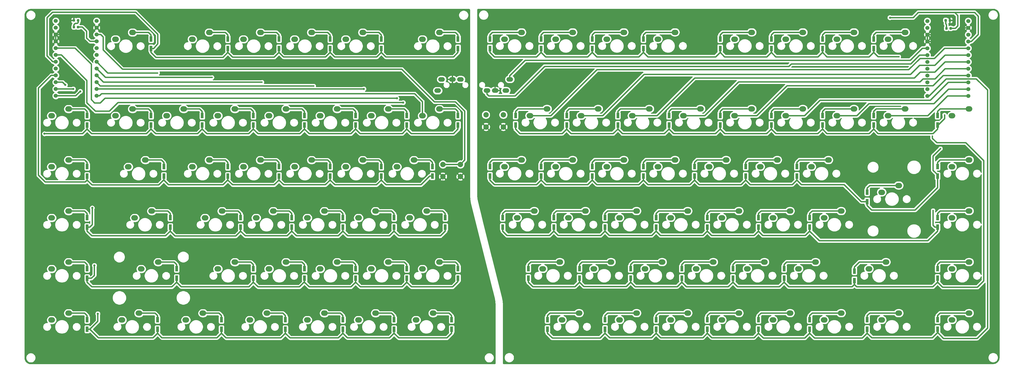
<source format=gtl>
G04 #@! TF.GenerationSoftware,KiCad,Pcbnew,(5.1.5)-3*
G04 #@! TF.CreationDate,2020-06-17T21:34:19+09:00*
G04 #@! TF.ProjectId,ProtoKeyboard,50726f74-6f4b-4657-9962-6f6172642e6b,rev?*
G04 #@! TF.SameCoordinates,Original*
G04 #@! TF.FileFunction,Copper,L1,Top*
G04 #@! TF.FilePolarity,Positive*
%FSLAX46Y46*%
G04 Gerber Fmt 4.6, Leading zero omitted, Abs format (unit mm)*
G04 Created by KiCad (PCBNEW (5.1.5)-3) date 2020-06-17 21:34:19*
%MOMM*%
%LPD*%
G04 APERTURE LIST*
%ADD10O,2.500000X2.000000*%
%ADD11C,1.524000*%
%ADD12R,1.000000X2.000000*%
%ADD13C,0.100000*%
%ADD14O,2.500000X1.700000*%
%ADD15C,2.000000*%
%ADD16C,0.800000*%
%ADD17C,0.600000*%
%ADD18C,0.500000*%
%ADD19C,0.152400*%
%ADD20C,0.350000*%
%ADD21C,0.254000*%
G04 APERTURE END LIST*
D10*
X411782700Y-124304220D03*
X405432700Y-126844220D03*
X147883950Y-57639220D03*
X141533950Y-60179220D03*
D11*
X396283800Y-53424970D03*
X396283800Y-55964970D03*
X396283800Y-58504970D03*
X396283800Y-61044970D03*
X396283800Y-63584970D03*
X396283800Y-66124970D03*
X396283800Y-68664970D03*
X396283800Y-71204970D03*
X396283800Y-73744970D03*
X396283800Y-76284970D03*
X396283800Y-78824970D03*
X396283800Y-81364970D03*
X411503800Y-81364970D03*
X411503800Y-78824970D03*
X411503800Y-76284970D03*
X411503800Y-73744970D03*
X411503800Y-71204970D03*
X411503800Y-68664970D03*
X411503800Y-66124970D03*
X411503800Y-63584970D03*
X411503800Y-61044970D03*
X411503800Y-58504970D03*
X411503800Y-55964970D03*
X411503800Y-53424970D03*
D10*
X76446450Y-86214220D03*
X70096450Y-88754220D03*
D11*
X86873800Y-53344970D03*
X86873800Y-55884970D03*
X86873800Y-58424970D03*
X86873800Y-60964970D03*
X86873800Y-63504970D03*
X86873800Y-66044970D03*
X86873800Y-68584970D03*
X86873800Y-71124970D03*
X86873800Y-73664970D03*
X86873800Y-76204970D03*
X86873800Y-78744970D03*
X86873800Y-81284970D03*
X71653800Y-81284970D03*
X71653800Y-78744970D03*
X71653800Y-76204970D03*
X71653800Y-73664970D03*
X71653800Y-71124970D03*
X71653800Y-68584970D03*
X71653800Y-66044970D03*
X71653800Y-63504970D03*
X71653800Y-60964970D03*
X71653800Y-58424970D03*
X71653800Y-55884970D03*
X71653800Y-53344970D03*
D10*
X100258950Y-57639220D03*
X93908950Y-60179220D03*
D12*
X107156450Y-60075470D03*
X107156450Y-63625470D03*
X135731450Y-60075470D03*
X135731450Y-63625470D03*
X154781450Y-63625470D03*
X154781450Y-60075470D03*
X173831450Y-63625470D03*
X173831450Y-60075470D03*
X192881450Y-63625470D03*
X192881450Y-60075470D03*
X221456450Y-60075470D03*
X221456450Y-63625470D03*
X83343950Y-92200470D03*
X83343950Y-88650470D03*
X107156450Y-92200470D03*
X107156450Y-88650470D03*
X126206450Y-88650470D03*
X126206450Y-92200470D03*
X145256450Y-92200470D03*
X145256450Y-88650470D03*
X164306450Y-88650470D03*
X164306450Y-92200470D03*
X183356450Y-88650470D03*
X183356450Y-92200470D03*
X202406450Y-92200470D03*
X202406450Y-88650470D03*
X221456450Y-88650470D03*
X221456450Y-92200470D03*
X83343950Y-111250470D03*
X83343950Y-107700470D03*
X111918950Y-107700470D03*
X111918950Y-111250470D03*
X135731450Y-111250470D03*
X135731450Y-107700470D03*
X154781450Y-111250470D03*
X154781450Y-107700470D03*
X173831450Y-107700470D03*
X173831450Y-111250470D03*
X192881450Y-111250470D03*
X192881450Y-107700470D03*
X211931450Y-107700470D03*
X211931450Y-111250470D03*
X83343950Y-126750470D03*
X83343950Y-130300470D03*
X114300200Y-130300470D03*
X114300200Y-126750470D03*
X140493950Y-126750470D03*
X140493950Y-130300470D03*
X159543950Y-126750470D03*
X159543950Y-130300470D03*
X178593950Y-130300470D03*
X178593950Y-126750470D03*
X197643950Y-130300470D03*
X197643950Y-126750470D03*
X216693950Y-130300470D03*
X216693950Y-126750470D03*
X83343950Y-145800470D03*
X83343950Y-149350470D03*
X116681450Y-149350470D03*
X116681450Y-145800470D03*
X145256450Y-149350470D03*
X145256450Y-145800470D03*
X164306450Y-145800470D03*
X164306450Y-149350470D03*
X183356450Y-145800470D03*
X183356450Y-149350470D03*
X202406450Y-149350470D03*
X202406450Y-145800470D03*
X221456450Y-149350470D03*
X221456450Y-145800470D03*
X83343950Y-164850470D03*
X83343950Y-168400470D03*
X109537700Y-164850470D03*
X109537700Y-168400470D03*
X133350200Y-168400470D03*
X133350200Y-164850470D03*
X157162700Y-168400470D03*
X157162700Y-164850470D03*
X178593950Y-164850470D03*
X178593950Y-168400470D03*
X197643950Y-168400470D03*
X197643950Y-164850470D03*
X219075200Y-164850470D03*
X219075200Y-168400470D03*
G04 #@! TA.AperFunction,SMDPad,CuDef*
D13*
G36*
X78645011Y-52677023D02*
G01*
X78666246Y-52680173D01*
X78687070Y-52685389D01*
X78707282Y-52692621D01*
X78726688Y-52701800D01*
X78745101Y-52712836D01*
X78762344Y-52725624D01*
X78778250Y-52740040D01*
X78792666Y-52755946D01*
X78805454Y-52773189D01*
X78816490Y-52791602D01*
X78825669Y-52811008D01*
X78832901Y-52831220D01*
X78838117Y-52852044D01*
X78841267Y-52873279D01*
X78842320Y-52894720D01*
X78842320Y-53407220D01*
X78841267Y-53428661D01*
X78838117Y-53449896D01*
X78832901Y-53470720D01*
X78825669Y-53490932D01*
X78816490Y-53510338D01*
X78805454Y-53528751D01*
X78792666Y-53545994D01*
X78778250Y-53561900D01*
X78762344Y-53576316D01*
X78745101Y-53589104D01*
X78726688Y-53600140D01*
X78707282Y-53609319D01*
X78687070Y-53616551D01*
X78666246Y-53621767D01*
X78645011Y-53624917D01*
X78623570Y-53625970D01*
X78186070Y-53625970D01*
X78164629Y-53624917D01*
X78143394Y-53621767D01*
X78122570Y-53616551D01*
X78102358Y-53609319D01*
X78082952Y-53600140D01*
X78064539Y-53589104D01*
X78047296Y-53576316D01*
X78031390Y-53561900D01*
X78016974Y-53545994D01*
X78004186Y-53528751D01*
X77993150Y-53510338D01*
X77983971Y-53490932D01*
X77976739Y-53470720D01*
X77971523Y-53449896D01*
X77968373Y-53428661D01*
X77967320Y-53407220D01*
X77967320Y-52894720D01*
X77968373Y-52873279D01*
X77971523Y-52852044D01*
X77976739Y-52831220D01*
X77983971Y-52811008D01*
X77993150Y-52791602D01*
X78004186Y-52773189D01*
X78016974Y-52755946D01*
X78031390Y-52740040D01*
X78047296Y-52725624D01*
X78064539Y-52712836D01*
X78082952Y-52701800D01*
X78102358Y-52692621D01*
X78122570Y-52685389D01*
X78143394Y-52680173D01*
X78164629Y-52677023D01*
X78186070Y-52675970D01*
X78623570Y-52675970D01*
X78645011Y-52677023D01*
G37*
G04 #@! TD.AperFunction*
G04 #@! TA.AperFunction,SMDPad,CuDef*
G36*
X80220011Y-52677023D02*
G01*
X80241246Y-52680173D01*
X80262070Y-52685389D01*
X80282282Y-52692621D01*
X80301688Y-52701800D01*
X80320101Y-52712836D01*
X80337344Y-52725624D01*
X80353250Y-52740040D01*
X80367666Y-52755946D01*
X80380454Y-52773189D01*
X80391490Y-52791602D01*
X80400669Y-52811008D01*
X80407901Y-52831220D01*
X80413117Y-52852044D01*
X80416267Y-52873279D01*
X80417320Y-52894720D01*
X80417320Y-53407220D01*
X80416267Y-53428661D01*
X80413117Y-53449896D01*
X80407901Y-53470720D01*
X80400669Y-53490932D01*
X80391490Y-53510338D01*
X80380454Y-53528751D01*
X80367666Y-53545994D01*
X80353250Y-53561900D01*
X80337344Y-53576316D01*
X80320101Y-53589104D01*
X80301688Y-53600140D01*
X80282282Y-53609319D01*
X80262070Y-53616551D01*
X80241246Y-53621767D01*
X80220011Y-53624917D01*
X80198570Y-53625970D01*
X79761070Y-53625970D01*
X79739629Y-53624917D01*
X79718394Y-53621767D01*
X79697570Y-53616551D01*
X79677358Y-53609319D01*
X79657952Y-53600140D01*
X79639539Y-53589104D01*
X79622296Y-53576316D01*
X79606390Y-53561900D01*
X79591974Y-53545994D01*
X79579186Y-53528751D01*
X79568150Y-53510338D01*
X79558971Y-53490932D01*
X79551739Y-53470720D01*
X79546523Y-53449896D01*
X79543373Y-53428661D01*
X79542320Y-53407220D01*
X79542320Y-52894720D01*
X79543373Y-52873279D01*
X79546523Y-52852044D01*
X79551739Y-52831220D01*
X79558971Y-52811008D01*
X79568150Y-52791602D01*
X79579186Y-52773189D01*
X79591974Y-52755946D01*
X79606390Y-52740040D01*
X79622296Y-52725624D01*
X79639539Y-52712836D01*
X79657952Y-52701800D01*
X79677358Y-52692621D01*
X79697570Y-52685389D01*
X79718394Y-52680173D01*
X79739629Y-52677023D01*
X79761070Y-52675970D01*
X80198570Y-52675970D01*
X80220011Y-52677023D01*
G37*
G04 #@! TD.AperFunction*
D12*
X233362700Y-63625470D03*
X233362700Y-60075470D03*
X252412700Y-60075470D03*
X252412700Y-63625470D03*
X271462700Y-60075470D03*
X271462700Y-63625470D03*
X290512700Y-63625470D03*
X290512700Y-60075470D03*
X319087700Y-63625470D03*
X319087700Y-60075470D03*
X338137700Y-60075470D03*
X338137700Y-63625470D03*
X357187700Y-60075470D03*
X357187700Y-63625470D03*
X376237700Y-63625470D03*
X376237700Y-60075470D03*
X242887700Y-92200470D03*
X242887700Y-88650470D03*
X261937700Y-88650470D03*
X261937700Y-92200470D03*
X280987700Y-92200470D03*
X280987700Y-88650470D03*
X300037700Y-88650470D03*
X300037700Y-92200470D03*
X319087700Y-88650470D03*
X319087700Y-92200470D03*
X338137700Y-92200470D03*
X338137700Y-88650470D03*
X357187700Y-92200470D03*
X357187700Y-88650470D03*
X376237700Y-88650470D03*
X376237700Y-92200470D03*
X400050200Y-92200470D03*
X400050200Y-88650470D03*
X233362700Y-107700470D03*
X233362700Y-111250470D03*
X252412700Y-111250470D03*
X252412700Y-107700470D03*
X271462700Y-107700470D03*
X271462700Y-111250470D03*
X290512700Y-111250470D03*
X290512700Y-107700470D03*
X309562700Y-107700470D03*
X309562700Y-111250470D03*
X328612700Y-111250470D03*
X328612700Y-107700470D03*
X347662700Y-107700470D03*
X347662700Y-111250470D03*
X373856450Y-120775470D03*
X373856450Y-117225470D03*
X400050200Y-107700470D03*
X400050200Y-111250470D03*
X238125200Y-126750470D03*
X238125200Y-130300470D03*
X257175200Y-130300470D03*
X257175200Y-126750470D03*
X276225200Y-126750470D03*
X276225200Y-130300470D03*
X295275200Y-130300470D03*
X295275200Y-126750470D03*
X314325200Y-130300470D03*
X314325200Y-126750470D03*
X333375200Y-126750470D03*
X333375200Y-130300470D03*
X352425200Y-126750470D03*
X352425200Y-130300470D03*
X400050200Y-126750470D03*
X400050200Y-130300470D03*
X247650200Y-145800470D03*
X247650200Y-149350470D03*
X266700200Y-149350470D03*
X266700200Y-145800470D03*
X285750200Y-149350470D03*
X285750200Y-145800470D03*
X304800200Y-145800470D03*
X304800200Y-149350470D03*
X323850200Y-145800470D03*
X323850200Y-149350470D03*
X342900200Y-149350470D03*
X342900200Y-145800470D03*
X369093950Y-150237970D03*
X369093950Y-146687970D03*
X400050200Y-149350470D03*
X400050200Y-145800470D03*
X254793950Y-168400470D03*
X254793950Y-164850470D03*
X276225200Y-164850470D03*
X276225200Y-168400470D03*
X295275200Y-164850470D03*
X295275200Y-168400470D03*
X314325200Y-164850470D03*
X314325200Y-168400470D03*
X333375200Y-164850470D03*
X333375200Y-168400470D03*
X352425200Y-168400470D03*
X352425200Y-164850470D03*
X373856450Y-168400470D03*
X373856450Y-164850470D03*
X400050200Y-164850470D03*
X400050200Y-168400470D03*
G04 #@! TA.AperFunction,SMDPad,CuDef*
D13*
G36*
X403312891Y-52677023D02*
G01*
X403334126Y-52680173D01*
X403354950Y-52685389D01*
X403375162Y-52692621D01*
X403394568Y-52701800D01*
X403412981Y-52712836D01*
X403430224Y-52725624D01*
X403446130Y-52740040D01*
X403460546Y-52755946D01*
X403473334Y-52773189D01*
X403484370Y-52791602D01*
X403493549Y-52811008D01*
X403500781Y-52831220D01*
X403505997Y-52852044D01*
X403509147Y-52873279D01*
X403510200Y-52894720D01*
X403510200Y-53407220D01*
X403509147Y-53428661D01*
X403505997Y-53449896D01*
X403500781Y-53470720D01*
X403493549Y-53490932D01*
X403484370Y-53510338D01*
X403473334Y-53528751D01*
X403460546Y-53545994D01*
X403446130Y-53561900D01*
X403430224Y-53576316D01*
X403412981Y-53589104D01*
X403394568Y-53600140D01*
X403375162Y-53609319D01*
X403354950Y-53616551D01*
X403334126Y-53621767D01*
X403312891Y-53624917D01*
X403291450Y-53625970D01*
X402853950Y-53625970D01*
X402832509Y-53624917D01*
X402811274Y-53621767D01*
X402790450Y-53616551D01*
X402770238Y-53609319D01*
X402750832Y-53600140D01*
X402732419Y-53589104D01*
X402715176Y-53576316D01*
X402699270Y-53561900D01*
X402684854Y-53545994D01*
X402672066Y-53528751D01*
X402661030Y-53510338D01*
X402651851Y-53490932D01*
X402644619Y-53470720D01*
X402639403Y-53449896D01*
X402636253Y-53428661D01*
X402635200Y-53407220D01*
X402635200Y-52894720D01*
X402636253Y-52873279D01*
X402639403Y-52852044D01*
X402644619Y-52831220D01*
X402651851Y-52811008D01*
X402661030Y-52791602D01*
X402672066Y-52773189D01*
X402684854Y-52755946D01*
X402699270Y-52740040D01*
X402715176Y-52725624D01*
X402732419Y-52712836D01*
X402750832Y-52701800D01*
X402770238Y-52692621D01*
X402790450Y-52685389D01*
X402811274Y-52680173D01*
X402832509Y-52677023D01*
X402853950Y-52675970D01*
X403291450Y-52675970D01*
X403312891Y-52677023D01*
G37*
G04 #@! TD.AperFunction*
G04 #@! TA.AperFunction,SMDPad,CuDef*
G36*
X404887891Y-52677023D02*
G01*
X404909126Y-52680173D01*
X404929950Y-52685389D01*
X404950162Y-52692621D01*
X404969568Y-52701800D01*
X404987981Y-52712836D01*
X405005224Y-52725624D01*
X405021130Y-52740040D01*
X405035546Y-52755946D01*
X405048334Y-52773189D01*
X405059370Y-52791602D01*
X405068549Y-52811008D01*
X405075781Y-52831220D01*
X405080997Y-52852044D01*
X405084147Y-52873279D01*
X405085200Y-52894720D01*
X405085200Y-53407220D01*
X405084147Y-53428661D01*
X405080997Y-53449896D01*
X405075781Y-53470720D01*
X405068549Y-53490932D01*
X405059370Y-53510338D01*
X405048334Y-53528751D01*
X405035546Y-53545994D01*
X405021130Y-53561900D01*
X405005224Y-53576316D01*
X404987981Y-53589104D01*
X404969568Y-53600140D01*
X404950162Y-53609319D01*
X404929950Y-53616551D01*
X404909126Y-53621767D01*
X404887891Y-53624917D01*
X404866450Y-53625970D01*
X404428950Y-53625970D01*
X404407509Y-53624917D01*
X404386274Y-53621767D01*
X404365450Y-53616551D01*
X404345238Y-53609319D01*
X404325832Y-53600140D01*
X404307419Y-53589104D01*
X404290176Y-53576316D01*
X404274270Y-53561900D01*
X404259854Y-53545994D01*
X404247066Y-53528751D01*
X404236030Y-53510338D01*
X404226851Y-53490932D01*
X404219619Y-53470720D01*
X404214403Y-53449896D01*
X404211253Y-53428661D01*
X404210200Y-53407220D01*
X404210200Y-52894720D01*
X404211253Y-52873279D01*
X404214403Y-52852044D01*
X404219619Y-52831220D01*
X404226851Y-52811008D01*
X404236030Y-52791602D01*
X404247066Y-52773189D01*
X404259854Y-52755946D01*
X404274270Y-52740040D01*
X404290176Y-52725624D01*
X404307419Y-52712836D01*
X404325832Y-52701800D01*
X404345238Y-52692621D01*
X404365450Y-52685389D01*
X404386274Y-52680173D01*
X404407509Y-52677023D01*
X404428950Y-52675970D01*
X404866450Y-52675970D01*
X404887891Y-52677023D01*
G37*
G04 #@! TD.AperFunction*
D14*
X213845200Y-79362970D03*
X215345200Y-75162970D03*
X219345200Y-75162970D03*
X222345200Y-75162970D03*
X232260880Y-79358110D03*
X235260880Y-79358110D03*
X239260880Y-79358110D03*
X240760880Y-75158110D03*
G04 #@! TA.AperFunction,SMDPad,CuDef*
D13*
G36*
X80209851Y-55166223D02*
G01*
X80231086Y-55169373D01*
X80251910Y-55174589D01*
X80272122Y-55181821D01*
X80291528Y-55191000D01*
X80309941Y-55202036D01*
X80327184Y-55214824D01*
X80343090Y-55229240D01*
X80357506Y-55245146D01*
X80370294Y-55262389D01*
X80381330Y-55280802D01*
X80390509Y-55300208D01*
X80397741Y-55320420D01*
X80402957Y-55341244D01*
X80406107Y-55362479D01*
X80407160Y-55383920D01*
X80407160Y-55896420D01*
X80406107Y-55917861D01*
X80402957Y-55939096D01*
X80397741Y-55959920D01*
X80390509Y-55980132D01*
X80381330Y-55999538D01*
X80370294Y-56017951D01*
X80357506Y-56035194D01*
X80343090Y-56051100D01*
X80327184Y-56065516D01*
X80309941Y-56078304D01*
X80291528Y-56089340D01*
X80272122Y-56098519D01*
X80251910Y-56105751D01*
X80231086Y-56110967D01*
X80209851Y-56114117D01*
X80188410Y-56115170D01*
X79750910Y-56115170D01*
X79729469Y-56114117D01*
X79708234Y-56110967D01*
X79687410Y-56105751D01*
X79667198Y-56098519D01*
X79647792Y-56089340D01*
X79629379Y-56078304D01*
X79612136Y-56065516D01*
X79596230Y-56051100D01*
X79581814Y-56035194D01*
X79569026Y-56017951D01*
X79557990Y-55999538D01*
X79548811Y-55980132D01*
X79541579Y-55959920D01*
X79536363Y-55939096D01*
X79533213Y-55917861D01*
X79532160Y-55896420D01*
X79532160Y-55383920D01*
X79533213Y-55362479D01*
X79536363Y-55341244D01*
X79541579Y-55320420D01*
X79548811Y-55300208D01*
X79557990Y-55280802D01*
X79569026Y-55262389D01*
X79581814Y-55245146D01*
X79596230Y-55229240D01*
X79612136Y-55214824D01*
X79629379Y-55202036D01*
X79647792Y-55191000D01*
X79667198Y-55181821D01*
X79687410Y-55174589D01*
X79708234Y-55169373D01*
X79729469Y-55166223D01*
X79750910Y-55165170D01*
X80188410Y-55165170D01*
X80209851Y-55166223D01*
G37*
G04 #@! TD.AperFunction*
G04 #@! TA.AperFunction,SMDPad,CuDef*
G36*
X78634851Y-55166223D02*
G01*
X78656086Y-55169373D01*
X78676910Y-55174589D01*
X78697122Y-55181821D01*
X78716528Y-55191000D01*
X78734941Y-55202036D01*
X78752184Y-55214824D01*
X78768090Y-55229240D01*
X78782506Y-55245146D01*
X78795294Y-55262389D01*
X78806330Y-55280802D01*
X78815509Y-55300208D01*
X78822741Y-55320420D01*
X78827957Y-55341244D01*
X78831107Y-55362479D01*
X78832160Y-55383920D01*
X78832160Y-55896420D01*
X78831107Y-55917861D01*
X78827957Y-55939096D01*
X78822741Y-55959920D01*
X78815509Y-55980132D01*
X78806330Y-55999538D01*
X78795294Y-56017951D01*
X78782506Y-56035194D01*
X78768090Y-56051100D01*
X78752184Y-56065516D01*
X78734941Y-56078304D01*
X78716528Y-56089340D01*
X78697122Y-56098519D01*
X78676910Y-56105751D01*
X78656086Y-56110967D01*
X78634851Y-56114117D01*
X78613410Y-56115170D01*
X78175910Y-56115170D01*
X78154469Y-56114117D01*
X78133234Y-56110967D01*
X78112410Y-56105751D01*
X78092198Y-56098519D01*
X78072792Y-56089340D01*
X78054379Y-56078304D01*
X78037136Y-56065516D01*
X78021230Y-56051100D01*
X78006814Y-56035194D01*
X77994026Y-56017951D01*
X77982990Y-55999538D01*
X77973811Y-55980132D01*
X77966579Y-55959920D01*
X77961363Y-55939096D01*
X77958213Y-55917861D01*
X77957160Y-55896420D01*
X77957160Y-55383920D01*
X77958213Y-55362479D01*
X77961363Y-55341244D01*
X77966579Y-55320420D01*
X77973811Y-55300208D01*
X77982990Y-55280802D01*
X77994026Y-55262389D01*
X78006814Y-55245146D01*
X78021230Y-55229240D01*
X78037136Y-55214824D01*
X78054379Y-55202036D01*
X78072792Y-55191000D01*
X78092198Y-55181821D01*
X78112410Y-55174589D01*
X78133234Y-55169373D01*
X78154469Y-55166223D01*
X78175910Y-55165170D01*
X78613410Y-55165170D01*
X78634851Y-55166223D01*
G37*
G04 #@! TD.AperFunction*
G04 #@! TA.AperFunction,SMDPad,CuDef*
G36*
X403594831Y-55661523D02*
G01*
X403616066Y-55664673D01*
X403636890Y-55669889D01*
X403657102Y-55677121D01*
X403676508Y-55686300D01*
X403694921Y-55697336D01*
X403712164Y-55710124D01*
X403728070Y-55724540D01*
X403742486Y-55740446D01*
X403755274Y-55757689D01*
X403766310Y-55776102D01*
X403775489Y-55795508D01*
X403782721Y-55815720D01*
X403787937Y-55836544D01*
X403791087Y-55857779D01*
X403792140Y-55879220D01*
X403792140Y-56391720D01*
X403791087Y-56413161D01*
X403787937Y-56434396D01*
X403782721Y-56455220D01*
X403775489Y-56475432D01*
X403766310Y-56494838D01*
X403755274Y-56513251D01*
X403742486Y-56530494D01*
X403728070Y-56546400D01*
X403712164Y-56560816D01*
X403694921Y-56573604D01*
X403676508Y-56584640D01*
X403657102Y-56593819D01*
X403636890Y-56601051D01*
X403616066Y-56606267D01*
X403594831Y-56609417D01*
X403573390Y-56610470D01*
X403135890Y-56610470D01*
X403114449Y-56609417D01*
X403093214Y-56606267D01*
X403072390Y-56601051D01*
X403052178Y-56593819D01*
X403032772Y-56584640D01*
X403014359Y-56573604D01*
X402997116Y-56560816D01*
X402981210Y-56546400D01*
X402966794Y-56530494D01*
X402954006Y-56513251D01*
X402942970Y-56494838D01*
X402933791Y-56475432D01*
X402926559Y-56455220D01*
X402921343Y-56434396D01*
X402918193Y-56413161D01*
X402917140Y-56391720D01*
X402917140Y-55879220D01*
X402918193Y-55857779D01*
X402921343Y-55836544D01*
X402926559Y-55815720D01*
X402933791Y-55795508D01*
X402942970Y-55776102D01*
X402954006Y-55757689D01*
X402966794Y-55740446D01*
X402981210Y-55724540D01*
X402997116Y-55710124D01*
X403014359Y-55697336D01*
X403032772Y-55686300D01*
X403052178Y-55677121D01*
X403072390Y-55669889D01*
X403093214Y-55664673D01*
X403114449Y-55661523D01*
X403135890Y-55660470D01*
X403573390Y-55660470D01*
X403594831Y-55661523D01*
G37*
G04 #@! TD.AperFunction*
G04 #@! TA.AperFunction,SMDPad,CuDef*
G36*
X405169831Y-55661523D02*
G01*
X405191066Y-55664673D01*
X405211890Y-55669889D01*
X405232102Y-55677121D01*
X405251508Y-55686300D01*
X405269921Y-55697336D01*
X405287164Y-55710124D01*
X405303070Y-55724540D01*
X405317486Y-55740446D01*
X405330274Y-55757689D01*
X405341310Y-55776102D01*
X405350489Y-55795508D01*
X405357721Y-55815720D01*
X405362937Y-55836544D01*
X405366087Y-55857779D01*
X405367140Y-55879220D01*
X405367140Y-56391720D01*
X405366087Y-56413161D01*
X405362937Y-56434396D01*
X405357721Y-56455220D01*
X405350489Y-56475432D01*
X405341310Y-56494838D01*
X405330274Y-56513251D01*
X405317486Y-56530494D01*
X405303070Y-56546400D01*
X405287164Y-56560816D01*
X405269921Y-56573604D01*
X405251508Y-56584640D01*
X405232102Y-56593819D01*
X405211890Y-56601051D01*
X405191066Y-56606267D01*
X405169831Y-56609417D01*
X405148390Y-56610470D01*
X404710890Y-56610470D01*
X404689449Y-56609417D01*
X404668214Y-56606267D01*
X404647390Y-56601051D01*
X404627178Y-56593819D01*
X404607772Y-56584640D01*
X404589359Y-56573604D01*
X404572116Y-56560816D01*
X404556210Y-56546400D01*
X404541794Y-56530494D01*
X404529006Y-56513251D01*
X404517970Y-56494838D01*
X404508791Y-56475432D01*
X404501559Y-56455220D01*
X404496343Y-56434396D01*
X404493193Y-56413161D01*
X404492140Y-56391720D01*
X404492140Y-55879220D01*
X404493193Y-55857779D01*
X404496343Y-55836544D01*
X404501559Y-55815720D01*
X404508791Y-55795508D01*
X404517970Y-55776102D01*
X404529006Y-55757689D01*
X404541794Y-55740446D01*
X404556210Y-55724540D01*
X404572116Y-55710124D01*
X404589359Y-55697336D01*
X404607772Y-55686300D01*
X404627178Y-55677121D01*
X404647390Y-55669889D01*
X404668214Y-55664673D01*
X404689449Y-55661523D01*
X404710890Y-55660470D01*
X405148390Y-55660470D01*
X405169831Y-55661523D01*
G37*
G04 #@! TD.AperFunction*
D10*
X122483950Y-60179220D03*
X128833950Y-57639220D03*
X160583950Y-60179220D03*
X166933950Y-57639220D03*
X185983950Y-57639220D03*
X179633950Y-60179220D03*
X208208950Y-60179220D03*
X214558950Y-57639220D03*
X93908950Y-88754220D03*
X100258950Y-86214220D03*
X119308950Y-86214220D03*
X112958950Y-88754220D03*
X138358950Y-86214220D03*
X132008950Y-88754220D03*
X151058950Y-88754220D03*
X157408950Y-86214220D03*
X176458950Y-86214220D03*
X170108950Y-88754220D03*
X189158950Y-88754220D03*
X195508950Y-86214220D03*
X214558950Y-86214220D03*
X208208950Y-88754220D03*
X70096450Y-107804220D03*
X76446450Y-105264220D03*
X105021450Y-105264220D03*
X98671450Y-107804220D03*
X122483950Y-107804220D03*
X128833950Y-105264220D03*
X141533950Y-107804220D03*
X147883950Y-105264220D03*
X160583950Y-107804220D03*
X166933950Y-105264220D03*
X185983950Y-105264220D03*
X179633950Y-107804220D03*
X198683950Y-107804220D03*
X205033950Y-105264220D03*
X70096450Y-126854220D03*
X76446450Y-124314220D03*
X107402700Y-124314220D03*
X101052700Y-126854220D03*
X127246450Y-126854220D03*
X133596450Y-124314220D03*
X152646450Y-124314220D03*
X146296450Y-126854220D03*
X165346450Y-126854220D03*
X171696450Y-124314220D03*
X190746450Y-124314220D03*
X184396450Y-126854220D03*
X209796450Y-124314220D03*
X203446450Y-126854220D03*
X70096450Y-145904220D03*
X76446450Y-143364220D03*
X109783950Y-143364220D03*
X103433950Y-145904220D03*
X132008950Y-145904220D03*
X138358950Y-143364220D03*
X157408950Y-143364220D03*
X151058950Y-145904220D03*
X170108950Y-145904220D03*
X176458950Y-143364220D03*
X195508950Y-143364220D03*
X189158950Y-145904220D03*
X208208950Y-145904220D03*
X214558950Y-143364220D03*
X76446450Y-162414220D03*
X70096450Y-164954220D03*
X96290200Y-164954220D03*
X102640200Y-162414220D03*
X126452700Y-162414220D03*
X120102700Y-164954220D03*
X143915200Y-164954220D03*
X150265200Y-162414220D03*
X171696450Y-162414220D03*
X165346450Y-164954220D03*
X184396450Y-164954220D03*
X190746450Y-162414220D03*
X212177700Y-162414220D03*
X205827700Y-164954220D03*
D15*
X222325200Y-111407970D03*
X215825200Y-111407970D03*
X215825200Y-106907970D03*
X222325200Y-106907970D03*
D10*
X238745200Y-60169220D03*
X245095200Y-57629220D03*
X264145200Y-57629220D03*
X257795200Y-60169220D03*
X276845200Y-60169220D03*
X283195200Y-57629220D03*
X295895200Y-60169220D03*
X302245200Y-57629220D03*
X324470200Y-60169220D03*
X330820200Y-57629220D03*
X349870200Y-57629220D03*
X343520200Y-60169220D03*
X368920200Y-57629220D03*
X362570200Y-60169220D03*
X387970200Y-57629220D03*
X381620200Y-60169220D03*
X254620200Y-86204220D03*
X248270200Y-88744220D03*
X267320200Y-88744220D03*
X273670200Y-86204220D03*
X292720200Y-86204220D03*
X286370200Y-88744220D03*
X311770200Y-86204220D03*
X305420200Y-88744220D03*
X330820200Y-86204220D03*
X324470200Y-88744220D03*
X349870200Y-86204220D03*
X343520200Y-88744220D03*
X368920200Y-86204220D03*
X362570200Y-88744220D03*
X387970200Y-86204220D03*
X381620200Y-88744220D03*
X411782700Y-86204220D03*
X405432700Y-88744220D03*
X245095200Y-105254220D03*
X238745200Y-107794220D03*
X257795200Y-107794220D03*
X264145200Y-105254220D03*
X276845200Y-107794220D03*
X283195200Y-105254220D03*
X295895200Y-107794220D03*
X302245200Y-105254220D03*
X314945200Y-107794220D03*
X321295200Y-105254220D03*
X333995200Y-107794220D03*
X340345200Y-105254220D03*
X353045200Y-107794220D03*
X359395200Y-105254220D03*
X379238950Y-117319220D03*
X385588950Y-114779220D03*
X405432700Y-107794220D03*
X411782700Y-105254220D03*
X243507700Y-126844220D03*
X249857700Y-124304220D03*
X268907700Y-124304220D03*
X262557700Y-126844220D03*
X281607700Y-126844220D03*
X287957700Y-124304220D03*
X300657700Y-126844220D03*
X307007700Y-124304220D03*
X326057700Y-124304220D03*
X319707700Y-126844220D03*
X338757700Y-126844220D03*
X345107700Y-124304220D03*
X364157700Y-124304220D03*
X357807700Y-126844220D03*
X259382700Y-143354220D03*
X253032700Y-145894220D03*
X272082700Y-145894220D03*
X278432700Y-143354220D03*
X297482700Y-143354220D03*
X291132700Y-145894220D03*
X310182700Y-145894220D03*
X316532700Y-143354220D03*
X335582700Y-143354220D03*
X329232700Y-145894220D03*
X348282700Y-145894220D03*
X354632700Y-143354220D03*
X374476450Y-145894220D03*
X380826450Y-143354220D03*
X405432700Y-145894220D03*
X411782700Y-143354220D03*
X266526450Y-162404220D03*
X260176450Y-164944220D03*
X281607700Y-164944220D03*
X287957700Y-162404220D03*
X307007700Y-162404220D03*
X300657700Y-164944220D03*
X326057700Y-162404220D03*
X319707700Y-164944220D03*
X338757700Y-164944220D03*
X345107700Y-162404220D03*
X364157700Y-162404220D03*
X357807700Y-164944220D03*
X379238950Y-164944220D03*
X385588950Y-162404220D03*
X405432700Y-164944220D03*
X411782700Y-162404220D03*
D15*
X238378000Y-92916770D03*
X231878000Y-92916770D03*
X231878000Y-88416770D03*
X238378000Y-88416770D03*
D16*
X67437200Y-95441970D03*
X85240290Y-123127970D03*
X75184200Y-77217470D03*
X86042700Y-144590970D03*
X78168696Y-78741470D03*
X87312700Y-162624970D03*
X80772200Y-79630470D03*
D17*
X62547700Y-60262970D03*
X62547700Y-71692970D03*
X62547700Y-83122970D03*
X62547700Y-95822970D03*
X62547700Y-107252970D03*
X62547700Y-118682970D03*
X62547700Y-131382970D03*
X62547700Y-145352970D03*
X62547700Y-160592970D03*
X62547700Y-172022970D03*
X68897700Y-177102970D03*
X81597700Y-177102970D03*
X99377700Y-177102970D03*
X115887700Y-177102970D03*
X134937700Y-177102970D03*
X157797700Y-177102970D03*
X176847700Y-177102970D03*
X193357700Y-177102970D03*
X211137700Y-177102970D03*
X225107700Y-177102970D03*
X225107700Y-161862970D03*
X225107700Y-147892970D03*
X225107700Y-132652970D03*
X221297700Y-122492970D03*
X215825200Y-111407970D03*
X204787700Y-156782970D03*
X183197700Y-156782970D03*
X183197700Y-156782970D03*
X160337700Y-156782970D03*
X141287700Y-156782970D03*
X113347700Y-156782970D03*
X79057700Y-154242970D03*
X79057700Y-135192970D03*
X110807700Y-137732970D03*
X136207700Y-137732970D03*
X155257700Y-137732970D03*
X174307700Y-137732970D03*
X193357700Y-137732970D03*
X212407700Y-137732970D03*
X208597700Y-118682970D03*
X188277700Y-118682970D03*
X170497700Y-118682970D03*
X151447700Y-118682970D03*
X132397700Y-118682970D03*
X108267700Y-118682970D03*
X80327700Y-117412970D03*
X67627700Y-100902970D03*
X80327700Y-100902970D03*
X103187700Y-100902970D03*
X122237700Y-100902970D03*
X141287700Y-100902970D03*
X160337700Y-100902970D03*
X179387700Y-100902970D03*
X198437700Y-100902970D03*
X217487700Y-100902970D03*
X217487700Y-69152970D03*
X189547700Y-69152970D03*
X170497700Y-69152970D03*
X151447700Y-69152970D03*
X132397700Y-69152970D03*
X103187700Y-67882970D03*
X114617700Y-60262970D03*
X114617700Y-51372970D03*
X128587700Y-51372970D03*
X146367700Y-51372970D03*
X166687700Y-51372970D03*
X185737700Y-51372970D03*
X208597700Y-51372970D03*
X218757700Y-51372970D03*
X385635700Y-66739970D03*
X402653700Y-88456970D03*
X401129700Y-101029970D03*
X398399199Y-124143970D03*
X398145200Y-96330970D03*
D16*
X198691700Y-82233970D03*
X201041200Y-83821470D03*
D17*
X109601200Y-72772470D03*
X129857700Y-74423470D03*
X148463200Y-76201470D03*
X167703700Y-77598470D03*
D16*
X186360000Y-78728770D03*
D17*
X420687700Y-56452970D03*
X420687700Y-65342970D03*
X420687700Y-72962970D03*
X420687700Y-83122970D03*
X420687700Y-93282970D03*
X420687700Y-103442970D03*
X420687700Y-113602970D03*
X420687700Y-125032970D03*
X420687700Y-139002970D03*
X420687700Y-150432970D03*
X420687700Y-160592970D03*
X420687700Y-170752970D03*
X414337700Y-175832970D03*
X401637700Y-175832970D03*
X387667700Y-175832970D03*
X374967700Y-175832970D03*
X359727700Y-175832970D03*
X343217700Y-175832970D03*
X327977700Y-175832970D03*
X311467700Y-175832970D03*
X298767700Y-175832970D03*
X280987700Y-175832970D03*
X264477700Y-175832970D03*
X249237700Y-175832970D03*
X242887700Y-170752970D03*
X242887700Y-160592970D03*
X242887700Y-150432970D03*
X239077700Y-141542970D03*
X235267700Y-133922970D03*
X232727700Y-127572970D03*
X231457700Y-119952970D03*
X231457700Y-113602970D03*
X231457700Y-104712970D03*
X232727700Y-97092970D03*
X255587700Y-155512970D03*
X278447700Y-155512970D03*
X296227700Y-155512970D03*
X315277700Y-155512970D03*
X334327700Y-155512970D03*
X352107700Y-155512970D03*
X378777700Y-155512970D03*
X409257700Y-155512970D03*
X409257700Y-136462970D03*
X360997700Y-136462970D03*
X343217700Y-136462970D03*
X324167700Y-136462970D03*
X305117700Y-136462970D03*
X286067700Y-136462970D03*
X267017700Y-136462970D03*
X246697700Y-136462970D03*
X242887700Y-116142970D03*
X261937700Y-116142970D03*
X280987700Y-116142970D03*
X300037700Y-116142970D03*
X319087700Y-116142970D03*
X338137700Y-116142970D03*
X357187700Y-116142970D03*
X367347700Y-121222970D03*
X381317700Y-128842970D03*
X395287700Y-123762970D03*
X409257700Y-114872970D03*
X409257700Y-100902970D03*
X385127700Y-97092970D03*
X366077700Y-97092970D03*
X347027700Y-97092970D03*
X327977700Y-97092970D03*
X308927700Y-97092970D03*
X289877700Y-97092970D03*
X270827700Y-97092970D03*
X251777700Y-97092970D03*
X230187700Y-65342970D03*
X230187700Y-55182970D03*
X233997700Y-51372970D03*
X242887700Y-50102970D03*
X250507700Y-50102970D03*
X259397700Y-50102970D03*
X269557700Y-50102970D03*
X279717700Y-50102970D03*
X288607700Y-50102970D03*
X297497700Y-50102970D03*
X307657700Y-50102970D03*
X316547700Y-50102970D03*
X325437700Y-50102970D03*
X335597700Y-50102970D03*
X347027700Y-50102970D03*
X358457700Y-50102970D03*
X369887700Y-50102970D03*
X382587700Y-50102970D03*
X390207700Y-50102970D03*
X416877700Y-51372970D03*
X341947700Y-81852970D03*
X358457700Y-79312970D03*
X350837700Y-79312970D03*
X358457700Y-70422970D03*
X345757700Y-79312970D03*
X340677700Y-78042970D03*
X333057700Y-69152970D03*
X305117700Y-75502970D03*
X237807700Y-69152970D03*
X293687700Y-75502970D03*
X274637700Y-75502970D03*
X278447700Y-75502970D03*
X270827700Y-71692970D03*
X255587700Y-71692970D03*
X244157700Y-67882970D03*
X364807700Y-70422970D03*
X322897700Y-69152970D03*
X376237700Y-70422970D03*
X386397700Y-70422970D03*
X232727700Y-72962970D03*
X320357700Y-76772970D03*
D16*
X382333700Y-52134970D03*
D18*
X107156450Y-58575470D02*
X107156450Y-60075470D01*
X106220200Y-57639220D02*
X107156450Y-58575470D01*
X100258950Y-57639220D02*
X106220200Y-57639220D01*
X135731450Y-65125470D02*
X135731450Y-63625470D01*
X173831450Y-65125470D02*
X173831450Y-63625470D01*
X192881450Y-65125470D02*
X192881450Y-63625470D01*
X221456450Y-65125470D02*
X221456450Y-63625470D01*
X219778450Y-66803470D02*
X221456450Y-65125470D01*
X192881450Y-65125470D02*
X194559450Y-66803470D01*
X194559450Y-66803470D02*
X219778450Y-66803470D01*
X191203450Y-66803470D02*
X192881450Y-65125470D01*
X173831450Y-65125470D02*
X175509450Y-66803470D01*
X175509450Y-66803470D02*
X191203450Y-66803470D01*
X156464200Y-66803470D02*
X172153450Y-66803470D01*
X172153450Y-66803470D02*
X173831450Y-65125470D01*
X154781450Y-63625470D02*
X154781450Y-65120720D01*
X154781450Y-65120720D02*
X156464200Y-66803470D01*
X154781450Y-65125470D02*
X154781450Y-63625470D01*
X153039950Y-66866970D02*
X154781450Y-65125470D01*
X135731450Y-65125470D02*
X137472950Y-66866970D01*
X137472950Y-66866970D02*
X153039950Y-66866970D01*
X133926450Y-66930470D02*
X135731450Y-65125470D01*
X108961450Y-66930470D02*
X133926450Y-66930470D01*
X107156450Y-63625470D02*
X107156450Y-65125470D01*
X107156450Y-65125470D02*
X108961450Y-66930470D01*
X109664700Y-58357970D02*
X109664700Y-61913970D01*
X101409700Y-50102970D02*
X109664700Y-58357970D01*
X109664700Y-61913970D02*
X108156450Y-63625470D01*
X68389700Y-66398500D02*
X68389700Y-52134970D01*
X71653800Y-68584970D02*
X70576170Y-68584970D01*
X70576170Y-68584970D02*
X68389700Y-66398500D01*
X70421700Y-50102970D02*
X101409700Y-50102970D01*
X108156450Y-63625470D02*
X107156450Y-63625470D01*
X68389700Y-52134970D02*
X70421700Y-50102970D01*
X135731450Y-58575470D02*
X135731450Y-60075470D01*
X134795200Y-57639220D02*
X135731450Y-58575470D01*
X128833950Y-57639220D02*
X134795200Y-57639220D01*
X154781450Y-58575470D02*
X154781450Y-60075470D01*
X153845200Y-57639220D02*
X154781450Y-58575470D01*
X147883950Y-57639220D02*
X153845200Y-57639220D01*
X173831450Y-58575470D02*
X173831450Y-60075470D01*
X172895200Y-57639220D02*
X173831450Y-58575470D01*
X166933950Y-57639220D02*
X172895200Y-57639220D01*
X192881450Y-58575470D02*
X192881450Y-60075470D01*
X191945200Y-57639220D02*
X192881450Y-58575470D01*
X185983950Y-57639220D02*
X191945200Y-57639220D01*
X221456450Y-58575470D02*
X221456450Y-60075470D01*
X220520200Y-57639220D02*
X221456450Y-58575470D01*
X214558950Y-57639220D02*
X220520200Y-57639220D01*
X107156450Y-93700470D02*
X107156450Y-92200470D01*
X126206450Y-93700470D02*
X126206450Y-92200470D01*
X145256450Y-93700470D02*
X145256450Y-92200470D01*
X164306450Y-93700470D02*
X164306450Y-92200470D01*
X183356450Y-93700470D02*
X183356450Y-92200470D01*
X202406450Y-93700470D02*
X202406450Y-92200470D01*
X81602450Y-95441970D02*
X67437200Y-95441970D01*
X83343950Y-92200470D02*
X83343950Y-93700470D01*
X83343950Y-93700470D02*
X81602450Y-95441970D01*
X221456450Y-93700470D02*
X221456450Y-92200470D01*
X219778450Y-95378470D02*
X221456450Y-93700470D01*
X202406450Y-93700470D02*
X204084450Y-95378470D01*
X204084450Y-95378470D02*
X219778450Y-95378470D01*
X183356450Y-93700470D02*
X185034450Y-95378470D01*
X200728450Y-95378470D02*
X202406450Y-93700470D01*
X185034450Y-95378470D02*
X200728450Y-95378470D01*
X181614950Y-95441970D02*
X183356450Y-93700470D01*
X164306450Y-93700470D02*
X166047950Y-95441970D01*
X166047950Y-95441970D02*
X181614950Y-95441970D01*
X162564950Y-95441970D02*
X164306450Y-93700470D01*
X145256450Y-93700470D02*
X146997950Y-95441970D01*
X146997950Y-95441970D02*
X162564950Y-95441970D01*
X143514950Y-95441970D02*
X145256450Y-93700470D01*
X126206450Y-93700470D02*
X127947950Y-95441970D01*
X127947950Y-95441970D02*
X143514950Y-95441970D01*
X107156450Y-93700470D02*
X108897950Y-95441970D01*
X124464950Y-95441970D02*
X126206450Y-93700470D01*
X108897950Y-95441970D02*
X124464950Y-95441970D01*
X85026700Y-95441970D02*
X105414950Y-95441970D01*
X83343950Y-92200470D02*
X83343950Y-93759220D01*
X105414950Y-95441970D02*
X107156450Y-93700470D01*
X83343950Y-93759220D02*
X85026700Y-95441970D01*
X83343950Y-87150470D02*
X83343950Y-88650470D01*
X82407700Y-86214220D02*
X83343950Y-87150470D01*
X76446450Y-86214220D02*
X82407700Y-86214220D01*
X107156450Y-87150470D02*
X107156450Y-88650470D01*
X106220200Y-86214220D02*
X107156450Y-87150470D01*
X100258950Y-86214220D02*
X106220200Y-86214220D01*
X125270200Y-86214220D02*
X126206450Y-87150470D01*
X126206450Y-87150470D02*
X126206450Y-88650470D01*
X119308950Y-86214220D02*
X125270200Y-86214220D01*
X145256450Y-87150470D02*
X145256450Y-88650470D01*
X144320200Y-86214220D02*
X145256450Y-87150470D01*
X138358950Y-86214220D02*
X144320200Y-86214220D01*
X164306450Y-87150470D02*
X164306450Y-88650470D01*
X163370200Y-86214220D02*
X164306450Y-87150470D01*
X157408950Y-86214220D02*
X163370200Y-86214220D01*
X183356450Y-87150470D02*
X183356450Y-88650470D01*
X182420200Y-86214220D02*
X183356450Y-87150470D01*
X176458950Y-86214220D02*
X182420200Y-86214220D01*
X202406450Y-87150470D02*
X202406450Y-88650470D01*
X201470200Y-86214220D02*
X202406450Y-87150470D01*
X195508950Y-86214220D02*
X201470200Y-86214220D01*
X221456450Y-87150470D02*
X221456450Y-88650470D01*
X220520200Y-86214220D02*
X221456450Y-87150470D01*
X214558950Y-86214220D02*
X220520200Y-86214220D01*
X192881450Y-112750470D02*
X192881450Y-111250470D01*
X173831450Y-112750470D02*
X173831450Y-111250470D01*
X83343950Y-112750470D02*
X83343950Y-111250470D01*
X69973700Y-73664970D02*
X71653800Y-73664970D01*
X82618450Y-113475970D02*
X67754700Y-113475970D01*
X65214700Y-110935970D02*
X65214700Y-78423970D01*
X83343950Y-112750470D02*
X82618450Y-113475970D01*
X65214700Y-78423970D02*
X69973700Y-73664970D01*
X67754700Y-113475970D02*
X65214700Y-110935970D01*
X207689950Y-114491970D02*
X194622950Y-114491970D01*
X194622950Y-114491970D02*
X192881450Y-112750470D01*
X211931450Y-111250470D02*
X210931450Y-111250470D01*
X210931450Y-111250470D02*
X207689950Y-114491970D01*
X175572950Y-114491970D02*
X173831450Y-112750470D01*
X192881450Y-112750470D02*
X191139950Y-114491970D01*
X191139950Y-114491970D02*
X175572950Y-114491970D01*
X154781450Y-112750470D02*
X154781450Y-111250470D01*
X156522950Y-114491970D02*
X154781450Y-112750470D01*
X173831450Y-112750470D02*
X172089950Y-114491970D01*
X172089950Y-114491970D02*
X156522950Y-114491970D01*
X109982200Y-114555470D02*
X85148950Y-114555470D01*
X85148950Y-114555470D02*
X83343950Y-112750470D01*
X111918950Y-111250470D02*
X111918950Y-112618720D01*
X111918950Y-112618720D02*
X109982200Y-114555470D01*
X111918950Y-112750470D02*
X111918950Y-111250470D01*
X133921700Y-114491970D02*
X113660450Y-114491970D01*
X113660450Y-114491970D02*
X111918950Y-112750470D01*
X135731450Y-111250470D02*
X135731450Y-112682220D01*
X135731450Y-112682220D02*
X133921700Y-114491970D01*
X135731450Y-112750470D02*
X135731450Y-111250470D01*
X153035200Y-114491970D02*
X137472950Y-114491970D01*
X137472950Y-114491970D02*
X135731450Y-112750470D01*
X154781450Y-111250470D02*
X154781450Y-112745720D01*
X154781450Y-112745720D02*
X153035200Y-114491970D01*
X83343950Y-106200470D02*
X83343950Y-107700470D01*
X82407700Y-105264220D02*
X83343950Y-106200470D01*
X76446450Y-105264220D02*
X82407700Y-105264220D01*
X111918950Y-106200470D02*
X111918950Y-107700470D01*
X110982700Y-105264220D02*
X111918950Y-106200470D01*
X105021450Y-105264220D02*
X110982700Y-105264220D01*
X134795200Y-105264220D02*
X135731450Y-106200470D01*
X135731450Y-106200470D02*
X135731450Y-107700470D01*
X128833950Y-105264220D02*
X134795200Y-105264220D01*
X154781450Y-106200470D02*
X154781450Y-107700470D01*
X153845200Y-105264220D02*
X154781450Y-106200470D01*
X147883950Y-105264220D02*
X153845200Y-105264220D01*
X173831450Y-106200470D02*
X173831450Y-107700470D01*
X172895200Y-105264220D02*
X173831450Y-106200470D01*
X166933950Y-105264220D02*
X172895200Y-105264220D01*
X192881450Y-106200470D02*
X192881450Y-107700470D01*
X191945200Y-105264220D02*
X192881450Y-106200470D01*
X185983950Y-105264220D02*
X191945200Y-105264220D01*
X211931450Y-106200470D02*
X211931450Y-107700470D01*
X210995200Y-105264220D02*
X211931450Y-106200470D01*
X205033950Y-105264220D02*
X210995200Y-105264220D01*
X83343950Y-125250470D02*
X83343950Y-126750470D01*
X82407700Y-124314220D02*
X83343950Y-125250470D01*
X76446450Y-124314220D02*
X82407700Y-124314220D01*
X114300200Y-131800470D02*
X114300200Y-130300470D01*
X140493950Y-131800470D02*
X140493950Y-130300470D01*
X159543950Y-131800470D02*
X159543950Y-130300470D01*
X178593950Y-131800470D02*
X178593950Y-130300470D01*
X197643950Y-131800470D02*
X197643950Y-130300470D01*
X85240290Y-123693655D02*
X85240290Y-123127970D01*
X85240290Y-129404130D02*
X85240290Y-123693655D01*
X84343950Y-130300470D02*
X85240290Y-129404130D01*
X83343950Y-130300470D02*
X84343950Y-130300470D01*
X75184200Y-77217470D02*
X74168200Y-76201470D01*
X74164700Y-76204970D02*
X71653800Y-76204970D01*
X74168200Y-76201470D02*
X74164700Y-76204970D01*
X112558700Y-133541970D02*
X114300200Y-131800470D01*
X85085450Y-133541970D02*
X112558700Y-133541970D01*
X83343950Y-130300470D02*
X83343950Y-131800470D01*
X83343950Y-131800470D02*
X85085450Y-133541970D01*
X138688950Y-133605470D02*
X140493950Y-131800470D01*
X114300200Y-131800470D02*
X116105200Y-133605470D01*
X116105200Y-133605470D02*
X138688950Y-133605470D01*
X140493950Y-131800470D02*
X142235450Y-133541970D01*
X157802450Y-133541970D02*
X159543950Y-131800470D01*
X142235450Y-133541970D02*
X157802450Y-133541970D01*
X176852450Y-133541970D02*
X178593950Y-131800470D01*
X159543950Y-131800470D02*
X161285450Y-133541970D01*
X161285450Y-133541970D02*
X176852450Y-133541970D01*
X195902450Y-133541970D02*
X197643950Y-131800470D01*
X178593950Y-131800470D02*
X180335450Y-133541970D01*
X180335450Y-133541970D02*
X195902450Y-133541970D01*
X216693950Y-131800470D02*
X216693950Y-130300470D01*
X214952450Y-133541970D02*
X216693950Y-131800470D01*
X197643950Y-131800470D02*
X199385450Y-133541970D01*
X199385450Y-133541970D02*
X214952450Y-133541970D01*
X113363950Y-124314220D02*
X114300200Y-125250470D01*
X114300200Y-125250470D02*
X114300200Y-126750470D01*
X107402700Y-124314220D02*
X113363950Y-124314220D01*
X140493950Y-125250470D02*
X140493950Y-126750470D01*
X139557700Y-124314220D02*
X140493950Y-125250470D01*
X133596450Y-124314220D02*
X139557700Y-124314220D01*
X159543950Y-125250470D02*
X159543950Y-126750470D01*
X158607700Y-124314220D02*
X159543950Y-125250470D01*
X152646450Y-124314220D02*
X158607700Y-124314220D01*
X178593950Y-125250470D02*
X178593950Y-126750470D01*
X177657700Y-124314220D02*
X178593950Y-125250470D01*
X171696450Y-124314220D02*
X177657700Y-124314220D01*
X197643950Y-125250470D02*
X197643950Y-126750470D01*
X196707700Y-124314220D02*
X197643950Y-125250470D01*
X190746450Y-124314220D02*
X196707700Y-124314220D01*
X216693950Y-125250470D02*
X216693950Y-126750470D01*
X215757700Y-124314220D02*
X216693950Y-125250470D01*
X209796450Y-124314220D02*
X215757700Y-124314220D01*
X83343950Y-144300470D02*
X83343950Y-145800470D01*
X82407700Y-143364220D02*
X83343950Y-144300470D01*
X76446450Y-143364220D02*
X82407700Y-143364220D01*
X202406450Y-150850470D02*
X202406450Y-149350470D01*
X183356450Y-150850470D02*
X183356450Y-149350470D01*
X116681450Y-150850470D02*
X116681450Y-149350470D01*
X83343950Y-149350470D02*
X84966200Y-149350470D01*
X84966200Y-149350470D02*
X85915700Y-148400970D01*
X85915700Y-148400970D02*
X86042700Y-148273970D01*
X86042700Y-148273970D02*
X86042700Y-144590970D01*
X71657300Y-78741470D02*
X78168696Y-78741470D01*
X71653800Y-78744970D02*
X71657300Y-78741470D01*
X219456200Y-152591970D02*
X204147950Y-152591970D01*
X221456450Y-149350470D02*
X221456450Y-150591720D01*
X204147950Y-152591970D02*
X202406450Y-150850470D01*
X221456450Y-150591720D02*
X219456200Y-152591970D01*
X185097950Y-152591970D02*
X183356450Y-150850470D01*
X202406450Y-150850470D02*
X200664950Y-152591970D01*
X200664950Y-152591970D02*
X185097950Y-152591970D01*
X164306450Y-150850470D02*
X164306450Y-149350470D01*
X166047950Y-152591970D02*
X164306450Y-150850470D01*
X183356450Y-150850470D02*
X181614950Y-152591970D01*
X181614950Y-152591970D02*
X166047950Y-152591970D01*
X145256450Y-150850470D02*
X145256450Y-149350470D01*
X146997950Y-152591970D02*
X145256450Y-150850470D01*
X162433200Y-152591970D02*
X146997950Y-152591970D01*
X164306450Y-149350470D02*
X164306450Y-150718720D01*
X164306450Y-150718720D02*
X162433200Y-152591970D01*
X118359450Y-152528470D02*
X116681450Y-150850470D01*
X143573700Y-152528470D02*
X118359450Y-152528470D01*
X145256450Y-149350470D02*
X145256450Y-150845720D01*
X145256450Y-150845720D02*
X143573700Y-152528470D01*
X85085450Y-152591970D02*
X83343950Y-150850470D01*
X116681450Y-150850470D02*
X114939950Y-152591970D01*
X83343950Y-150850470D02*
X83343950Y-149350470D01*
X114939950Y-152591970D02*
X85085450Y-152591970D01*
X116681450Y-144300470D02*
X116681450Y-145800470D01*
X115745200Y-143364220D02*
X116681450Y-144300470D01*
X109783950Y-143364220D02*
X115745200Y-143364220D01*
X145256450Y-144300470D02*
X145256450Y-145800470D01*
X144320200Y-143364220D02*
X145256450Y-144300470D01*
X138358950Y-143364220D02*
X144320200Y-143364220D01*
X164306450Y-144300470D02*
X164306450Y-145800470D01*
X163370200Y-143364220D02*
X164306450Y-144300470D01*
X157408950Y-143364220D02*
X163370200Y-143364220D01*
X182420200Y-143364220D02*
X183356450Y-144300470D01*
X183356450Y-144300470D02*
X183356450Y-145800470D01*
X176458950Y-143364220D02*
X182420200Y-143364220D01*
X202406450Y-144300470D02*
X202406450Y-145800470D01*
X201470200Y-143364220D02*
X202406450Y-144300470D01*
X195508950Y-143364220D02*
X201470200Y-143364220D01*
X221456450Y-144300470D02*
X221456450Y-145800470D01*
X214558950Y-143364220D02*
X220520200Y-143364220D01*
X220520200Y-143364220D02*
X221456450Y-144300470D01*
X82407700Y-162414220D02*
X83343950Y-163350470D01*
X83343950Y-163350470D02*
X83343950Y-164850470D01*
X76446450Y-162414220D02*
X82407700Y-162414220D01*
X83343950Y-168400470D02*
X84343950Y-168400470D01*
X109537700Y-169900470D02*
X109537700Y-168400470D01*
X133350200Y-169900470D02*
X133350200Y-168400470D01*
X157162700Y-169900470D02*
X157162700Y-168400470D01*
X178593950Y-169900470D02*
X178593950Y-168400470D01*
X197643950Y-169900470D02*
X197643950Y-168400470D01*
X71974800Y-80963970D02*
X71653800Y-81284970D01*
X87312700Y-163190655D02*
X87312700Y-162624970D01*
X87312700Y-165431720D02*
X87312700Y-163190655D01*
X84343950Y-168400470D02*
X87312700Y-165431720D01*
X71653800Y-81284970D02*
X79117700Y-81284970D01*
X80372201Y-80030469D02*
X80772200Y-79630470D01*
X79117700Y-81284970D02*
X80372201Y-80030469D01*
X84343950Y-168400470D02*
X87521950Y-171578470D01*
X107859700Y-171578470D02*
X109537700Y-169900470D01*
X87521950Y-171578470D02*
X107859700Y-171578470D01*
X131672200Y-171578470D02*
X133350200Y-169900470D01*
X109537700Y-169900470D02*
X111215700Y-171578470D01*
X111215700Y-171578470D02*
X131672200Y-171578470D01*
X155421200Y-171641970D02*
X157162700Y-169900470D01*
X133350200Y-169900470D02*
X135091700Y-171641970D01*
X135091700Y-171641970D02*
X155421200Y-171641970D01*
X176852450Y-171641970D02*
X178593950Y-169900470D01*
X157162700Y-169900470D02*
X158904200Y-171641970D01*
X158904200Y-171641970D02*
X176852450Y-171641970D01*
X195965950Y-171578470D02*
X197643950Y-169900470D01*
X178593950Y-169900470D02*
X180271950Y-171578470D01*
X180271950Y-171578470D02*
X195965950Y-171578470D01*
X219075200Y-169900470D02*
X219075200Y-168400470D01*
X197643950Y-169900470D02*
X199385450Y-171641970D01*
X217333700Y-171641970D02*
X219075200Y-169900470D01*
X199385450Y-171641970D02*
X217333700Y-171641970D01*
X108601450Y-162414220D02*
X109537700Y-163350470D01*
X109537700Y-163350470D02*
X109537700Y-164850470D01*
X102640200Y-162414220D02*
X108601450Y-162414220D01*
X132413950Y-162414220D02*
X133350200Y-163350470D01*
X133350200Y-163350470D02*
X133350200Y-164850470D01*
X126452700Y-162414220D02*
X132413950Y-162414220D01*
X157162700Y-163350470D02*
X157162700Y-164850470D01*
X156226450Y-162414220D02*
X157162700Y-163350470D01*
X150265200Y-162414220D02*
X156226450Y-162414220D01*
X178593950Y-163350470D02*
X178593950Y-164850470D01*
X177657700Y-162414220D02*
X178593950Y-163350470D01*
X171696450Y-162414220D02*
X177657700Y-162414220D01*
X197643950Y-163350470D02*
X197643950Y-164850470D01*
X196707700Y-162414220D02*
X197643950Y-163350470D01*
X190746450Y-162414220D02*
X196707700Y-162414220D01*
X219075200Y-163350470D02*
X219075200Y-164850470D01*
X218138950Y-162414220D02*
X219075200Y-163350470D01*
X212177700Y-162414220D02*
X218138950Y-162414220D01*
X71653800Y-60964970D02*
X71653800Y-58424970D01*
X75692200Y-53150970D02*
X78404820Y-53150970D01*
X75130860Y-53712310D02*
X75692200Y-53150970D01*
X71653800Y-58424970D02*
X72925180Y-58424970D01*
X75130860Y-56219290D02*
X75130860Y-53712310D01*
X72925180Y-58424970D02*
X75130860Y-56219290D01*
D19*
X62547700Y-60262970D02*
X62547700Y-71692970D01*
X62547700Y-83122970D02*
X62547700Y-95822970D01*
X62547700Y-131382970D02*
X62547700Y-145352970D01*
X62547700Y-160592970D02*
X62547700Y-172022970D01*
X68897700Y-177102970D02*
X81597700Y-177102970D01*
X99377700Y-177102970D02*
X115887700Y-177102970D01*
X157797700Y-177102970D02*
X176847700Y-177102970D01*
X193357700Y-177102970D02*
X211137700Y-177102970D01*
X225107700Y-177102970D02*
X225107700Y-161862970D01*
X225107700Y-147892970D02*
X225107700Y-132652970D01*
X221297700Y-122492970D02*
X215825200Y-117020470D01*
X215825200Y-117020470D02*
X215825200Y-111407970D01*
X225107700Y-161862970D02*
X222567700Y-161862970D01*
X222567700Y-161862970D02*
X217487700Y-156782970D01*
X217487700Y-156782970D02*
X204787700Y-156782970D01*
X204787700Y-156782970D02*
X183197700Y-156782970D01*
X183197700Y-156782970D02*
X160337700Y-156782970D01*
X160337700Y-156782970D02*
X141287700Y-156782970D01*
X62547700Y-160592970D02*
X66357700Y-160592970D01*
X66357700Y-160592970D02*
X72707700Y-154242970D01*
X72707700Y-154242970D02*
X79057700Y-154242970D01*
X62547700Y-145352970D02*
X67627700Y-140272970D01*
X67627700Y-140272970D02*
X72707700Y-135192970D01*
X72707700Y-135192970D02*
X79057700Y-135192970D01*
X79057700Y-135192970D02*
X106997700Y-135192970D01*
X106997700Y-135192970D02*
X109537700Y-137732970D01*
X109537700Y-137732970D02*
X110807700Y-137732970D01*
X110807700Y-137732970D02*
X136207700Y-137732970D01*
X136207700Y-137732970D02*
X155257700Y-137732970D01*
X155257700Y-137732970D02*
X174307700Y-137732970D01*
X174307700Y-137732970D02*
X193357700Y-137732970D01*
X193357700Y-137732970D02*
X212407700Y-137732970D01*
X212407700Y-137732970D02*
X220027700Y-137732970D01*
X220027700Y-137732970D02*
X225107700Y-132652970D01*
X221297700Y-122492970D02*
X218757700Y-122492970D01*
X218757700Y-122492970D02*
X214947700Y-118682970D01*
X214947700Y-118682970D02*
X208597700Y-118682970D01*
X208597700Y-118682970D02*
X188277700Y-118682970D01*
X188277700Y-118682970D02*
X170497700Y-118682970D01*
X170497700Y-118682970D02*
X151447700Y-118682970D01*
X151447700Y-118682970D02*
X132397700Y-118682970D01*
X132397700Y-118682970D02*
X108267700Y-118682970D01*
X108267700Y-118682970D02*
X81597700Y-118682970D01*
X81597700Y-118682970D02*
X80327700Y-117412970D01*
X63817700Y-117412970D02*
X62547700Y-117412970D01*
X80327700Y-117412970D02*
X63817700Y-117412970D01*
X62547700Y-107252970D02*
X62547700Y-117412970D01*
X62547700Y-117412970D02*
X62547700Y-118682970D01*
X67627700Y-100902970D02*
X80327700Y-100902970D01*
X80327700Y-100902970D02*
X103187700Y-100902970D01*
X103187700Y-100902970D02*
X122237700Y-100902970D01*
X122237700Y-100902970D02*
X141287700Y-100902970D01*
X141287700Y-100902970D02*
X160337700Y-100902970D01*
X160337700Y-100902970D02*
X179387700Y-100902970D01*
X179387700Y-100902970D02*
X198437700Y-100902970D01*
X198437700Y-100902970D02*
X217487700Y-100902970D01*
X219345200Y-75162970D02*
X219345200Y-71010470D01*
X219345200Y-71010470D02*
X217487700Y-69152970D01*
X217487700Y-69152970D02*
X189547700Y-69152970D01*
X189547700Y-69152970D02*
X170497700Y-69152970D01*
X170497700Y-69152970D02*
X151447700Y-69152970D01*
X151447700Y-69152970D02*
X132397700Y-69152970D01*
X132397700Y-69152970D02*
X104457700Y-69152970D01*
X104457700Y-69152970D02*
X103187700Y-67882970D01*
X114617700Y-60262970D02*
X114617700Y-51372970D01*
X114617700Y-51372970D02*
X128587700Y-51372970D01*
X146367700Y-51372970D02*
X166687700Y-51372970D01*
X185737700Y-51372970D02*
X208597700Y-51372970D01*
X93198400Y-159962970D02*
X84777700Y-159962970D01*
X84777700Y-159962970D02*
X79057700Y-154242970D01*
X113347700Y-156782970D02*
X110117700Y-160012970D01*
X93248400Y-160012970D02*
X93198400Y-159962970D01*
X110117700Y-160012970D02*
X93248400Y-160012970D01*
X141287700Y-156782970D02*
X138057700Y-160012970D01*
X116577700Y-160012970D02*
X113347700Y-156782970D01*
X138057700Y-160012970D02*
X116577700Y-160012970D01*
D18*
X79692700Y-54230470D02*
X79979820Y-53943350D01*
X78930700Y-54230470D02*
X79692700Y-54230470D01*
X78394660Y-55640170D02*
X78394660Y-54766510D01*
X79979820Y-53943350D02*
X79979820Y-53150970D01*
X78394660Y-54766510D02*
X78930700Y-54230470D01*
X252412700Y-65125470D02*
X252412700Y-63625470D01*
X271462700Y-65125470D02*
X271462700Y-63625470D01*
X290512700Y-65125470D02*
X290512700Y-63625470D01*
X319087700Y-65125470D02*
X319087700Y-63625470D01*
X338137700Y-65125470D02*
X338137700Y-63625470D01*
X357187700Y-65125470D02*
X357187700Y-63625470D01*
X376237700Y-65125470D02*
X376237700Y-63625470D01*
X385615700Y-66739970D02*
X385635700Y-66739970D01*
X376237700Y-65125470D02*
X377852200Y-66739970D01*
X377852200Y-66739970D02*
X385615700Y-66739970D01*
X374559700Y-66803470D02*
X376237700Y-65125470D01*
X357187700Y-65125470D02*
X358865700Y-66803470D01*
X358865700Y-66803470D02*
X374559700Y-66803470D01*
X355509700Y-66803470D02*
X357187700Y-65125470D01*
X338137700Y-65125470D02*
X339815700Y-66803470D01*
X339815700Y-66803470D02*
X355509700Y-66803470D01*
X336459700Y-66803470D02*
X338137700Y-65125470D01*
X319087700Y-65125470D02*
X320765700Y-66803470D01*
X320765700Y-66803470D02*
X336459700Y-66803470D01*
X317409700Y-66803470D02*
X319087700Y-65125470D01*
X290512700Y-65125470D02*
X292190700Y-66803470D01*
X292190700Y-66803470D02*
X317409700Y-66803470D01*
X288834700Y-66803470D02*
X290512700Y-65125470D01*
X271462700Y-65125470D02*
X273140700Y-66803470D01*
X273140700Y-66803470D02*
X288834700Y-66803470D01*
X269784700Y-66803470D02*
X271462700Y-65125470D01*
X252412700Y-65125470D02*
X254090700Y-66803470D01*
X254090700Y-66803470D02*
X269784700Y-66803470D01*
X250734700Y-66803470D02*
X252412700Y-65125470D01*
X235040700Y-66803470D02*
X250734700Y-66803470D01*
X233362700Y-63625470D02*
X233362700Y-65125470D01*
X233362700Y-65125470D02*
X235040700Y-66803470D01*
X234308950Y-57629220D02*
X243345200Y-57629220D01*
X233362700Y-58575470D02*
X234308950Y-57629220D01*
X243345200Y-57629220D02*
X245095200Y-57629220D01*
X233362700Y-60075470D02*
X233362700Y-58575470D01*
X262395200Y-57629220D02*
X264145200Y-57629220D01*
X253358950Y-57629220D02*
X262395200Y-57629220D01*
X252412700Y-58575470D02*
X253358950Y-57629220D01*
X252412700Y-60075470D02*
X252412700Y-58575470D01*
X281445200Y-57629220D02*
X283195200Y-57629220D01*
X272408950Y-57629220D02*
X281445200Y-57629220D01*
X271462700Y-58575470D02*
X272408950Y-57629220D01*
X271462700Y-60075470D02*
X271462700Y-58575470D01*
X300495200Y-57629220D02*
X302245200Y-57629220D01*
X291458950Y-57629220D02*
X300495200Y-57629220D01*
X290512700Y-58575470D02*
X291458950Y-57629220D01*
X290512700Y-60075470D02*
X290512700Y-58575470D01*
X329070200Y-57629220D02*
X330820200Y-57629220D01*
X320033950Y-57629220D02*
X329070200Y-57629220D01*
X319087700Y-58575470D02*
X320033950Y-57629220D01*
X319087700Y-60075470D02*
X319087700Y-58575470D01*
X339083950Y-57629220D02*
X348120200Y-57629220D01*
X348120200Y-57629220D02*
X349870200Y-57629220D01*
X338137700Y-58575470D02*
X339083950Y-57629220D01*
X338137700Y-60075470D02*
X338137700Y-58575470D01*
X358133950Y-57629220D02*
X367170200Y-57629220D01*
X367170200Y-57629220D02*
X368920200Y-57629220D01*
X357187700Y-58575470D02*
X358133950Y-57629220D01*
X357187700Y-60075470D02*
X357187700Y-58575470D01*
X386220200Y-57629220D02*
X387970200Y-57629220D01*
X376237700Y-58575470D02*
X377183950Y-57629220D01*
X377183950Y-57629220D02*
X386220200Y-57629220D01*
X376237700Y-60075470D02*
X376237700Y-58575470D01*
X280987700Y-93700470D02*
X280987700Y-92200470D01*
X300037700Y-93700470D02*
X300037700Y-92200470D01*
X319087700Y-93700470D02*
X319087700Y-92200470D01*
X338137700Y-93700470D02*
X338137700Y-92200470D01*
X357187700Y-93700470D02*
X357187700Y-92200470D01*
X376237700Y-93700470D02*
X376237700Y-92200470D01*
X261937700Y-93700470D02*
X261937700Y-92200470D01*
X244565700Y-95378470D02*
X260259700Y-95378470D01*
X242887700Y-92200470D02*
X242887700Y-93700470D01*
X260259700Y-95378470D02*
X261937700Y-93700470D01*
X242887700Y-93700470D02*
X244565700Y-95378470D01*
X279246200Y-95441970D02*
X280987700Y-93700470D01*
X263588700Y-95441970D02*
X279246200Y-95441970D01*
X261937700Y-92200470D02*
X261937700Y-93790970D01*
X261937700Y-93790970D02*
X263588700Y-95441970D01*
X298296200Y-95441970D02*
X300037700Y-93700470D01*
X280987700Y-93700470D02*
X282729200Y-95441970D01*
X282729200Y-95441970D02*
X298296200Y-95441970D01*
X300037700Y-93700470D02*
X301779200Y-95441970D01*
X317346200Y-95441970D02*
X319087700Y-93700470D01*
X301779200Y-95441970D02*
X317346200Y-95441970D01*
X336396200Y-95441970D02*
X338137700Y-93700470D01*
X319087700Y-93700470D02*
X320829200Y-95441970D01*
X320829200Y-95441970D02*
X336396200Y-95441970D01*
X355446200Y-95441970D02*
X357187700Y-93700470D01*
X338137700Y-93700470D02*
X339879200Y-95441970D01*
X339879200Y-95441970D02*
X355446200Y-95441970D01*
X374559700Y-95378470D02*
X376237700Y-93700470D01*
X357187700Y-93700470D02*
X358865700Y-95378470D01*
X358865700Y-95378470D02*
X374559700Y-95378470D01*
X400050200Y-93700470D02*
X400050200Y-92200470D01*
X398372200Y-95378470D02*
X400050200Y-93700470D01*
X376237700Y-93700470D02*
X377915700Y-95378470D01*
X377915700Y-95378470D02*
X398372200Y-95378470D01*
X402653700Y-88881234D02*
X402653700Y-88456970D01*
X402653700Y-89853970D02*
X402653700Y-88881234D01*
X400050200Y-92200470D02*
X400307200Y-92200470D01*
X400307200Y-92200470D02*
X402653700Y-89853970D01*
X243833950Y-86204220D02*
X252870200Y-86204220D01*
X242887700Y-87150470D02*
X243833950Y-86204220D01*
X252870200Y-86204220D02*
X254620200Y-86204220D01*
X242887700Y-88650470D02*
X242887700Y-87150470D01*
X271920200Y-86204220D02*
X273670200Y-86204220D01*
X261937700Y-87150470D02*
X262883950Y-86204220D01*
X262883950Y-86204220D02*
X271920200Y-86204220D01*
X261937700Y-88650470D02*
X261937700Y-87150470D01*
X290970200Y-86204220D02*
X292720200Y-86204220D01*
X280987700Y-87150470D02*
X281933950Y-86204220D01*
X281933950Y-86204220D02*
X290970200Y-86204220D01*
X280987700Y-88650470D02*
X280987700Y-87150470D01*
X310020200Y-86204220D02*
X311770200Y-86204220D01*
X300983950Y-86204220D02*
X310020200Y-86204220D01*
X300037700Y-87150470D02*
X300983950Y-86204220D01*
X300037700Y-88650470D02*
X300037700Y-87150470D01*
X320033950Y-86204220D02*
X329070200Y-86204220D01*
X329070200Y-86204220D02*
X330820200Y-86204220D01*
X319087700Y-87150470D02*
X320033950Y-86204220D01*
X319087700Y-88650470D02*
X319087700Y-87150470D01*
X348120200Y-86204220D02*
X349870200Y-86204220D01*
X339083950Y-86204220D02*
X348120200Y-86204220D01*
X338137700Y-87150470D02*
X339083950Y-86204220D01*
X338137700Y-88650470D02*
X338137700Y-87150470D01*
X358133950Y-86204220D02*
X367170200Y-86204220D01*
X367170200Y-86204220D02*
X368920200Y-86204220D01*
X357187700Y-87150470D02*
X358133950Y-86204220D01*
X357187700Y-88650470D02*
X357187700Y-87150470D01*
X386220200Y-86204220D02*
X387970200Y-86204220D01*
X376237700Y-87150470D02*
X377183950Y-86204220D01*
X377183950Y-86204220D02*
X386220200Y-86204220D01*
X376237700Y-88650470D02*
X376237700Y-87150470D01*
X410032700Y-86204220D02*
X411782700Y-86204220D01*
X400996450Y-86204220D02*
X410032700Y-86204220D01*
X400050200Y-87150470D02*
X400996450Y-86204220D01*
X400050200Y-88650470D02*
X400050200Y-87150470D01*
X234308950Y-105254220D02*
X243345200Y-105254220D01*
X233362700Y-106200470D02*
X234308950Y-105254220D01*
X243345200Y-105254220D02*
X245095200Y-105254220D01*
X233362700Y-107700470D02*
X233362700Y-106200470D01*
X252412700Y-112750470D02*
X252412700Y-111250470D01*
X271462700Y-112750470D02*
X271462700Y-111250470D01*
X290512700Y-112750470D02*
X290512700Y-111250470D01*
X309562700Y-112750470D02*
X309562700Y-111250470D01*
X328612700Y-112750470D02*
X328612700Y-111250470D01*
X347662700Y-112750470D02*
X347662700Y-111250470D01*
X400050200Y-115571470D02*
X400050200Y-111250470D01*
X391668200Y-123953470D02*
X400050200Y-115571470D01*
X373856450Y-120775470D02*
X373856450Y-122275470D01*
X375534450Y-123953470D02*
X391668200Y-123953470D01*
X373856450Y-122275470D02*
X375534450Y-123953470D01*
X371599200Y-120775470D02*
X373856450Y-120775470D01*
X365252200Y-114428470D02*
X371599200Y-120775470D01*
X347662700Y-112750470D02*
X349340700Y-114428470D01*
X349340700Y-114428470D02*
X365252200Y-114428470D01*
X345984700Y-114428470D02*
X347662700Y-112750470D01*
X328612700Y-112750470D02*
X330290700Y-114428470D01*
X330290700Y-114428470D02*
X345984700Y-114428470D01*
X326934700Y-114428470D02*
X328612700Y-112750470D01*
X309562700Y-112750470D02*
X311240700Y-114428470D01*
X311240700Y-114428470D02*
X326934700Y-114428470D01*
X307884700Y-114428470D02*
X309562700Y-112750470D01*
X290512700Y-112750470D02*
X292190700Y-114428470D01*
X292190700Y-114428470D02*
X307884700Y-114428470D01*
X288834700Y-114428470D02*
X290512700Y-112750470D01*
X271462700Y-112750470D02*
X273140700Y-114428470D01*
X273140700Y-114428470D02*
X288834700Y-114428470D01*
X269721200Y-114491970D02*
X271462700Y-112750470D01*
X252412700Y-112750470D02*
X254154200Y-114491970D01*
X254154200Y-114491970D02*
X269721200Y-114491970D01*
X250734700Y-114428470D02*
X252412700Y-112750470D01*
X235040700Y-114428470D02*
X250734700Y-114428470D01*
X233362700Y-111250470D02*
X233362700Y-112750470D01*
X233362700Y-112750470D02*
X235040700Y-114428470D01*
X400829701Y-101329969D02*
X401129700Y-101029970D01*
X398399200Y-103760470D02*
X400829701Y-101329969D01*
X400050200Y-111250470D02*
X400050200Y-110750470D01*
X398399200Y-109099470D02*
X398399200Y-103760470D01*
X400050200Y-110750470D02*
X398399200Y-109099470D01*
X253358950Y-105254220D02*
X262395200Y-105254220D01*
X262395200Y-105254220D02*
X264145200Y-105254220D01*
X252412700Y-106200470D02*
X253358950Y-105254220D01*
X252412700Y-107700470D02*
X252412700Y-106200470D01*
X271462700Y-106200470D02*
X271462700Y-107700470D01*
X272408950Y-105254220D02*
X271462700Y-106200470D01*
X283195200Y-105254220D02*
X272408950Y-105254220D01*
X290512700Y-106200470D02*
X290512700Y-107700470D01*
X291458950Y-105254220D02*
X290512700Y-106200470D01*
X302245200Y-105254220D02*
X291458950Y-105254220D01*
X309562700Y-106200470D02*
X309562700Y-107700470D01*
X310508950Y-105254220D02*
X309562700Y-106200470D01*
X321295200Y-105254220D02*
X310508950Y-105254220D01*
X329558950Y-105254220D02*
X328612700Y-106200470D01*
X328612700Y-106200470D02*
X328612700Y-107700470D01*
X340345200Y-105254220D02*
X329558950Y-105254220D01*
X347662700Y-106200470D02*
X347662700Y-107700470D01*
X348608950Y-105254220D02*
X347662700Y-106200470D01*
X359395200Y-105254220D02*
X348608950Y-105254220D01*
X373856450Y-115725470D02*
X373856450Y-117225470D01*
X374802700Y-114779220D02*
X373856450Y-115725470D01*
X385588950Y-114779220D02*
X374802700Y-114779220D01*
X400050200Y-106200470D02*
X400050200Y-107700470D01*
X400996450Y-105254220D02*
X400050200Y-106200470D01*
X411782700Y-105254220D02*
X400996450Y-105254220D01*
X238125200Y-125250470D02*
X238125200Y-126750470D01*
X239071450Y-124304220D02*
X238125200Y-125250470D01*
X249857700Y-124304220D02*
X239071450Y-124304220D01*
X352425200Y-130300470D02*
X352425200Y-131800470D01*
X333375200Y-131800470D02*
X333375200Y-130300470D01*
X238125200Y-131800470D02*
X239739700Y-133414970D01*
X238125200Y-130300470D02*
X238125200Y-131800470D01*
X257175200Y-131800470D02*
X257175200Y-130300470D01*
X255560700Y-133414970D02*
X257175200Y-131800470D01*
X239739700Y-133414970D02*
X255560700Y-133414970D01*
X257175200Y-131800470D02*
X258789700Y-133414970D01*
X274610700Y-133414970D02*
X276225200Y-131800470D01*
X276225200Y-131800470D02*
X276225200Y-130300470D01*
X258789700Y-133414970D02*
X274610700Y-133414970D01*
X295275200Y-131800470D02*
X295275200Y-130300470D01*
X314325200Y-131800470D02*
X314325200Y-130300470D01*
X293660700Y-133414970D02*
X295275200Y-131800470D01*
X276225200Y-131800470D02*
X277839700Y-133414970D01*
X277839700Y-133414970D02*
X293660700Y-133414970D01*
X312710700Y-133414970D02*
X314325200Y-131800470D01*
X295275200Y-131800470D02*
X296889700Y-133414970D01*
X296889700Y-133414970D02*
X312710700Y-133414970D01*
X315939700Y-133414970D02*
X314325200Y-131800470D01*
X333375200Y-131800470D02*
X331760700Y-133414970D01*
X331760700Y-133414970D02*
X315939700Y-133414970D01*
X334989700Y-133414970D02*
X333375200Y-131800470D01*
X352425200Y-131800470D02*
X350810700Y-133414970D01*
X350810700Y-133414970D02*
X334989700Y-133414970D01*
X398399199Y-124568234D02*
X398399199Y-124143970D01*
X399050200Y-130300470D02*
X398399199Y-129649469D01*
X398399199Y-129649469D02*
X398399199Y-124568234D01*
X400050200Y-130300470D02*
X399050200Y-130300470D01*
X400050200Y-131800470D02*
X400050200Y-130300470D01*
X396437700Y-135412970D02*
X400050200Y-131800470D01*
X352425200Y-131800470D02*
X356037700Y-135412970D01*
X356037700Y-135412970D02*
X396437700Y-135412970D01*
X258121450Y-124304220D02*
X257175200Y-125250470D01*
X257175200Y-125250470D02*
X257175200Y-126750470D01*
X268907700Y-124304220D02*
X258121450Y-124304220D01*
X276225200Y-125250470D02*
X276225200Y-126750470D01*
X277171450Y-124304220D02*
X276225200Y-125250470D01*
X287957700Y-124304220D02*
X277171450Y-124304220D01*
X295275200Y-125250470D02*
X295275200Y-126750470D01*
X296221450Y-124304220D02*
X295275200Y-125250470D01*
X307007700Y-124304220D02*
X296221450Y-124304220D01*
X314325200Y-125250470D02*
X314325200Y-126750470D01*
X315271450Y-124304220D02*
X314325200Y-125250470D01*
X326057700Y-124304220D02*
X315271450Y-124304220D01*
X333375200Y-125250470D02*
X333375200Y-126750470D01*
X334321450Y-124304220D02*
X333375200Y-125250470D01*
X345107700Y-124304220D02*
X334321450Y-124304220D01*
X352425200Y-125250470D02*
X352425200Y-126750470D01*
X353371450Y-124304220D02*
X352425200Y-125250470D01*
X364157700Y-124304220D02*
X353371450Y-124304220D01*
X400050200Y-125250470D02*
X400050200Y-126750470D01*
X400996450Y-124304220D02*
X400050200Y-125250470D01*
X411782700Y-124304220D02*
X400996450Y-124304220D01*
X247650200Y-144300470D02*
X247650200Y-145800470D01*
X248596450Y-143354220D02*
X247650200Y-144300470D01*
X259382700Y-143354220D02*
X248596450Y-143354220D01*
X266700200Y-150850470D02*
X266700200Y-149350470D01*
X285750200Y-150850470D02*
X285750200Y-149350470D01*
X304800200Y-150850470D02*
X304800200Y-149350470D01*
X323850200Y-150850470D02*
X323850200Y-149350470D01*
X342900200Y-150850470D02*
X342900200Y-149350470D01*
X369093950Y-151737970D02*
X369093950Y-150237970D01*
X369093950Y-151737970D02*
X369947950Y-152591970D01*
X398308700Y-152591970D02*
X400050200Y-150850470D01*
X369947950Y-152591970D02*
X398308700Y-152591970D01*
X368239950Y-152591970D02*
X369093950Y-151737970D01*
X342900200Y-150850470D02*
X344641700Y-152591970D01*
X344641700Y-152591970D02*
X368239950Y-152591970D01*
X323850200Y-150850470D02*
X325591700Y-152591970D01*
X341158700Y-152591970D02*
X342900200Y-150850470D01*
X325591700Y-152591970D02*
X341158700Y-152591970D01*
X322108700Y-152591970D02*
X323850200Y-150850470D01*
X304800200Y-150850470D02*
X306541700Y-152591970D01*
X306541700Y-152591970D02*
X322108700Y-152591970D01*
X303122200Y-152528470D02*
X304800200Y-150850470D01*
X285750200Y-150850470D02*
X287428200Y-152528470D01*
X287428200Y-152528470D02*
X303122200Y-152528470D01*
X284135700Y-152464970D02*
X285750200Y-150850470D01*
X266700200Y-150850470D02*
X268314700Y-152464970D01*
X268314700Y-152464970D02*
X284135700Y-152464970D01*
X249328200Y-152528470D02*
X265022200Y-152528470D01*
X247650200Y-149350470D02*
X247650200Y-150850470D01*
X265022200Y-152528470D02*
X266700200Y-150850470D01*
X247650200Y-150850470D02*
X249328200Y-152528470D01*
X400050200Y-149350470D02*
X400050200Y-150850470D01*
X399796200Y-98807470D02*
X398145200Y-97156470D01*
X410591200Y-98807470D02*
X399796200Y-98807470D01*
X401918700Y-152718970D02*
X414909200Y-152718970D01*
X398145200Y-97156470D02*
X398145200Y-96330970D01*
X417258700Y-150369470D02*
X417258700Y-105474970D01*
X417258700Y-105474970D02*
X410591200Y-98807470D01*
X400050200Y-150850470D02*
X401918700Y-152718970D01*
X414909200Y-152718970D02*
X417258700Y-150369470D01*
X267646450Y-143354220D02*
X266700200Y-144300470D01*
X266700200Y-144300470D02*
X266700200Y-145800470D01*
X278432700Y-143354220D02*
X267646450Y-143354220D01*
X285750200Y-144300470D02*
X285750200Y-145800470D01*
X286696450Y-143354220D02*
X285750200Y-144300470D01*
X297482700Y-143354220D02*
X286696450Y-143354220D01*
X304800200Y-144300470D02*
X304800200Y-145800470D01*
X305746450Y-143354220D02*
X304800200Y-144300470D01*
X316532700Y-143354220D02*
X305746450Y-143354220D01*
X324796450Y-143354220D02*
X323850200Y-144300470D01*
X323850200Y-144300470D02*
X323850200Y-145800470D01*
X335582700Y-143354220D02*
X324796450Y-143354220D01*
X342900200Y-144300470D02*
X342900200Y-145800470D01*
X343846450Y-143354220D02*
X342900200Y-144300470D01*
X354632700Y-143354220D02*
X343846450Y-143354220D01*
X370927700Y-143354220D02*
X369093950Y-145187970D01*
X369093950Y-145187970D02*
X369093950Y-146687970D01*
X380826450Y-143354220D02*
X370927700Y-143354220D01*
X400996450Y-143354220D02*
X400050200Y-144300470D01*
X400050200Y-144300470D02*
X400050200Y-145800470D01*
X411782700Y-143354220D02*
X400996450Y-143354220D01*
X373856450Y-169900470D02*
X373856450Y-168400470D01*
X276225200Y-169900470D02*
X276225200Y-168400470D01*
X295275200Y-169900470D02*
X295275200Y-168400470D01*
X314325200Y-169900470D02*
X314325200Y-168400470D01*
X333375200Y-169900470D02*
X333375200Y-168400470D01*
X352425200Y-169900470D02*
X352425200Y-168400470D01*
X417131700Y-169482970D02*
X415099700Y-171514970D01*
X400050200Y-169609970D02*
X400050200Y-168400470D01*
X402272700Y-171832470D02*
X400050200Y-169609970D01*
X417131700Y-169482970D02*
X414782200Y-171832470D01*
X414782200Y-171832470D02*
X402272700Y-171832470D01*
X274420200Y-171705470D02*
X276225200Y-169900470D01*
X256598950Y-171705470D02*
X274420200Y-171705470D01*
X254793950Y-168400470D02*
X254793950Y-169900470D01*
X254793950Y-169900470D02*
X256598950Y-171705470D01*
X293533700Y-171641970D02*
X295275200Y-169900470D01*
X276225200Y-169900470D02*
X277966700Y-171641970D01*
X277966700Y-171641970D02*
X293533700Y-171641970D01*
X312647200Y-171578470D02*
X314325200Y-169900470D01*
X295275200Y-169900470D02*
X296953200Y-171578470D01*
X296953200Y-171578470D02*
X312647200Y-171578470D01*
X331697200Y-171578470D02*
X333375200Y-169900470D01*
X314325200Y-169900470D02*
X316003200Y-171578470D01*
X316003200Y-171578470D02*
X331697200Y-171578470D01*
X350620200Y-171705470D02*
X352425200Y-169900470D01*
X333375200Y-169900470D02*
X335180200Y-171705470D01*
X335180200Y-171705470D02*
X350620200Y-171705470D01*
X354230200Y-171705470D02*
X352425200Y-169900470D01*
X373856450Y-169900470D02*
X372051450Y-171705470D01*
X372051450Y-171705470D02*
X354230200Y-171705470D01*
X375597950Y-171641970D02*
X373856450Y-169900470D01*
X398081700Y-171641970D02*
X375597950Y-171641970D01*
X400050200Y-168400470D02*
X400050200Y-169673470D01*
X400050200Y-169673470D02*
X398081700Y-171641970D01*
X418655700Y-167958970D02*
X417131700Y-169482970D01*
X396918700Y-81364970D02*
X403288700Y-74994970D01*
X418655700Y-79185970D02*
X418655700Y-167958970D01*
X396283800Y-81364970D02*
X396918700Y-81364970D01*
X403288700Y-74994970D02*
X414464700Y-74994970D01*
X414464700Y-74994970D02*
X418655700Y-79185970D01*
X254793950Y-163350470D02*
X254793950Y-164850470D01*
X255740200Y-162404220D02*
X254793950Y-163350470D01*
X266526450Y-162404220D02*
X255740200Y-162404220D01*
X276225200Y-163350470D02*
X276225200Y-164850470D01*
X277171450Y-162404220D02*
X276225200Y-163350470D01*
X287957700Y-162404220D02*
X277171450Y-162404220D01*
X305257700Y-162404220D02*
X307007700Y-162404220D01*
X296221450Y-162404220D02*
X305257700Y-162404220D01*
X295275200Y-163350470D02*
X296221450Y-162404220D01*
X295275200Y-164850470D02*
X295275200Y-163350470D01*
X314325200Y-163350470D02*
X314325200Y-164850470D01*
X315271450Y-162404220D02*
X314325200Y-163350470D01*
X326057700Y-162404220D02*
X315271450Y-162404220D01*
X333375200Y-163350470D02*
X333375200Y-164850470D01*
X334321450Y-162404220D02*
X333375200Y-163350470D01*
X345107700Y-162404220D02*
X334321450Y-162404220D01*
X352425200Y-163350470D02*
X352425200Y-164850470D01*
X353371450Y-162404220D02*
X352425200Y-163350470D01*
X364157700Y-162404220D02*
X353371450Y-162404220D01*
X373856450Y-163350470D02*
X373856450Y-164850470D01*
X374802700Y-162404220D02*
X373856450Y-163350470D01*
X385588950Y-162404220D02*
X374802700Y-162404220D01*
X400050200Y-163350470D02*
X400050200Y-164850470D01*
X400996450Y-162404220D02*
X400050200Y-163350470D01*
X411782700Y-162404220D02*
X400996450Y-162404220D01*
X403354640Y-56135470D02*
X403354640Y-54740910D01*
X403072700Y-54458970D02*
X403072700Y-53150970D01*
X403354640Y-54740910D02*
X403072700Y-54458970D01*
X89979700Y-82233970D02*
X198691700Y-82233970D01*
X88265200Y-83948470D02*
X89979700Y-82233970D01*
X78870700Y-63504970D02*
X84899700Y-69533970D01*
X86106200Y-83948470D02*
X88265200Y-83948470D01*
X71653800Y-63504970D02*
X78870700Y-63504970D01*
X84899700Y-69533970D02*
X84899700Y-82741970D01*
X84899700Y-82741970D02*
X86106200Y-83948470D01*
X81549000Y-55640170D02*
X83164880Y-57256050D01*
X79969660Y-55640170D02*
X81549000Y-55640170D01*
X83164880Y-57256050D02*
X83164880Y-59744810D01*
X84385040Y-60964970D02*
X86873800Y-60964970D01*
X83164880Y-59744810D02*
X84385040Y-60964970D01*
X91630700Y-87059970D02*
X94869200Y-83821470D01*
X73727200Y-66044970D02*
X83248700Y-75566470D01*
X200475515Y-83821470D02*
X201041200Y-83821470D01*
X94869200Y-83821470D02*
X200475515Y-83821470D01*
X71653800Y-66044970D02*
X73727200Y-66044970D01*
X83248700Y-83884970D02*
X86423700Y-87059970D01*
X83248700Y-75566470D02*
X83248700Y-83884970D01*
X86423700Y-87059970D02*
X91630700Y-87059970D01*
X395186170Y-66104970D02*
X395206170Y-66124970D01*
X393382700Y-66104970D02*
X395186170Y-66104970D01*
X395206170Y-66124970D02*
X396283800Y-66124970D01*
X344693440Y-70354390D02*
X345640860Y-69406970D01*
X345640860Y-69406970D02*
X390080700Y-69406970D01*
X232260880Y-80708110D02*
X232910440Y-81357670D01*
X232260880Y-79358110D02*
X232260880Y-80708110D01*
X390080700Y-69406970D02*
X393382700Y-66104970D01*
X232910440Y-81357670D02*
X242725140Y-81357670D01*
X253728420Y-70354390D02*
X344693440Y-70354390D01*
X242725140Y-81357670D02*
X253728420Y-70354390D01*
X389890200Y-68073470D02*
X394378700Y-63584970D01*
X246495520Y-68073470D02*
X389890200Y-68073470D01*
X394378700Y-63584970D02*
X396283800Y-63584970D01*
X240760880Y-75158110D02*
X240760880Y-73808110D01*
X240760880Y-73808110D02*
X246495520Y-68073470D01*
X86873800Y-68584970D02*
X91061300Y-72772470D01*
X91061300Y-72772470D02*
X108648700Y-72772470D01*
X108648700Y-72772470D02*
X109601200Y-72772470D01*
X86873800Y-71124970D02*
X90172300Y-74423470D01*
X90172300Y-74423470D02*
X129159200Y-74423470D01*
X129159200Y-74423470D02*
X129857700Y-74423470D01*
X89410300Y-76201470D02*
X146050200Y-76201470D01*
X86873800Y-73664970D02*
X89410300Y-76201470D01*
X146050200Y-76201470D02*
X148463200Y-76201470D01*
X86873800Y-76204970D02*
X88267300Y-77598470D01*
X88267300Y-77598470D02*
X167703700Y-77598470D01*
X86873800Y-78744970D02*
X186343800Y-78744970D01*
X186343800Y-78744970D02*
X186360000Y-78728770D01*
X88716930Y-80519470D02*
X87951430Y-81284970D01*
X205295700Y-80519470D02*
X88716930Y-80519470D01*
X87951430Y-81284970D02*
X86873800Y-81284970D01*
X208208950Y-88754220D02*
X208208950Y-83432720D01*
X208208950Y-83432720D02*
X205295700Y-80519470D01*
X220910987Y-106907970D02*
X215825200Y-106907970D01*
X222325200Y-106907970D02*
X220910987Y-106907970D01*
X89332000Y-64174570D02*
X89332000Y-59373970D01*
X88383000Y-58424970D02*
X86873800Y-58424970D01*
X200520500Y-71375470D02*
X96532900Y-71375470D01*
X96532900Y-71375470D02*
X89332000Y-64174570D01*
X223977400Y-87009170D02*
X220523000Y-83554770D01*
X89332000Y-59373970D02*
X88383000Y-58424970D01*
X220523000Y-83554770D02*
X212699800Y-83554770D01*
X223977400Y-105255770D02*
X223977400Y-87009170D01*
X222325200Y-106907970D02*
X223977400Y-105255770D01*
X212699800Y-83554770D02*
X200520500Y-71375470D01*
X256062450Y-88744220D02*
X273240700Y-71565970D01*
X402697200Y-63584970D02*
X411503800Y-63584970D01*
X248270200Y-88744220D02*
X256062450Y-88744220D01*
X273240700Y-71565970D02*
X389318700Y-71565970D01*
X389318700Y-71565970D02*
X393509700Y-67374970D01*
X398907200Y-67374970D02*
X402697200Y-63584970D01*
X393509700Y-67374970D02*
X398907200Y-67374970D01*
X402824200Y-66124970D02*
X411503800Y-66124970D01*
X275366450Y-88744220D02*
X290766700Y-73343970D01*
X399034200Y-69914970D02*
X402824200Y-66124970D01*
X267320200Y-88744220D02*
X275366450Y-88744220D01*
X290766700Y-73343970D02*
X389953700Y-73343970D01*
X393382700Y-69914970D02*
X399034200Y-69914970D01*
X389953700Y-73343970D02*
X393382700Y-69914970D01*
X295559450Y-88744220D02*
X286370200Y-88744220D01*
X309626200Y-74677470D02*
X295559450Y-88744220D01*
X393633898Y-72454970D02*
X391411398Y-74677470D01*
X391411398Y-74677470D02*
X309626200Y-74677470D01*
X410426170Y-68664970D02*
X410406170Y-68644970D01*
X411503800Y-68664970D02*
X410426170Y-68664970D01*
X410406170Y-68644970D02*
X402844200Y-68644970D01*
X402844200Y-68644970D02*
X399034200Y-72454970D01*
X399034200Y-72454970D02*
X393633898Y-72454970D01*
X313339450Y-88744220D02*
X305420200Y-88744220D01*
X411503800Y-71204970D02*
X402887700Y-71204970D01*
X402887700Y-71204970D02*
X399097700Y-74994970D01*
X399097700Y-74994970D02*
X394652700Y-74994970D01*
X394652700Y-74994970D02*
X393509700Y-76137970D01*
X325945700Y-76137970D02*
X313339450Y-88744220D01*
X393509700Y-76137970D02*
X325945700Y-76137970D01*
X332770450Y-88744220D02*
X324470200Y-88744220D01*
X343979700Y-77534970D02*
X332770450Y-88744220D01*
X398399200Y-77534970D02*
X343979700Y-77534970D01*
X411503800Y-73744970D02*
X402189200Y-73744970D01*
X402189200Y-73744970D02*
X398399200Y-77534970D01*
X404030700Y-76284970D02*
X411503800Y-76284970D01*
X397319700Y-82995970D02*
X404030700Y-76284970D01*
X356298700Y-82995970D02*
X397319700Y-82995970D01*
X343520200Y-88744220D02*
X350550450Y-88744220D01*
X350550450Y-88744220D02*
X356298700Y-82995970D01*
X369981450Y-88744220D02*
X374459700Y-84265970D01*
X362570200Y-88744220D02*
X369981450Y-88744220D01*
X374459700Y-84265970D02*
X398716700Y-84265970D01*
X398716700Y-84265970D02*
X404157700Y-78824970D01*
X410426170Y-78824970D02*
X411503800Y-78824970D01*
X404157700Y-78824970D02*
X410426170Y-78824970D01*
X390174450Y-88744220D02*
X381620200Y-88744220D01*
X396397450Y-88744220D02*
X390174450Y-88744220D01*
X411503800Y-81364970D02*
X403776700Y-81364970D01*
X403776700Y-81364970D02*
X396397450Y-88744220D01*
X396283800Y-58504970D02*
X396283800Y-61044970D01*
X399706486Y-61044970D02*
X396283800Y-61044970D01*
X410253700Y-55964970D02*
X408749700Y-57468970D01*
X411503800Y-55964970D02*
X410253700Y-55964970D01*
X408749700Y-58719070D02*
X406423800Y-61044970D01*
X408749700Y-57468970D02*
X408749700Y-58719070D01*
X406423800Y-61044970D02*
X399706486Y-61044970D01*
X399077700Y-58504970D02*
X396283800Y-58504970D01*
X400621700Y-56960970D02*
X399077700Y-58504970D01*
X404647700Y-52675970D02*
X403852700Y-51880970D01*
X403852700Y-51880970D02*
X402145700Y-51880970D01*
X404647700Y-53150970D02*
X404647700Y-52675970D01*
X402145700Y-51880970D02*
X400621700Y-53404970D01*
X400621700Y-53404970D02*
X400621700Y-56960970D01*
D19*
X420687700Y-56452970D02*
X420687700Y-65342970D01*
X420687700Y-72962970D02*
X420687700Y-83122970D01*
X420687700Y-93282970D02*
X420687700Y-103442970D01*
X420687700Y-113602970D02*
X420687700Y-125032970D01*
X420687700Y-139002970D02*
X420687700Y-150432970D01*
X420687700Y-160592970D02*
X420687700Y-170752970D01*
X414337700Y-175832970D02*
X401637700Y-175832970D01*
X387667700Y-175832970D02*
X374967700Y-175832970D01*
X359727700Y-175832970D02*
X343217700Y-175832970D01*
X327977700Y-175832970D02*
X311467700Y-175832970D01*
X298767700Y-175832970D02*
X280987700Y-175832970D01*
X264477700Y-175832970D02*
X249237700Y-175832970D01*
X242887700Y-170752970D02*
X242887700Y-160592970D01*
X242887700Y-150432970D02*
X242887700Y-145352970D01*
X242887700Y-145352970D02*
X239077700Y-141542970D01*
X235267700Y-133922970D02*
X235267700Y-130112970D01*
X235267700Y-130112970D02*
X232727700Y-127572970D01*
X231457700Y-119952970D02*
X231457700Y-113602970D01*
X231457700Y-104712970D02*
X231457700Y-98362970D01*
X231457700Y-98362970D02*
X232727700Y-97092970D01*
X242887700Y-160592970D02*
X250507700Y-160592970D01*
X250507700Y-160592970D02*
X255587700Y-155512970D01*
X255587700Y-155512970D02*
X278447700Y-155512970D01*
X278447700Y-155512970D02*
X296227700Y-155512970D01*
X296227700Y-155512970D02*
X315277700Y-155512970D01*
X315277700Y-155512970D02*
X334327700Y-155512970D01*
X334327700Y-155512970D02*
X352107700Y-155512970D01*
X352107700Y-155512970D02*
X378777700Y-155512970D01*
X378777700Y-155512970D02*
X409257700Y-155512970D01*
X409257700Y-136462970D02*
X360997700Y-136462970D01*
X343217700Y-136462970D02*
X324167700Y-136462970D01*
X324167700Y-136462970D02*
X305117700Y-136462970D01*
X305117700Y-136462970D02*
X286067700Y-136462970D01*
X286067700Y-136462970D02*
X267017700Y-136462970D01*
X267017700Y-136462970D02*
X246697700Y-136462970D01*
X246697700Y-136462970D02*
X237807700Y-136462970D01*
X237807700Y-136462970D02*
X235267700Y-133922970D01*
X231457700Y-119952970D02*
X239077700Y-119952970D01*
X239077700Y-119952970D02*
X242887700Y-116142970D01*
X242887700Y-116142970D02*
X261937700Y-116142970D01*
X261937700Y-116142970D02*
X280987700Y-116142970D01*
X280987700Y-116142970D02*
X300037700Y-116142970D01*
X300037700Y-116142970D02*
X319087700Y-116142970D01*
X319087700Y-116142970D02*
X338137700Y-116142970D01*
X338137700Y-116142970D02*
X357187700Y-116142970D01*
X357187700Y-116142970D02*
X362267700Y-116142970D01*
X362267700Y-116142970D02*
X367347700Y-121222970D01*
X367347700Y-121222970D02*
X368617700Y-121222970D01*
X368617700Y-121222970D02*
X376237700Y-128842970D01*
X376237700Y-128842970D02*
X381317700Y-128842970D01*
X381317700Y-128842970D02*
X390207700Y-128842970D01*
X390207700Y-128842970D02*
X395287700Y-123762970D01*
X395287700Y-123762970D02*
X404177700Y-114872970D01*
X404177700Y-114872970D02*
X409257700Y-114872970D01*
X409257700Y-100902970D02*
X407987700Y-100902970D01*
X407987700Y-100902970D02*
X406717700Y-99632970D01*
X406717700Y-99632970D02*
X387667700Y-99632970D01*
X387667700Y-99632970D02*
X385127700Y-97092970D01*
X385127700Y-97092970D02*
X366077700Y-97092970D01*
X366077700Y-97092970D02*
X347027700Y-97092970D01*
X347027700Y-97092970D02*
X327977700Y-97092970D01*
X327977700Y-97092970D02*
X308927700Y-97092970D01*
X308927700Y-97092970D02*
X289877700Y-97092970D01*
X289877700Y-97092970D02*
X270827700Y-97092970D01*
X270827700Y-97092970D02*
X251777700Y-97092970D01*
X251777700Y-97092970D02*
X232727700Y-97092970D01*
X232727700Y-73615089D02*
X232727700Y-72962970D01*
X235260880Y-79358110D02*
X235260880Y-76148269D01*
X235260880Y-76148269D02*
X232727700Y-73615089D01*
X232727700Y-72962970D02*
X232727700Y-67882970D01*
X232727700Y-67882970D02*
X230187700Y-65342970D01*
X230187700Y-65342970D02*
X230187700Y-55182970D01*
X230187700Y-55182970D02*
X233997700Y-51372970D01*
X233997700Y-51372970D02*
X241617700Y-51372970D01*
X241617700Y-51372970D02*
X242887700Y-50102970D01*
X242887700Y-50102970D02*
X250507700Y-50102970D01*
X250507700Y-50102970D02*
X259397700Y-50102970D01*
X259397700Y-50102970D02*
X269557700Y-50102970D01*
X269557700Y-50102970D02*
X279717700Y-50102970D01*
X279717700Y-50102970D02*
X288607700Y-50102970D01*
X288607700Y-50102970D02*
X297497700Y-50102970D01*
X297497700Y-50102970D02*
X307657700Y-50102970D01*
X307657700Y-50102970D02*
X316547700Y-50102970D01*
X316547700Y-50102970D02*
X325437700Y-50102970D01*
X325437700Y-50102970D02*
X335597700Y-50102970D01*
X335597700Y-50102970D02*
X347027700Y-50102970D01*
X347027700Y-50102970D02*
X358457700Y-50102970D01*
X358457700Y-50102970D02*
X369887700Y-50102970D01*
X369887700Y-50102970D02*
X382587700Y-50102970D01*
X382587700Y-50102970D02*
X390207700Y-50102970D01*
X350837700Y-79312970D02*
X358457700Y-79312970D01*
X341947700Y-81852970D02*
X343217700Y-81852970D01*
X343217700Y-81852970D02*
X345757700Y-79312970D01*
X358457700Y-70422970D02*
X364807700Y-70422970D01*
X376237700Y-70422970D02*
X386397700Y-70422970D01*
X293687700Y-75502970D02*
X305117700Y-75502970D01*
X322897700Y-69152970D02*
X333057700Y-69152970D01*
X242887700Y-69152970D02*
X244157700Y-67882970D01*
X237807700Y-69152970D02*
X242887700Y-69152970D01*
X274637700Y-75502970D02*
X278447700Y-75502970D01*
X232727700Y-72962970D02*
X233997700Y-72962970D01*
X233997700Y-72962970D02*
X237807700Y-69152970D01*
X255587700Y-71692970D02*
X270827700Y-71692970D01*
D18*
X382333700Y-52134970D02*
X390969700Y-52134970D01*
X390969700Y-52134970D02*
X392874700Y-50229970D01*
X392874700Y-50229970D02*
X406463700Y-50229970D01*
X406463700Y-50229970D02*
X407606700Y-51372970D01*
X407606700Y-51372970D02*
X407606700Y-55182970D01*
X406654200Y-56135470D02*
X404929640Y-56135470D01*
X407606700Y-55182970D02*
X406654200Y-56135470D01*
X412581430Y-61044970D02*
X415226700Y-58399700D01*
X411503800Y-61044970D02*
X412581430Y-61044970D01*
X415226700Y-58399700D02*
X415226700Y-51626970D01*
X413829700Y-50229970D02*
X406463700Y-50229970D01*
X415226700Y-51626970D02*
X413829700Y-50229970D01*
D20*
G36*
X421199061Y-49031498D02*
G01*
X421612574Y-49156345D01*
X421993962Y-49359132D01*
X422328698Y-49632136D01*
X422604035Y-49964962D01*
X422809479Y-50344923D01*
X422937211Y-50757558D01*
X422986171Y-51223380D01*
X422986172Y-178989021D01*
X422940265Y-179457217D01*
X422815419Y-179870728D01*
X422612631Y-180252117D01*
X422339626Y-180586854D01*
X422006801Y-180862191D01*
X421626840Y-181067635D01*
X421214206Y-181195367D01*
X420748382Y-181244327D01*
X238594829Y-181244327D01*
X238515113Y-181236511D01*
X238475272Y-181224482D01*
X238438523Y-181204942D01*
X238406274Y-181178641D01*
X238379744Y-181146572D01*
X238359950Y-181109964D01*
X238347643Y-181070204D01*
X238339533Y-180993047D01*
X238339533Y-178840800D01*
X238662696Y-178840800D01*
X238662696Y-179213854D01*
X238735476Y-179579739D01*
X238878237Y-179924395D01*
X239085494Y-180234577D01*
X239349283Y-180498366D01*
X239659465Y-180705623D01*
X240004121Y-180848384D01*
X240370006Y-180921164D01*
X240743060Y-180921164D01*
X241108945Y-180848384D01*
X241453601Y-180705623D01*
X241763783Y-180498366D01*
X242027572Y-180234577D01*
X242234829Y-179924395D01*
X242377590Y-179579739D01*
X242450370Y-179213854D01*
X242450370Y-178840800D01*
X418875334Y-178840800D01*
X418875334Y-179213854D01*
X418948114Y-179579739D01*
X419090875Y-179924395D01*
X419298132Y-180234577D01*
X419561921Y-180498366D01*
X419872103Y-180705623D01*
X420216759Y-180848384D01*
X420582644Y-180921164D01*
X420955698Y-180921164D01*
X421321583Y-180848384D01*
X421666239Y-180705623D01*
X421976421Y-180498366D01*
X422240210Y-180234577D01*
X422447467Y-179924395D01*
X422590228Y-179579739D01*
X422663008Y-179213854D01*
X422663008Y-178840800D01*
X422590228Y-178474915D01*
X422447467Y-178130259D01*
X422240210Y-177820077D01*
X421976421Y-177556288D01*
X421666239Y-177349031D01*
X421321583Y-177206270D01*
X420955698Y-177133490D01*
X420582644Y-177133490D01*
X420216759Y-177206270D01*
X419872103Y-177349031D01*
X419561921Y-177556288D01*
X419298132Y-177820077D01*
X419090875Y-178130259D01*
X418948114Y-178474915D01*
X418875334Y-178840800D01*
X242450370Y-178840800D01*
X242377590Y-178474915D01*
X242234829Y-178130259D01*
X242027572Y-177820077D01*
X241763783Y-177556288D01*
X241453601Y-177349031D01*
X241108945Y-177206270D01*
X240743060Y-177133490D01*
X240370006Y-177133490D01*
X240004121Y-177206270D01*
X239659465Y-177349031D01*
X239349283Y-177556288D01*
X239085494Y-177820077D01*
X238878237Y-178130259D01*
X238735476Y-178474915D01*
X238662696Y-178840800D01*
X238339533Y-178840800D01*
X238339533Y-163850470D01*
X253607646Y-163850470D01*
X253607646Y-165850470D01*
X253620833Y-165984361D01*
X253659888Y-166113107D01*
X253723309Y-166231760D01*
X253808660Y-166335760D01*
X253912660Y-166421111D01*
X254031313Y-166484532D01*
X254160059Y-166523587D01*
X254293950Y-166536774D01*
X255293950Y-166536774D01*
X255427841Y-166523587D01*
X255556587Y-166484532D01*
X255675240Y-166421111D01*
X255779240Y-166335760D01*
X255864591Y-166231760D01*
X255928012Y-166113107D01*
X255967067Y-165984361D01*
X255980254Y-165850470D01*
X255980254Y-163850470D01*
X255967067Y-163716579D01*
X255928012Y-163587833D01*
X255909912Y-163553969D01*
X256126661Y-163337220D01*
X259426264Y-163337220D01*
X259279278Y-163381808D01*
X258986901Y-163538086D01*
X258730631Y-163748401D01*
X258520316Y-164004671D01*
X258364038Y-164297048D01*
X258267802Y-164614294D01*
X258235307Y-164944220D01*
X258267802Y-165274146D01*
X258364038Y-165591392D01*
X258502918Y-165851220D01*
X258325614Y-165851220D01*
X258010122Y-165913976D01*
X257712935Y-166037075D01*
X257445473Y-166215786D01*
X257218016Y-166443243D01*
X257039305Y-166710705D01*
X256916206Y-167007892D01*
X256853450Y-167323384D01*
X256853450Y-167645056D01*
X256916206Y-167960548D01*
X257039305Y-168257735D01*
X257218016Y-168525197D01*
X257445473Y-168752654D01*
X257712935Y-168931365D01*
X258010122Y-169054464D01*
X258325614Y-169117220D01*
X258647286Y-169117220D01*
X258962778Y-169054464D01*
X259259965Y-168931365D01*
X259527427Y-168752654D01*
X259754884Y-168525197D01*
X259933595Y-168257735D01*
X260056694Y-167960548D01*
X260119450Y-167645056D01*
X260119450Y-167323384D01*
X260056694Y-167007892D01*
X259933595Y-166710705D01*
X259877813Y-166627220D01*
X260509127Y-166627220D01*
X260756376Y-166602868D01*
X261073622Y-166506632D01*
X261365999Y-166350354D01*
X261622269Y-166140039D01*
X261813407Y-165907137D01*
X261608806Y-166213343D01*
X261406556Y-166701618D01*
X261303450Y-167219968D01*
X261303450Y-167748472D01*
X261406556Y-168266822D01*
X261608806Y-168755097D01*
X261902428Y-169194533D01*
X262276137Y-169568242D01*
X262715573Y-169861864D01*
X263203848Y-170064114D01*
X263722198Y-170167220D01*
X264250702Y-170167220D01*
X264769052Y-170064114D01*
X265257327Y-169861864D01*
X265696763Y-169568242D01*
X266070472Y-169194533D01*
X266364094Y-168755097D01*
X266566344Y-168266822D01*
X266669450Y-167748472D01*
X266669450Y-167323384D01*
X267853450Y-167323384D01*
X267853450Y-167645056D01*
X267916206Y-167960548D01*
X268039305Y-168257735D01*
X268218016Y-168525197D01*
X268445473Y-168752654D01*
X268712935Y-168931365D01*
X269010122Y-169054464D01*
X269325614Y-169117220D01*
X269647286Y-169117220D01*
X269962778Y-169054464D01*
X270259965Y-168931365D01*
X270527427Y-168752654D01*
X270754884Y-168525197D01*
X270933595Y-168257735D01*
X271056694Y-167960548D01*
X271119450Y-167645056D01*
X271119450Y-167323384D01*
X271056694Y-167007892D01*
X270933595Y-166710705D01*
X270754884Y-166443243D01*
X270527427Y-166215786D01*
X270259965Y-166037075D01*
X269962778Y-165913976D01*
X269647286Y-165851220D01*
X269325614Y-165851220D01*
X269010122Y-165913976D01*
X268712935Y-166037075D01*
X268445473Y-166215786D01*
X268218016Y-166443243D01*
X268039305Y-166710705D01*
X267916206Y-167007892D01*
X267853450Y-167323384D01*
X266669450Y-167323384D01*
X266669450Y-167219968D01*
X266566344Y-166701618D01*
X266364094Y-166213343D01*
X266070472Y-165773907D01*
X265696763Y-165400198D01*
X265257327Y-165106576D01*
X264769052Y-164904326D01*
X264250702Y-164801220D01*
X263722198Y-164801220D01*
X263203848Y-164904326D01*
X262715573Y-165106576D01*
X262276137Y-165400198D01*
X261902428Y-165773907D01*
X261846833Y-165857110D01*
X261988862Y-165591392D01*
X262085098Y-165274146D01*
X262117593Y-164944220D01*
X262085098Y-164614294D01*
X261988862Y-164297048D01*
X261832584Y-164004671D01*
X261622269Y-163748401D01*
X261365999Y-163538086D01*
X261073622Y-163381808D01*
X260926636Y-163337220D01*
X264866816Y-163337220D01*
X264870316Y-163343769D01*
X265080631Y-163600039D01*
X265336901Y-163810354D01*
X265629278Y-163966632D01*
X265946524Y-164062868D01*
X266193773Y-164087220D01*
X266859127Y-164087220D01*
X267106376Y-164062868D01*
X267423622Y-163966632D01*
X267640946Y-163850470D01*
X275038896Y-163850470D01*
X275038896Y-165850470D01*
X275052083Y-165984361D01*
X275091138Y-166113107D01*
X275154559Y-166231760D01*
X275239910Y-166335760D01*
X275343910Y-166421111D01*
X275462563Y-166484532D01*
X275591309Y-166523587D01*
X275725200Y-166536774D01*
X276725200Y-166536774D01*
X276859091Y-166523587D01*
X276987837Y-166484532D01*
X277106490Y-166421111D01*
X277210490Y-166335760D01*
X277295841Y-166231760D01*
X277359262Y-166113107D01*
X277398317Y-165984361D01*
X277411504Y-165850470D01*
X277411504Y-163850470D01*
X277398317Y-163716579D01*
X277359262Y-163587833D01*
X277341162Y-163553969D01*
X277557911Y-163337220D01*
X280857514Y-163337220D01*
X280710528Y-163381808D01*
X280418151Y-163538086D01*
X280161881Y-163748401D01*
X279951566Y-164004671D01*
X279795288Y-164297048D01*
X279699052Y-164614294D01*
X279666557Y-164944220D01*
X279699052Y-165274146D01*
X279795288Y-165591392D01*
X279934168Y-165851220D01*
X279756864Y-165851220D01*
X279441372Y-165913976D01*
X279144185Y-166037075D01*
X278876723Y-166215786D01*
X278649266Y-166443243D01*
X278470555Y-166710705D01*
X278347456Y-167007892D01*
X278284700Y-167323384D01*
X278284700Y-167645056D01*
X278347456Y-167960548D01*
X278470555Y-168257735D01*
X278649266Y-168525197D01*
X278876723Y-168752654D01*
X279144185Y-168931365D01*
X279441372Y-169054464D01*
X279756864Y-169117220D01*
X280078536Y-169117220D01*
X280394028Y-169054464D01*
X280691215Y-168931365D01*
X280958677Y-168752654D01*
X281186134Y-168525197D01*
X281364845Y-168257735D01*
X281487944Y-167960548D01*
X281550700Y-167645056D01*
X281550700Y-167323384D01*
X281487944Y-167007892D01*
X281364845Y-166710705D01*
X281309063Y-166627220D01*
X281940377Y-166627220D01*
X282187626Y-166602868D01*
X282504872Y-166506632D01*
X282797249Y-166350354D01*
X283053519Y-166140039D01*
X283244657Y-165907137D01*
X283040056Y-166213343D01*
X282837806Y-166701618D01*
X282734700Y-167219968D01*
X282734700Y-167748472D01*
X282837806Y-168266822D01*
X283040056Y-168755097D01*
X283333678Y-169194533D01*
X283707387Y-169568242D01*
X284146823Y-169861864D01*
X284635098Y-170064114D01*
X285153448Y-170167220D01*
X285681952Y-170167220D01*
X286200302Y-170064114D01*
X286688577Y-169861864D01*
X287128013Y-169568242D01*
X287501722Y-169194533D01*
X287795344Y-168755097D01*
X287997594Y-168266822D01*
X288100700Y-167748472D01*
X288100700Y-167323384D01*
X289284700Y-167323384D01*
X289284700Y-167645056D01*
X289347456Y-167960548D01*
X289470555Y-168257735D01*
X289649266Y-168525197D01*
X289876723Y-168752654D01*
X290144185Y-168931365D01*
X290441372Y-169054464D01*
X290756864Y-169117220D01*
X291078536Y-169117220D01*
X291394028Y-169054464D01*
X291691215Y-168931365D01*
X291958677Y-168752654D01*
X292186134Y-168525197D01*
X292364845Y-168257735D01*
X292487944Y-167960548D01*
X292550700Y-167645056D01*
X292550700Y-167323384D01*
X292487944Y-167007892D01*
X292364845Y-166710705D01*
X292186134Y-166443243D01*
X291958677Y-166215786D01*
X291691215Y-166037075D01*
X291394028Y-165913976D01*
X291078536Y-165851220D01*
X290756864Y-165851220D01*
X290441372Y-165913976D01*
X290144185Y-166037075D01*
X289876723Y-166215786D01*
X289649266Y-166443243D01*
X289470555Y-166710705D01*
X289347456Y-167007892D01*
X289284700Y-167323384D01*
X288100700Y-167323384D01*
X288100700Y-167219968D01*
X287997594Y-166701618D01*
X287795344Y-166213343D01*
X287501722Y-165773907D01*
X287128013Y-165400198D01*
X286688577Y-165106576D01*
X286200302Y-164904326D01*
X285681952Y-164801220D01*
X285153448Y-164801220D01*
X284635098Y-164904326D01*
X284146823Y-165106576D01*
X283707387Y-165400198D01*
X283333678Y-165773907D01*
X283278083Y-165857110D01*
X283420112Y-165591392D01*
X283516348Y-165274146D01*
X283548843Y-164944220D01*
X283516348Y-164614294D01*
X283420112Y-164297048D01*
X283263834Y-164004671D01*
X283053519Y-163748401D01*
X282797249Y-163538086D01*
X282504872Y-163381808D01*
X282357886Y-163337220D01*
X286298066Y-163337220D01*
X286301566Y-163343769D01*
X286511881Y-163600039D01*
X286768151Y-163810354D01*
X287060528Y-163966632D01*
X287377774Y-164062868D01*
X287625023Y-164087220D01*
X288290377Y-164087220D01*
X288537626Y-164062868D01*
X288854872Y-163966632D01*
X289072196Y-163850470D01*
X294088896Y-163850470D01*
X294088896Y-165850470D01*
X294102083Y-165984361D01*
X294141138Y-166113107D01*
X294204559Y-166231760D01*
X294289910Y-166335760D01*
X294393910Y-166421111D01*
X294512563Y-166484532D01*
X294641309Y-166523587D01*
X294775200Y-166536774D01*
X295775200Y-166536774D01*
X295909091Y-166523587D01*
X296037837Y-166484532D01*
X296156490Y-166421111D01*
X296260490Y-166335760D01*
X296345841Y-166231760D01*
X296409262Y-166113107D01*
X296448317Y-165984361D01*
X296461504Y-165850470D01*
X296461504Y-163850470D01*
X296448317Y-163716579D01*
X296409262Y-163587833D01*
X296391162Y-163553969D01*
X296607911Y-163337220D01*
X299907514Y-163337220D01*
X299760528Y-163381808D01*
X299468151Y-163538086D01*
X299211881Y-163748401D01*
X299001566Y-164004671D01*
X298845288Y-164297048D01*
X298749052Y-164614294D01*
X298716557Y-164944220D01*
X298749052Y-165274146D01*
X298845288Y-165591392D01*
X298984168Y-165851220D01*
X298806864Y-165851220D01*
X298491372Y-165913976D01*
X298194185Y-166037075D01*
X297926723Y-166215786D01*
X297699266Y-166443243D01*
X297520555Y-166710705D01*
X297397456Y-167007892D01*
X297334700Y-167323384D01*
X297334700Y-167645056D01*
X297397456Y-167960548D01*
X297520555Y-168257735D01*
X297699266Y-168525197D01*
X297926723Y-168752654D01*
X298194185Y-168931365D01*
X298491372Y-169054464D01*
X298806864Y-169117220D01*
X299128536Y-169117220D01*
X299444028Y-169054464D01*
X299741215Y-168931365D01*
X300008677Y-168752654D01*
X300236134Y-168525197D01*
X300414845Y-168257735D01*
X300537944Y-167960548D01*
X300600700Y-167645056D01*
X300600700Y-167323384D01*
X300537944Y-167007892D01*
X300414845Y-166710705D01*
X300359063Y-166627220D01*
X300990377Y-166627220D01*
X301237626Y-166602868D01*
X301554872Y-166506632D01*
X301847249Y-166350354D01*
X302103519Y-166140039D01*
X302294657Y-165907137D01*
X302090056Y-166213343D01*
X301887806Y-166701618D01*
X301784700Y-167219968D01*
X301784700Y-167748472D01*
X301887806Y-168266822D01*
X302090056Y-168755097D01*
X302383678Y-169194533D01*
X302757387Y-169568242D01*
X303196823Y-169861864D01*
X303685098Y-170064114D01*
X304203448Y-170167220D01*
X304731952Y-170167220D01*
X305250302Y-170064114D01*
X305738577Y-169861864D01*
X306178013Y-169568242D01*
X306551722Y-169194533D01*
X306845344Y-168755097D01*
X307047594Y-168266822D01*
X307150700Y-167748472D01*
X307150700Y-167323384D01*
X308334700Y-167323384D01*
X308334700Y-167645056D01*
X308397456Y-167960548D01*
X308520555Y-168257735D01*
X308699266Y-168525197D01*
X308926723Y-168752654D01*
X309194185Y-168931365D01*
X309491372Y-169054464D01*
X309806864Y-169117220D01*
X310128536Y-169117220D01*
X310444028Y-169054464D01*
X310741215Y-168931365D01*
X311008677Y-168752654D01*
X311236134Y-168525197D01*
X311414845Y-168257735D01*
X311537944Y-167960548D01*
X311600700Y-167645056D01*
X311600700Y-167323384D01*
X311537944Y-167007892D01*
X311414845Y-166710705D01*
X311236134Y-166443243D01*
X311008677Y-166215786D01*
X310741215Y-166037075D01*
X310444028Y-165913976D01*
X310128536Y-165851220D01*
X309806864Y-165851220D01*
X309491372Y-165913976D01*
X309194185Y-166037075D01*
X308926723Y-166215786D01*
X308699266Y-166443243D01*
X308520555Y-166710705D01*
X308397456Y-167007892D01*
X308334700Y-167323384D01*
X307150700Y-167323384D01*
X307150700Y-167219968D01*
X307047594Y-166701618D01*
X306845344Y-166213343D01*
X306551722Y-165773907D01*
X306178013Y-165400198D01*
X305738577Y-165106576D01*
X305250302Y-164904326D01*
X304731952Y-164801220D01*
X304203448Y-164801220D01*
X303685098Y-164904326D01*
X303196823Y-165106576D01*
X302757387Y-165400198D01*
X302383678Y-165773907D01*
X302328083Y-165857110D01*
X302470112Y-165591392D01*
X302566348Y-165274146D01*
X302598843Y-164944220D01*
X302566348Y-164614294D01*
X302470112Y-164297048D01*
X302313834Y-164004671D01*
X302103519Y-163748401D01*
X301847249Y-163538086D01*
X301554872Y-163381808D01*
X301407886Y-163337220D01*
X305348066Y-163337220D01*
X305351566Y-163343769D01*
X305561881Y-163600039D01*
X305818151Y-163810354D01*
X306110528Y-163966632D01*
X306427774Y-164062868D01*
X306675023Y-164087220D01*
X307340377Y-164087220D01*
X307587626Y-164062868D01*
X307904872Y-163966632D01*
X308122196Y-163850470D01*
X313138896Y-163850470D01*
X313138896Y-165850470D01*
X313152083Y-165984361D01*
X313191138Y-166113107D01*
X313254559Y-166231760D01*
X313339910Y-166335760D01*
X313443910Y-166421111D01*
X313562563Y-166484532D01*
X313691309Y-166523587D01*
X313825200Y-166536774D01*
X314825200Y-166536774D01*
X314959091Y-166523587D01*
X315087837Y-166484532D01*
X315206490Y-166421111D01*
X315310490Y-166335760D01*
X315395841Y-166231760D01*
X315459262Y-166113107D01*
X315498317Y-165984361D01*
X315511504Y-165850470D01*
X315511504Y-163850470D01*
X315498317Y-163716579D01*
X315459262Y-163587833D01*
X315441162Y-163553969D01*
X315657911Y-163337220D01*
X318957514Y-163337220D01*
X318810528Y-163381808D01*
X318518151Y-163538086D01*
X318261881Y-163748401D01*
X318051566Y-164004671D01*
X317895288Y-164297048D01*
X317799052Y-164614294D01*
X317766557Y-164944220D01*
X317799052Y-165274146D01*
X317895288Y-165591392D01*
X318034168Y-165851220D01*
X317856864Y-165851220D01*
X317541372Y-165913976D01*
X317244185Y-166037075D01*
X316976723Y-166215786D01*
X316749266Y-166443243D01*
X316570555Y-166710705D01*
X316447456Y-167007892D01*
X316384700Y-167323384D01*
X316384700Y-167645056D01*
X316447456Y-167960548D01*
X316570555Y-168257735D01*
X316749266Y-168525197D01*
X316976723Y-168752654D01*
X317244185Y-168931365D01*
X317541372Y-169054464D01*
X317856864Y-169117220D01*
X318178536Y-169117220D01*
X318494028Y-169054464D01*
X318791215Y-168931365D01*
X319058677Y-168752654D01*
X319286134Y-168525197D01*
X319464845Y-168257735D01*
X319587944Y-167960548D01*
X319650700Y-167645056D01*
X319650700Y-167323384D01*
X319587944Y-167007892D01*
X319464845Y-166710705D01*
X319409063Y-166627220D01*
X320040377Y-166627220D01*
X320287626Y-166602868D01*
X320604872Y-166506632D01*
X320897249Y-166350354D01*
X321153519Y-166140039D01*
X321344657Y-165907137D01*
X321140056Y-166213343D01*
X320937806Y-166701618D01*
X320834700Y-167219968D01*
X320834700Y-167748472D01*
X320937806Y-168266822D01*
X321140056Y-168755097D01*
X321433678Y-169194533D01*
X321807387Y-169568242D01*
X322246823Y-169861864D01*
X322735098Y-170064114D01*
X323253448Y-170167220D01*
X323781952Y-170167220D01*
X324300302Y-170064114D01*
X324788577Y-169861864D01*
X325228013Y-169568242D01*
X325601722Y-169194533D01*
X325895344Y-168755097D01*
X326097594Y-168266822D01*
X326200700Y-167748472D01*
X326200700Y-167323384D01*
X327384700Y-167323384D01*
X327384700Y-167645056D01*
X327447456Y-167960548D01*
X327570555Y-168257735D01*
X327749266Y-168525197D01*
X327976723Y-168752654D01*
X328244185Y-168931365D01*
X328541372Y-169054464D01*
X328856864Y-169117220D01*
X329178536Y-169117220D01*
X329494028Y-169054464D01*
X329791215Y-168931365D01*
X330058677Y-168752654D01*
X330286134Y-168525197D01*
X330464845Y-168257735D01*
X330587944Y-167960548D01*
X330650700Y-167645056D01*
X330650700Y-167323384D01*
X330587944Y-167007892D01*
X330464845Y-166710705D01*
X330286134Y-166443243D01*
X330058677Y-166215786D01*
X329791215Y-166037075D01*
X329494028Y-165913976D01*
X329178536Y-165851220D01*
X328856864Y-165851220D01*
X328541372Y-165913976D01*
X328244185Y-166037075D01*
X327976723Y-166215786D01*
X327749266Y-166443243D01*
X327570555Y-166710705D01*
X327447456Y-167007892D01*
X327384700Y-167323384D01*
X326200700Y-167323384D01*
X326200700Y-167219968D01*
X326097594Y-166701618D01*
X325895344Y-166213343D01*
X325601722Y-165773907D01*
X325228013Y-165400198D01*
X324788577Y-165106576D01*
X324300302Y-164904326D01*
X323781952Y-164801220D01*
X323253448Y-164801220D01*
X322735098Y-164904326D01*
X322246823Y-165106576D01*
X321807387Y-165400198D01*
X321433678Y-165773907D01*
X321378083Y-165857110D01*
X321520112Y-165591392D01*
X321616348Y-165274146D01*
X321648843Y-164944220D01*
X321616348Y-164614294D01*
X321520112Y-164297048D01*
X321363834Y-164004671D01*
X321153519Y-163748401D01*
X320897249Y-163538086D01*
X320604872Y-163381808D01*
X320457886Y-163337220D01*
X324398066Y-163337220D01*
X324401566Y-163343769D01*
X324611881Y-163600039D01*
X324868151Y-163810354D01*
X325160528Y-163966632D01*
X325477774Y-164062868D01*
X325725023Y-164087220D01*
X326390377Y-164087220D01*
X326637626Y-164062868D01*
X326954872Y-163966632D01*
X327172196Y-163850470D01*
X332188896Y-163850470D01*
X332188896Y-165850470D01*
X332202083Y-165984361D01*
X332241138Y-166113107D01*
X332304559Y-166231760D01*
X332389910Y-166335760D01*
X332493910Y-166421111D01*
X332612563Y-166484532D01*
X332741309Y-166523587D01*
X332875200Y-166536774D01*
X333875200Y-166536774D01*
X334009091Y-166523587D01*
X334137837Y-166484532D01*
X334256490Y-166421111D01*
X334360490Y-166335760D01*
X334445841Y-166231760D01*
X334509262Y-166113107D01*
X334548317Y-165984361D01*
X334561504Y-165850470D01*
X334561504Y-163850470D01*
X334548317Y-163716579D01*
X334509262Y-163587833D01*
X334491162Y-163553969D01*
X334707911Y-163337220D01*
X338007514Y-163337220D01*
X337860528Y-163381808D01*
X337568151Y-163538086D01*
X337311881Y-163748401D01*
X337101566Y-164004671D01*
X336945288Y-164297048D01*
X336849052Y-164614294D01*
X336816557Y-164944220D01*
X336849052Y-165274146D01*
X336945288Y-165591392D01*
X337084168Y-165851220D01*
X336906864Y-165851220D01*
X336591372Y-165913976D01*
X336294185Y-166037075D01*
X336026723Y-166215786D01*
X335799266Y-166443243D01*
X335620555Y-166710705D01*
X335497456Y-167007892D01*
X335434700Y-167323384D01*
X335434700Y-167645056D01*
X335497456Y-167960548D01*
X335620555Y-168257735D01*
X335799266Y-168525197D01*
X336026723Y-168752654D01*
X336294185Y-168931365D01*
X336591372Y-169054464D01*
X336906864Y-169117220D01*
X337228536Y-169117220D01*
X337544028Y-169054464D01*
X337841215Y-168931365D01*
X338108677Y-168752654D01*
X338336134Y-168525197D01*
X338514845Y-168257735D01*
X338637944Y-167960548D01*
X338700700Y-167645056D01*
X338700700Y-167323384D01*
X338637944Y-167007892D01*
X338514845Y-166710705D01*
X338459063Y-166627220D01*
X339090377Y-166627220D01*
X339337626Y-166602868D01*
X339654872Y-166506632D01*
X339947249Y-166350354D01*
X340203519Y-166140039D01*
X340394657Y-165907137D01*
X340190056Y-166213343D01*
X339987806Y-166701618D01*
X339884700Y-167219968D01*
X339884700Y-167748472D01*
X339987806Y-168266822D01*
X340190056Y-168755097D01*
X340483678Y-169194533D01*
X340857387Y-169568242D01*
X341296823Y-169861864D01*
X341785098Y-170064114D01*
X342303448Y-170167220D01*
X342831952Y-170167220D01*
X343350302Y-170064114D01*
X343838577Y-169861864D01*
X344278013Y-169568242D01*
X344651722Y-169194533D01*
X344945344Y-168755097D01*
X345147594Y-168266822D01*
X345250700Y-167748472D01*
X345250700Y-167323384D01*
X346434700Y-167323384D01*
X346434700Y-167645056D01*
X346497456Y-167960548D01*
X346620555Y-168257735D01*
X346799266Y-168525197D01*
X347026723Y-168752654D01*
X347294185Y-168931365D01*
X347591372Y-169054464D01*
X347906864Y-169117220D01*
X348228536Y-169117220D01*
X348544028Y-169054464D01*
X348841215Y-168931365D01*
X349108677Y-168752654D01*
X349336134Y-168525197D01*
X349514845Y-168257735D01*
X349637944Y-167960548D01*
X349700700Y-167645056D01*
X349700700Y-167323384D01*
X349637944Y-167007892D01*
X349514845Y-166710705D01*
X349336134Y-166443243D01*
X349108677Y-166215786D01*
X348841215Y-166037075D01*
X348544028Y-165913976D01*
X348228536Y-165851220D01*
X347906864Y-165851220D01*
X347591372Y-165913976D01*
X347294185Y-166037075D01*
X347026723Y-166215786D01*
X346799266Y-166443243D01*
X346620555Y-166710705D01*
X346497456Y-167007892D01*
X346434700Y-167323384D01*
X345250700Y-167323384D01*
X345250700Y-167219968D01*
X345147594Y-166701618D01*
X344945344Y-166213343D01*
X344651722Y-165773907D01*
X344278013Y-165400198D01*
X343838577Y-165106576D01*
X343350302Y-164904326D01*
X342831952Y-164801220D01*
X342303448Y-164801220D01*
X341785098Y-164904326D01*
X341296823Y-165106576D01*
X340857387Y-165400198D01*
X340483678Y-165773907D01*
X340428083Y-165857110D01*
X340570112Y-165591392D01*
X340666348Y-165274146D01*
X340698843Y-164944220D01*
X340666348Y-164614294D01*
X340570112Y-164297048D01*
X340413834Y-164004671D01*
X340203519Y-163748401D01*
X339947249Y-163538086D01*
X339654872Y-163381808D01*
X339507886Y-163337220D01*
X343448066Y-163337220D01*
X343451566Y-163343769D01*
X343661881Y-163600039D01*
X343918151Y-163810354D01*
X344210528Y-163966632D01*
X344527774Y-164062868D01*
X344775023Y-164087220D01*
X345440377Y-164087220D01*
X345687626Y-164062868D01*
X346004872Y-163966632D01*
X346222196Y-163850470D01*
X351238896Y-163850470D01*
X351238896Y-165850470D01*
X351252083Y-165984361D01*
X351291138Y-166113107D01*
X351354559Y-166231760D01*
X351439910Y-166335760D01*
X351543910Y-166421111D01*
X351662563Y-166484532D01*
X351791309Y-166523587D01*
X351925200Y-166536774D01*
X352925200Y-166536774D01*
X353059091Y-166523587D01*
X353187837Y-166484532D01*
X353306490Y-166421111D01*
X353410490Y-166335760D01*
X353495841Y-166231760D01*
X353559262Y-166113107D01*
X353598317Y-165984361D01*
X353611504Y-165850470D01*
X353611504Y-163850470D01*
X353598317Y-163716579D01*
X353559262Y-163587833D01*
X353541162Y-163553969D01*
X353757911Y-163337220D01*
X357057514Y-163337220D01*
X356910528Y-163381808D01*
X356618151Y-163538086D01*
X356361881Y-163748401D01*
X356151566Y-164004671D01*
X355995288Y-164297048D01*
X355899052Y-164614294D01*
X355866557Y-164944220D01*
X355899052Y-165274146D01*
X355995288Y-165591392D01*
X356134168Y-165851220D01*
X355956864Y-165851220D01*
X355641372Y-165913976D01*
X355344185Y-166037075D01*
X355076723Y-166215786D01*
X354849266Y-166443243D01*
X354670555Y-166710705D01*
X354547456Y-167007892D01*
X354484700Y-167323384D01*
X354484700Y-167645056D01*
X354547456Y-167960548D01*
X354670555Y-168257735D01*
X354849266Y-168525197D01*
X355076723Y-168752654D01*
X355344185Y-168931365D01*
X355641372Y-169054464D01*
X355956864Y-169117220D01*
X356278536Y-169117220D01*
X356594028Y-169054464D01*
X356891215Y-168931365D01*
X357158677Y-168752654D01*
X357386134Y-168525197D01*
X357564845Y-168257735D01*
X357687944Y-167960548D01*
X357750700Y-167645056D01*
X357750700Y-167323384D01*
X357687944Y-167007892D01*
X357564845Y-166710705D01*
X357509063Y-166627220D01*
X358140377Y-166627220D01*
X358387626Y-166602868D01*
X358704872Y-166506632D01*
X358997249Y-166350354D01*
X359253519Y-166140039D01*
X359444657Y-165907137D01*
X359240056Y-166213343D01*
X359037806Y-166701618D01*
X358934700Y-167219968D01*
X358934700Y-167748472D01*
X359037806Y-168266822D01*
X359240056Y-168755097D01*
X359533678Y-169194533D01*
X359907387Y-169568242D01*
X360346823Y-169861864D01*
X360835098Y-170064114D01*
X361353448Y-170167220D01*
X361881952Y-170167220D01*
X362400302Y-170064114D01*
X362888577Y-169861864D01*
X363328013Y-169568242D01*
X363701722Y-169194533D01*
X363995344Y-168755097D01*
X364197594Y-168266822D01*
X364300700Y-167748472D01*
X364300700Y-167323384D01*
X365484700Y-167323384D01*
X365484700Y-167645056D01*
X365547456Y-167960548D01*
X365670555Y-168257735D01*
X365849266Y-168525197D01*
X366076723Y-168752654D01*
X366344185Y-168931365D01*
X366641372Y-169054464D01*
X366956864Y-169117220D01*
X367278536Y-169117220D01*
X367594028Y-169054464D01*
X367891215Y-168931365D01*
X368158677Y-168752654D01*
X368386134Y-168525197D01*
X368564845Y-168257735D01*
X368687944Y-167960548D01*
X368750700Y-167645056D01*
X368750700Y-167323384D01*
X368687944Y-167007892D01*
X368564845Y-166710705D01*
X368386134Y-166443243D01*
X368158677Y-166215786D01*
X367891215Y-166037075D01*
X367594028Y-165913976D01*
X367278536Y-165851220D01*
X366956864Y-165851220D01*
X366641372Y-165913976D01*
X366344185Y-166037075D01*
X366076723Y-166215786D01*
X365849266Y-166443243D01*
X365670555Y-166710705D01*
X365547456Y-167007892D01*
X365484700Y-167323384D01*
X364300700Y-167323384D01*
X364300700Y-167219968D01*
X364197594Y-166701618D01*
X363995344Y-166213343D01*
X363701722Y-165773907D01*
X363328013Y-165400198D01*
X362888577Y-165106576D01*
X362400302Y-164904326D01*
X361881952Y-164801220D01*
X361353448Y-164801220D01*
X360835098Y-164904326D01*
X360346823Y-165106576D01*
X359907387Y-165400198D01*
X359533678Y-165773907D01*
X359478083Y-165857110D01*
X359620112Y-165591392D01*
X359716348Y-165274146D01*
X359748843Y-164944220D01*
X359716348Y-164614294D01*
X359620112Y-164297048D01*
X359463834Y-164004671D01*
X359253519Y-163748401D01*
X358997249Y-163538086D01*
X358704872Y-163381808D01*
X358557886Y-163337220D01*
X362498066Y-163337220D01*
X362501566Y-163343769D01*
X362711881Y-163600039D01*
X362968151Y-163810354D01*
X363260528Y-163966632D01*
X363577774Y-164062868D01*
X363825023Y-164087220D01*
X364490377Y-164087220D01*
X364737626Y-164062868D01*
X365054872Y-163966632D01*
X365272196Y-163850470D01*
X372670146Y-163850470D01*
X372670146Y-165850470D01*
X372683333Y-165984361D01*
X372722388Y-166113107D01*
X372785809Y-166231760D01*
X372871160Y-166335760D01*
X372975160Y-166421111D01*
X373093813Y-166484532D01*
X373222559Y-166523587D01*
X373356450Y-166536774D01*
X374356450Y-166536774D01*
X374490341Y-166523587D01*
X374619087Y-166484532D01*
X374737740Y-166421111D01*
X374841740Y-166335760D01*
X374927091Y-166231760D01*
X374990512Y-166113107D01*
X375029567Y-165984361D01*
X375042754Y-165850470D01*
X375042754Y-163850470D01*
X375029567Y-163716579D01*
X374990512Y-163587833D01*
X374972412Y-163553969D01*
X375189161Y-163337220D01*
X378488764Y-163337220D01*
X378341778Y-163381808D01*
X378049401Y-163538086D01*
X377793131Y-163748401D01*
X377582816Y-164004671D01*
X377426538Y-164297048D01*
X377330302Y-164614294D01*
X377297807Y-164944220D01*
X377330302Y-165274146D01*
X377426538Y-165591392D01*
X377565418Y-165851220D01*
X377388114Y-165851220D01*
X377072622Y-165913976D01*
X376775435Y-166037075D01*
X376507973Y-166215786D01*
X376280516Y-166443243D01*
X376101805Y-166710705D01*
X375978706Y-167007892D01*
X375915950Y-167323384D01*
X375915950Y-167645056D01*
X375978706Y-167960548D01*
X376101805Y-168257735D01*
X376280516Y-168525197D01*
X376507973Y-168752654D01*
X376775435Y-168931365D01*
X377072622Y-169054464D01*
X377388114Y-169117220D01*
X377709786Y-169117220D01*
X378025278Y-169054464D01*
X378322465Y-168931365D01*
X378589927Y-168752654D01*
X378817384Y-168525197D01*
X378996095Y-168257735D01*
X379119194Y-167960548D01*
X379181950Y-167645056D01*
X379181950Y-167323384D01*
X379119194Y-167007892D01*
X378996095Y-166710705D01*
X378940313Y-166627220D01*
X379571627Y-166627220D01*
X379818876Y-166602868D01*
X380136122Y-166506632D01*
X380428499Y-166350354D01*
X380684769Y-166140039D01*
X380875907Y-165907137D01*
X380671306Y-166213343D01*
X380469056Y-166701618D01*
X380365950Y-167219968D01*
X380365950Y-167748472D01*
X380469056Y-168266822D01*
X380671306Y-168755097D01*
X380964928Y-169194533D01*
X381338637Y-169568242D01*
X381778073Y-169861864D01*
X382266348Y-170064114D01*
X382784698Y-170167220D01*
X383313202Y-170167220D01*
X383831552Y-170064114D01*
X384319827Y-169861864D01*
X384759263Y-169568242D01*
X385132972Y-169194533D01*
X385426594Y-168755097D01*
X385628844Y-168266822D01*
X385731950Y-167748472D01*
X385731950Y-167323384D01*
X386915950Y-167323384D01*
X386915950Y-167645056D01*
X386978706Y-167960548D01*
X387101805Y-168257735D01*
X387280516Y-168525197D01*
X387507973Y-168752654D01*
X387775435Y-168931365D01*
X388072622Y-169054464D01*
X388388114Y-169117220D01*
X388709786Y-169117220D01*
X389025278Y-169054464D01*
X389322465Y-168931365D01*
X389589927Y-168752654D01*
X389817384Y-168525197D01*
X389996095Y-168257735D01*
X390119194Y-167960548D01*
X390181950Y-167645056D01*
X390181950Y-167323384D01*
X390119194Y-167007892D01*
X389996095Y-166710705D01*
X389817384Y-166443243D01*
X389589927Y-166215786D01*
X389322465Y-166037075D01*
X389025278Y-165913976D01*
X388709786Y-165851220D01*
X388388114Y-165851220D01*
X388072622Y-165913976D01*
X387775435Y-166037075D01*
X387507973Y-166215786D01*
X387280516Y-166443243D01*
X387101805Y-166710705D01*
X386978706Y-167007892D01*
X386915950Y-167323384D01*
X385731950Y-167323384D01*
X385731950Y-167219968D01*
X385628844Y-166701618D01*
X385426594Y-166213343D01*
X385132972Y-165773907D01*
X384759263Y-165400198D01*
X384319827Y-165106576D01*
X383831552Y-164904326D01*
X383313202Y-164801220D01*
X382784698Y-164801220D01*
X382266348Y-164904326D01*
X381778073Y-165106576D01*
X381338637Y-165400198D01*
X380964928Y-165773907D01*
X380909333Y-165857110D01*
X381051362Y-165591392D01*
X381147598Y-165274146D01*
X381180093Y-164944220D01*
X381147598Y-164614294D01*
X381051362Y-164297048D01*
X380895084Y-164004671D01*
X380684769Y-163748401D01*
X380428499Y-163538086D01*
X380136122Y-163381808D01*
X379989136Y-163337220D01*
X383929316Y-163337220D01*
X383932816Y-163343769D01*
X384143131Y-163600039D01*
X384399401Y-163810354D01*
X384691778Y-163966632D01*
X385009024Y-164062868D01*
X385256273Y-164087220D01*
X385921627Y-164087220D01*
X386168876Y-164062868D01*
X386486122Y-163966632D01*
X386703446Y-163850470D01*
X398863896Y-163850470D01*
X398863896Y-165850470D01*
X398877083Y-165984361D01*
X398916138Y-166113107D01*
X398979559Y-166231760D01*
X399064910Y-166335760D01*
X399168910Y-166421111D01*
X399287563Y-166484532D01*
X399416309Y-166523587D01*
X399550200Y-166536774D01*
X400550200Y-166536774D01*
X400684091Y-166523587D01*
X400812837Y-166484532D01*
X400931490Y-166421111D01*
X401035490Y-166335760D01*
X401120841Y-166231760D01*
X401184262Y-166113107D01*
X401223317Y-165984361D01*
X401236504Y-165850470D01*
X401236504Y-163850470D01*
X401223317Y-163716579D01*
X401184262Y-163587833D01*
X401166162Y-163553969D01*
X401382911Y-163337220D01*
X404682514Y-163337220D01*
X404535528Y-163381808D01*
X404243151Y-163538086D01*
X403986881Y-163748401D01*
X403776566Y-164004671D01*
X403620288Y-164297048D01*
X403524052Y-164614294D01*
X403491557Y-164944220D01*
X403524052Y-165274146D01*
X403620288Y-165591392D01*
X403759168Y-165851220D01*
X403581864Y-165851220D01*
X403266372Y-165913976D01*
X402969185Y-166037075D01*
X402701723Y-166215786D01*
X402474266Y-166443243D01*
X402295555Y-166710705D01*
X402172456Y-167007892D01*
X402109700Y-167323384D01*
X402109700Y-167645056D01*
X402172456Y-167960548D01*
X402295555Y-168257735D01*
X402474266Y-168525197D01*
X402701723Y-168752654D01*
X402969185Y-168931365D01*
X403266372Y-169054464D01*
X403581864Y-169117220D01*
X403903536Y-169117220D01*
X404219028Y-169054464D01*
X404516215Y-168931365D01*
X404783677Y-168752654D01*
X405011134Y-168525197D01*
X405189845Y-168257735D01*
X405312944Y-167960548D01*
X405375700Y-167645056D01*
X405375700Y-167323384D01*
X405312944Y-167007892D01*
X405189845Y-166710705D01*
X405134063Y-166627220D01*
X405765377Y-166627220D01*
X406012626Y-166602868D01*
X406329872Y-166506632D01*
X406622249Y-166350354D01*
X406878519Y-166140039D01*
X407069657Y-165907137D01*
X406865056Y-166213343D01*
X406662806Y-166701618D01*
X406559700Y-167219968D01*
X406559700Y-167748472D01*
X406662806Y-168266822D01*
X406865056Y-168755097D01*
X407158678Y-169194533D01*
X407532387Y-169568242D01*
X407971823Y-169861864D01*
X408460098Y-170064114D01*
X408978448Y-170167220D01*
X409506952Y-170167220D01*
X410025302Y-170064114D01*
X410513577Y-169861864D01*
X410953013Y-169568242D01*
X411326722Y-169194533D01*
X411620344Y-168755097D01*
X411822594Y-168266822D01*
X411925700Y-167748472D01*
X411925700Y-167323384D01*
X413109700Y-167323384D01*
X413109700Y-167645056D01*
X413172456Y-167960548D01*
X413295555Y-168257735D01*
X413474266Y-168525197D01*
X413701723Y-168752654D01*
X413969185Y-168931365D01*
X414266372Y-169054464D01*
X414581864Y-169117220D01*
X414903536Y-169117220D01*
X415219028Y-169054464D01*
X415516215Y-168931365D01*
X415783677Y-168752654D01*
X416011134Y-168525197D01*
X416189845Y-168257735D01*
X416312944Y-167960548D01*
X416375700Y-167645056D01*
X416375700Y-167323384D01*
X416312944Y-167007892D01*
X416189845Y-166710705D01*
X416011134Y-166443243D01*
X415783677Y-166215786D01*
X415516215Y-166037075D01*
X415219028Y-165913976D01*
X414903536Y-165851220D01*
X414581864Y-165851220D01*
X414266372Y-165913976D01*
X413969185Y-166037075D01*
X413701723Y-166215786D01*
X413474266Y-166443243D01*
X413295555Y-166710705D01*
X413172456Y-167007892D01*
X413109700Y-167323384D01*
X411925700Y-167323384D01*
X411925700Y-167219968D01*
X411822594Y-166701618D01*
X411620344Y-166213343D01*
X411326722Y-165773907D01*
X410953013Y-165400198D01*
X410513577Y-165106576D01*
X410025302Y-164904326D01*
X409506952Y-164801220D01*
X408978448Y-164801220D01*
X408460098Y-164904326D01*
X407971823Y-165106576D01*
X407532387Y-165400198D01*
X407158678Y-165773907D01*
X407103083Y-165857110D01*
X407245112Y-165591392D01*
X407341348Y-165274146D01*
X407373843Y-164944220D01*
X407341348Y-164614294D01*
X407245112Y-164297048D01*
X407088834Y-164004671D01*
X406878519Y-163748401D01*
X406622249Y-163538086D01*
X406329872Y-163381808D01*
X406182886Y-163337220D01*
X410123066Y-163337220D01*
X410126566Y-163343769D01*
X410336881Y-163600039D01*
X410593151Y-163810354D01*
X410885528Y-163966632D01*
X411202774Y-164062868D01*
X411450023Y-164087220D01*
X412115377Y-164087220D01*
X412362626Y-164062868D01*
X412679872Y-163966632D01*
X412972249Y-163810354D01*
X413228519Y-163600039D01*
X413438834Y-163343769D01*
X413595112Y-163051392D01*
X413691348Y-162734146D01*
X413723843Y-162404220D01*
X413691348Y-162074294D01*
X413595112Y-161757048D01*
X413438834Y-161464671D01*
X413228519Y-161208401D01*
X412972249Y-160998086D01*
X412679872Y-160841808D01*
X412362626Y-160745572D01*
X412115377Y-160721220D01*
X411450023Y-160721220D01*
X411202774Y-160745572D01*
X410885528Y-160841808D01*
X410593151Y-160998086D01*
X410336881Y-161208401D01*
X410126566Y-161464671D01*
X410123066Y-161471220D01*
X401042281Y-161471220D01*
X400996450Y-161466706D01*
X400950618Y-161471220D01*
X400813550Y-161484720D01*
X400637679Y-161538070D01*
X400475595Y-161624706D01*
X400333527Y-161741297D01*
X400304311Y-161776897D01*
X399422887Y-162658323D01*
X399387277Y-162687547D01*
X399270686Y-162829616D01*
X399184050Y-162991700D01*
X399130700Y-163167571D01*
X399118212Y-163294369D01*
X399115311Y-163323817D01*
X399064910Y-163365180D01*
X398979559Y-163469180D01*
X398916138Y-163587833D01*
X398877083Y-163716579D01*
X398863896Y-163850470D01*
X386703446Y-163850470D01*
X386778499Y-163810354D01*
X387034769Y-163600039D01*
X387245084Y-163343769D01*
X387401362Y-163051392D01*
X387497598Y-162734146D01*
X387530093Y-162404220D01*
X387497598Y-162074294D01*
X387401362Y-161757048D01*
X387245084Y-161464671D01*
X387034769Y-161208401D01*
X386778499Y-160998086D01*
X386486122Y-160841808D01*
X386168876Y-160745572D01*
X385921627Y-160721220D01*
X385256273Y-160721220D01*
X385009024Y-160745572D01*
X384691778Y-160841808D01*
X384399401Y-160998086D01*
X384143131Y-161208401D01*
X383932816Y-161464671D01*
X383929316Y-161471220D01*
X374848531Y-161471220D01*
X374802700Y-161466706D01*
X374756868Y-161471220D01*
X374619800Y-161484720D01*
X374443929Y-161538070D01*
X374281845Y-161624706D01*
X374139777Y-161741297D01*
X374110561Y-161776897D01*
X373229137Y-162658323D01*
X373193527Y-162687547D01*
X373076936Y-162829616D01*
X372990300Y-162991700D01*
X372936950Y-163167571D01*
X372924462Y-163294369D01*
X372921561Y-163323817D01*
X372871160Y-163365180D01*
X372785809Y-163469180D01*
X372722388Y-163587833D01*
X372683333Y-163716579D01*
X372670146Y-163850470D01*
X365272196Y-163850470D01*
X365347249Y-163810354D01*
X365603519Y-163600039D01*
X365813834Y-163343769D01*
X365970112Y-163051392D01*
X366066348Y-162734146D01*
X366098843Y-162404220D01*
X366066348Y-162074294D01*
X365970112Y-161757048D01*
X365813834Y-161464671D01*
X365603519Y-161208401D01*
X365347249Y-160998086D01*
X365054872Y-160841808D01*
X364737626Y-160745572D01*
X364490377Y-160721220D01*
X363825023Y-160721220D01*
X363577774Y-160745572D01*
X363260528Y-160841808D01*
X362968151Y-160998086D01*
X362711881Y-161208401D01*
X362501566Y-161464671D01*
X362498066Y-161471220D01*
X353417281Y-161471220D01*
X353371450Y-161466706D01*
X353325618Y-161471220D01*
X353188550Y-161484720D01*
X353012679Y-161538070D01*
X352850595Y-161624706D01*
X352708527Y-161741297D01*
X352679311Y-161776897D01*
X351797887Y-162658323D01*
X351762277Y-162687547D01*
X351645686Y-162829616D01*
X351559050Y-162991700D01*
X351505700Y-163167571D01*
X351493212Y-163294369D01*
X351490311Y-163323817D01*
X351439910Y-163365180D01*
X351354559Y-163469180D01*
X351291138Y-163587833D01*
X351252083Y-163716579D01*
X351238896Y-163850470D01*
X346222196Y-163850470D01*
X346297249Y-163810354D01*
X346553519Y-163600039D01*
X346763834Y-163343769D01*
X346920112Y-163051392D01*
X347016348Y-162734146D01*
X347048843Y-162404220D01*
X347016348Y-162074294D01*
X346920112Y-161757048D01*
X346763834Y-161464671D01*
X346553519Y-161208401D01*
X346297249Y-160998086D01*
X346004872Y-160841808D01*
X345687626Y-160745572D01*
X345440377Y-160721220D01*
X344775023Y-160721220D01*
X344527774Y-160745572D01*
X344210528Y-160841808D01*
X343918151Y-160998086D01*
X343661881Y-161208401D01*
X343451566Y-161464671D01*
X343448066Y-161471220D01*
X334367281Y-161471220D01*
X334321450Y-161466706D01*
X334275618Y-161471220D01*
X334138550Y-161484720D01*
X333962679Y-161538070D01*
X333800595Y-161624706D01*
X333658527Y-161741297D01*
X333629311Y-161776897D01*
X332747887Y-162658323D01*
X332712277Y-162687547D01*
X332595686Y-162829616D01*
X332509050Y-162991700D01*
X332455700Y-163167571D01*
X332443212Y-163294369D01*
X332440311Y-163323817D01*
X332389910Y-163365180D01*
X332304559Y-163469180D01*
X332241138Y-163587833D01*
X332202083Y-163716579D01*
X332188896Y-163850470D01*
X327172196Y-163850470D01*
X327247249Y-163810354D01*
X327503519Y-163600039D01*
X327713834Y-163343769D01*
X327870112Y-163051392D01*
X327966348Y-162734146D01*
X327998843Y-162404220D01*
X327966348Y-162074294D01*
X327870112Y-161757048D01*
X327713834Y-161464671D01*
X327503519Y-161208401D01*
X327247249Y-160998086D01*
X326954872Y-160841808D01*
X326637626Y-160745572D01*
X326390377Y-160721220D01*
X325725023Y-160721220D01*
X325477774Y-160745572D01*
X325160528Y-160841808D01*
X324868151Y-160998086D01*
X324611881Y-161208401D01*
X324401566Y-161464671D01*
X324398066Y-161471220D01*
X315317281Y-161471220D01*
X315271450Y-161466706D01*
X315225618Y-161471220D01*
X315088550Y-161484720D01*
X314912679Y-161538070D01*
X314750595Y-161624706D01*
X314608527Y-161741297D01*
X314579311Y-161776897D01*
X313697887Y-162658323D01*
X313662277Y-162687547D01*
X313545686Y-162829616D01*
X313459050Y-162991700D01*
X313405700Y-163167571D01*
X313393212Y-163294369D01*
X313390311Y-163323817D01*
X313339910Y-163365180D01*
X313254559Y-163469180D01*
X313191138Y-163587833D01*
X313152083Y-163716579D01*
X313138896Y-163850470D01*
X308122196Y-163850470D01*
X308197249Y-163810354D01*
X308453519Y-163600039D01*
X308663834Y-163343769D01*
X308820112Y-163051392D01*
X308916348Y-162734146D01*
X308948843Y-162404220D01*
X308916348Y-162074294D01*
X308820112Y-161757048D01*
X308663834Y-161464671D01*
X308453519Y-161208401D01*
X308197249Y-160998086D01*
X307904872Y-160841808D01*
X307587626Y-160745572D01*
X307340377Y-160721220D01*
X306675023Y-160721220D01*
X306427774Y-160745572D01*
X306110528Y-160841808D01*
X305818151Y-160998086D01*
X305561881Y-161208401D01*
X305351566Y-161464671D01*
X305348066Y-161471220D01*
X296267281Y-161471220D01*
X296221450Y-161466706D01*
X296175618Y-161471220D01*
X296038550Y-161484720D01*
X295862679Y-161538070D01*
X295700595Y-161624706D01*
X295558527Y-161741297D01*
X295529311Y-161776897D01*
X294647882Y-162658328D01*
X294612278Y-162687547D01*
X294542528Y-162772539D01*
X294495686Y-162829616D01*
X294409051Y-162991699D01*
X294355701Y-163167570D01*
X294354109Y-163183734D01*
X294340311Y-163323817D01*
X294289910Y-163365180D01*
X294204559Y-163469180D01*
X294141138Y-163587833D01*
X294102083Y-163716579D01*
X294088896Y-163850470D01*
X289072196Y-163850470D01*
X289147249Y-163810354D01*
X289403519Y-163600039D01*
X289613834Y-163343769D01*
X289770112Y-163051392D01*
X289866348Y-162734146D01*
X289898843Y-162404220D01*
X289866348Y-162074294D01*
X289770112Y-161757048D01*
X289613834Y-161464671D01*
X289403519Y-161208401D01*
X289147249Y-160998086D01*
X288854872Y-160841808D01*
X288537626Y-160745572D01*
X288290377Y-160721220D01*
X287625023Y-160721220D01*
X287377774Y-160745572D01*
X287060528Y-160841808D01*
X286768151Y-160998086D01*
X286511881Y-161208401D01*
X286301566Y-161464671D01*
X286298066Y-161471220D01*
X277217281Y-161471220D01*
X277171450Y-161466706D01*
X277125618Y-161471220D01*
X276988550Y-161484720D01*
X276812679Y-161538070D01*
X276650595Y-161624706D01*
X276508527Y-161741297D01*
X276479311Y-161776897D01*
X275597887Y-162658323D01*
X275562277Y-162687547D01*
X275445686Y-162829616D01*
X275359050Y-162991700D01*
X275305700Y-163167571D01*
X275293212Y-163294369D01*
X275290311Y-163323817D01*
X275239910Y-163365180D01*
X275154559Y-163469180D01*
X275091138Y-163587833D01*
X275052083Y-163716579D01*
X275038896Y-163850470D01*
X267640946Y-163850470D01*
X267715999Y-163810354D01*
X267972269Y-163600039D01*
X268182584Y-163343769D01*
X268338862Y-163051392D01*
X268435098Y-162734146D01*
X268467593Y-162404220D01*
X268435098Y-162074294D01*
X268338862Y-161757048D01*
X268182584Y-161464671D01*
X267972269Y-161208401D01*
X267715999Y-160998086D01*
X267423622Y-160841808D01*
X267106376Y-160745572D01*
X266859127Y-160721220D01*
X266193773Y-160721220D01*
X265946524Y-160745572D01*
X265629278Y-160841808D01*
X265336901Y-160998086D01*
X265080631Y-161208401D01*
X264870316Y-161464671D01*
X264866816Y-161471220D01*
X255786031Y-161471220D01*
X255740200Y-161466706D01*
X255694368Y-161471220D01*
X255557300Y-161484720D01*
X255381429Y-161538070D01*
X255219345Y-161624706D01*
X255077277Y-161741297D01*
X255048061Y-161776897D01*
X254166637Y-162658323D01*
X254131027Y-162687547D01*
X254014436Y-162829616D01*
X253927800Y-162991700D01*
X253874450Y-163167571D01*
X253861962Y-163294369D01*
X253859061Y-163323817D01*
X253808660Y-163365180D01*
X253723309Y-163469180D01*
X253659888Y-163587833D01*
X253620833Y-163716579D01*
X253607646Y-163850470D01*
X238339533Y-163850470D01*
X238339533Y-163488867D01*
X238338300Y-163476348D01*
X238338300Y-160578306D01*
X238339533Y-160565787D01*
X238339533Y-159170018D01*
X238337242Y-159146762D01*
X238267025Y-157971311D01*
X238261167Y-157923730D01*
X238255463Y-157876156D01*
X238030468Y-156654712D01*
X238026867Y-156630363D01*
X235069198Y-144800470D01*
X246463896Y-144800470D01*
X246463896Y-146800470D01*
X246477083Y-146934361D01*
X246516138Y-147063107D01*
X246579559Y-147181760D01*
X246664910Y-147285760D01*
X246768910Y-147371111D01*
X246887563Y-147434532D01*
X247016309Y-147473587D01*
X247150200Y-147486774D01*
X248150200Y-147486774D01*
X248284091Y-147473587D01*
X248412837Y-147434532D01*
X248531490Y-147371111D01*
X248635490Y-147285760D01*
X248720841Y-147181760D01*
X248784262Y-147063107D01*
X248823317Y-146934361D01*
X248836504Y-146800470D01*
X248836504Y-144800470D01*
X248823317Y-144666579D01*
X248784262Y-144537833D01*
X248766162Y-144503969D01*
X248982911Y-144287220D01*
X252282514Y-144287220D01*
X252135528Y-144331808D01*
X251843151Y-144488086D01*
X251586881Y-144698401D01*
X251376566Y-144954671D01*
X251220288Y-145247048D01*
X251124052Y-145564294D01*
X251091557Y-145894220D01*
X251124052Y-146224146D01*
X251220288Y-146541392D01*
X251359168Y-146801220D01*
X251181864Y-146801220D01*
X250866372Y-146863976D01*
X250569185Y-146987075D01*
X250301723Y-147165786D01*
X250074266Y-147393243D01*
X249895555Y-147660705D01*
X249772456Y-147957892D01*
X249709700Y-148273384D01*
X249709700Y-148595056D01*
X249772456Y-148910548D01*
X249895555Y-149207735D01*
X250074266Y-149475197D01*
X250301723Y-149702654D01*
X250569185Y-149881365D01*
X250866372Y-150004464D01*
X251181864Y-150067220D01*
X251503536Y-150067220D01*
X251819028Y-150004464D01*
X252116215Y-149881365D01*
X252383677Y-149702654D01*
X252611134Y-149475197D01*
X252789845Y-149207735D01*
X252912944Y-148910548D01*
X252975700Y-148595056D01*
X252975700Y-148273384D01*
X252912944Y-147957892D01*
X252789845Y-147660705D01*
X252734063Y-147577220D01*
X253365377Y-147577220D01*
X253612626Y-147552868D01*
X253929872Y-147456632D01*
X254222249Y-147300354D01*
X254478519Y-147090039D01*
X254669657Y-146857137D01*
X254465056Y-147163343D01*
X254262806Y-147651618D01*
X254159700Y-148169968D01*
X254159700Y-148698472D01*
X254262806Y-149216822D01*
X254465056Y-149705097D01*
X254758678Y-150144533D01*
X255132387Y-150518242D01*
X255571823Y-150811864D01*
X256060098Y-151014114D01*
X256578448Y-151117220D01*
X257106952Y-151117220D01*
X257625302Y-151014114D01*
X258113577Y-150811864D01*
X258553013Y-150518242D01*
X258926722Y-150144533D01*
X259220344Y-149705097D01*
X259422594Y-149216822D01*
X259525700Y-148698472D01*
X259525700Y-148273384D01*
X260709700Y-148273384D01*
X260709700Y-148595056D01*
X260772456Y-148910548D01*
X260895555Y-149207735D01*
X261074266Y-149475197D01*
X261301723Y-149702654D01*
X261569185Y-149881365D01*
X261866372Y-150004464D01*
X262181864Y-150067220D01*
X262503536Y-150067220D01*
X262819028Y-150004464D01*
X263116215Y-149881365D01*
X263383677Y-149702654D01*
X263611134Y-149475197D01*
X263789845Y-149207735D01*
X263912944Y-148910548D01*
X263975700Y-148595056D01*
X263975700Y-148273384D01*
X263912944Y-147957892D01*
X263789845Y-147660705D01*
X263611134Y-147393243D01*
X263383677Y-147165786D01*
X263116215Y-146987075D01*
X262819028Y-146863976D01*
X262503536Y-146801220D01*
X262181864Y-146801220D01*
X261866372Y-146863976D01*
X261569185Y-146987075D01*
X261301723Y-147165786D01*
X261074266Y-147393243D01*
X260895555Y-147660705D01*
X260772456Y-147957892D01*
X260709700Y-148273384D01*
X259525700Y-148273384D01*
X259525700Y-148169968D01*
X259422594Y-147651618D01*
X259220344Y-147163343D01*
X258926722Y-146723907D01*
X258553013Y-146350198D01*
X258113577Y-146056576D01*
X257625302Y-145854326D01*
X257106952Y-145751220D01*
X256578448Y-145751220D01*
X256060098Y-145854326D01*
X255571823Y-146056576D01*
X255132387Y-146350198D01*
X254758678Y-146723907D01*
X254703083Y-146807110D01*
X254845112Y-146541392D01*
X254941348Y-146224146D01*
X254973843Y-145894220D01*
X254941348Y-145564294D01*
X254845112Y-145247048D01*
X254688834Y-144954671D01*
X254478519Y-144698401D01*
X254222249Y-144488086D01*
X253929872Y-144331808D01*
X253782886Y-144287220D01*
X257723066Y-144287220D01*
X257726566Y-144293769D01*
X257936881Y-144550039D01*
X258193151Y-144760354D01*
X258485528Y-144916632D01*
X258802774Y-145012868D01*
X259050023Y-145037220D01*
X259715377Y-145037220D01*
X259962626Y-145012868D01*
X260279872Y-144916632D01*
X260497196Y-144800470D01*
X265513896Y-144800470D01*
X265513896Y-146800470D01*
X265527083Y-146934361D01*
X265566138Y-147063107D01*
X265629559Y-147181760D01*
X265714910Y-147285760D01*
X265818910Y-147371111D01*
X265937563Y-147434532D01*
X266066309Y-147473587D01*
X266200200Y-147486774D01*
X267200200Y-147486774D01*
X267334091Y-147473587D01*
X267462837Y-147434532D01*
X267581490Y-147371111D01*
X267685490Y-147285760D01*
X267770841Y-147181760D01*
X267834262Y-147063107D01*
X267873317Y-146934361D01*
X267886504Y-146800470D01*
X267886504Y-144800470D01*
X267873317Y-144666579D01*
X267834262Y-144537833D01*
X267816162Y-144503969D01*
X268032911Y-144287220D01*
X271332514Y-144287220D01*
X271185528Y-144331808D01*
X270893151Y-144488086D01*
X270636881Y-144698401D01*
X270426566Y-144954671D01*
X270270288Y-145247048D01*
X270174052Y-145564294D01*
X270141557Y-145894220D01*
X270174052Y-146224146D01*
X270270288Y-146541392D01*
X270409168Y-146801220D01*
X270231864Y-146801220D01*
X269916372Y-146863976D01*
X269619185Y-146987075D01*
X269351723Y-147165786D01*
X269124266Y-147393243D01*
X268945555Y-147660705D01*
X268822456Y-147957892D01*
X268759700Y-148273384D01*
X268759700Y-148595056D01*
X268822456Y-148910548D01*
X268945555Y-149207735D01*
X269124266Y-149475197D01*
X269351723Y-149702654D01*
X269619185Y-149881365D01*
X269916372Y-150004464D01*
X270231864Y-150067220D01*
X270553536Y-150067220D01*
X270869028Y-150004464D01*
X271166215Y-149881365D01*
X271433677Y-149702654D01*
X271661134Y-149475197D01*
X271839845Y-149207735D01*
X271962944Y-148910548D01*
X272025700Y-148595056D01*
X272025700Y-148273384D01*
X271962944Y-147957892D01*
X271839845Y-147660705D01*
X271784063Y-147577220D01*
X272415377Y-147577220D01*
X272662626Y-147552868D01*
X272979872Y-147456632D01*
X273272249Y-147300354D01*
X273528519Y-147090039D01*
X273719657Y-146857137D01*
X273515056Y-147163343D01*
X273312806Y-147651618D01*
X273209700Y-148169968D01*
X273209700Y-148698472D01*
X273312806Y-149216822D01*
X273515056Y-149705097D01*
X273808678Y-150144533D01*
X274182387Y-150518242D01*
X274621823Y-150811864D01*
X275110098Y-151014114D01*
X275628448Y-151117220D01*
X276156952Y-151117220D01*
X276675302Y-151014114D01*
X277163577Y-150811864D01*
X277603013Y-150518242D01*
X277976722Y-150144533D01*
X278270344Y-149705097D01*
X278472594Y-149216822D01*
X278575700Y-148698472D01*
X278575700Y-148273384D01*
X279759700Y-148273384D01*
X279759700Y-148595056D01*
X279822456Y-148910548D01*
X279945555Y-149207735D01*
X280124266Y-149475197D01*
X280351723Y-149702654D01*
X280619185Y-149881365D01*
X280916372Y-150004464D01*
X281231864Y-150067220D01*
X281553536Y-150067220D01*
X281869028Y-150004464D01*
X282166215Y-149881365D01*
X282433677Y-149702654D01*
X282661134Y-149475197D01*
X282839845Y-149207735D01*
X282962944Y-148910548D01*
X283025700Y-148595056D01*
X283025700Y-148273384D01*
X282962944Y-147957892D01*
X282839845Y-147660705D01*
X282661134Y-147393243D01*
X282433677Y-147165786D01*
X282166215Y-146987075D01*
X281869028Y-146863976D01*
X281553536Y-146801220D01*
X281231864Y-146801220D01*
X280916372Y-146863976D01*
X280619185Y-146987075D01*
X280351723Y-147165786D01*
X280124266Y-147393243D01*
X279945555Y-147660705D01*
X279822456Y-147957892D01*
X279759700Y-148273384D01*
X278575700Y-148273384D01*
X278575700Y-148169968D01*
X278472594Y-147651618D01*
X278270344Y-147163343D01*
X277976722Y-146723907D01*
X277603013Y-146350198D01*
X277163577Y-146056576D01*
X276675302Y-145854326D01*
X276156952Y-145751220D01*
X275628448Y-145751220D01*
X275110098Y-145854326D01*
X274621823Y-146056576D01*
X274182387Y-146350198D01*
X273808678Y-146723907D01*
X273753083Y-146807110D01*
X273895112Y-146541392D01*
X273991348Y-146224146D01*
X274023843Y-145894220D01*
X273991348Y-145564294D01*
X273895112Y-145247048D01*
X273738834Y-144954671D01*
X273528519Y-144698401D01*
X273272249Y-144488086D01*
X272979872Y-144331808D01*
X272832886Y-144287220D01*
X276773066Y-144287220D01*
X276776566Y-144293769D01*
X276986881Y-144550039D01*
X277243151Y-144760354D01*
X277535528Y-144916632D01*
X277852774Y-145012868D01*
X278100023Y-145037220D01*
X278765377Y-145037220D01*
X279012626Y-145012868D01*
X279329872Y-144916632D01*
X279547196Y-144800470D01*
X284563896Y-144800470D01*
X284563896Y-146800470D01*
X284577083Y-146934361D01*
X284616138Y-147063107D01*
X284679559Y-147181760D01*
X284764910Y-147285760D01*
X284868910Y-147371111D01*
X284987563Y-147434532D01*
X285116309Y-147473587D01*
X285250200Y-147486774D01*
X286250200Y-147486774D01*
X286384091Y-147473587D01*
X286512837Y-147434532D01*
X286631490Y-147371111D01*
X286735490Y-147285760D01*
X286820841Y-147181760D01*
X286884262Y-147063107D01*
X286923317Y-146934361D01*
X286936504Y-146800470D01*
X286936504Y-144800470D01*
X286923317Y-144666579D01*
X286884262Y-144537833D01*
X286866162Y-144503969D01*
X287082911Y-144287220D01*
X290382514Y-144287220D01*
X290235528Y-144331808D01*
X289943151Y-144488086D01*
X289686881Y-144698401D01*
X289476566Y-144954671D01*
X289320288Y-145247048D01*
X289224052Y-145564294D01*
X289191557Y-145894220D01*
X289224052Y-146224146D01*
X289320288Y-146541392D01*
X289459168Y-146801220D01*
X289281864Y-146801220D01*
X288966372Y-146863976D01*
X288669185Y-146987075D01*
X288401723Y-147165786D01*
X288174266Y-147393243D01*
X287995555Y-147660705D01*
X287872456Y-147957892D01*
X287809700Y-148273384D01*
X287809700Y-148595056D01*
X287872456Y-148910548D01*
X287995555Y-149207735D01*
X288174266Y-149475197D01*
X288401723Y-149702654D01*
X288669185Y-149881365D01*
X288966372Y-150004464D01*
X289281864Y-150067220D01*
X289603536Y-150067220D01*
X289919028Y-150004464D01*
X290216215Y-149881365D01*
X290483677Y-149702654D01*
X290711134Y-149475197D01*
X290889845Y-149207735D01*
X291012944Y-148910548D01*
X291075700Y-148595056D01*
X291075700Y-148273384D01*
X291012944Y-147957892D01*
X290889845Y-147660705D01*
X290834063Y-147577220D01*
X291465377Y-147577220D01*
X291712626Y-147552868D01*
X292029872Y-147456632D01*
X292322249Y-147300354D01*
X292578519Y-147090039D01*
X292769657Y-146857137D01*
X292565056Y-147163343D01*
X292362806Y-147651618D01*
X292259700Y-148169968D01*
X292259700Y-148698472D01*
X292362806Y-149216822D01*
X292565056Y-149705097D01*
X292858678Y-150144533D01*
X293232387Y-150518242D01*
X293671823Y-150811864D01*
X294160098Y-151014114D01*
X294678448Y-151117220D01*
X295206952Y-151117220D01*
X295725302Y-151014114D01*
X296213577Y-150811864D01*
X296653013Y-150518242D01*
X297026722Y-150144533D01*
X297320344Y-149705097D01*
X297522594Y-149216822D01*
X297625700Y-148698472D01*
X297625700Y-148273384D01*
X298809700Y-148273384D01*
X298809700Y-148595056D01*
X298872456Y-148910548D01*
X298995555Y-149207735D01*
X299174266Y-149475197D01*
X299401723Y-149702654D01*
X299669185Y-149881365D01*
X299966372Y-150004464D01*
X300281864Y-150067220D01*
X300603536Y-150067220D01*
X300919028Y-150004464D01*
X301216215Y-149881365D01*
X301483677Y-149702654D01*
X301711134Y-149475197D01*
X301889845Y-149207735D01*
X302012944Y-148910548D01*
X302075700Y-148595056D01*
X302075700Y-148273384D01*
X302012944Y-147957892D01*
X301889845Y-147660705D01*
X301711134Y-147393243D01*
X301483677Y-147165786D01*
X301216215Y-146987075D01*
X300919028Y-146863976D01*
X300603536Y-146801220D01*
X300281864Y-146801220D01*
X299966372Y-146863976D01*
X299669185Y-146987075D01*
X299401723Y-147165786D01*
X299174266Y-147393243D01*
X298995555Y-147660705D01*
X298872456Y-147957892D01*
X298809700Y-148273384D01*
X297625700Y-148273384D01*
X297625700Y-148169968D01*
X297522594Y-147651618D01*
X297320344Y-147163343D01*
X297026722Y-146723907D01*
X296653013Y-146350198D01*
X296213577Y-146056576D01*
X295725302Y-145854326D01*
X295206952Y-145751220D01*
X294678448Y-145751220D01*
X294160098Y-145854326D01*
X293671823Y-146056576D01*
X293232387Y-146350198D01*
X292858678Y-146723907D01*
X292803083Y-146807110D01*
X292945112Y-146541392D01*
X293041348Y-146224146D01*
X293073843Y-145894220D01*
X293041348Y-145564294D01*
X292945112Y-145247048D01*
X292788834Y-144954671D01*
X292578519Y-144698401D01*
X292322249Y-144488086D01*
X292029872Y-144331808D01*
X291882886Y-144287220D01*
X295823066Y-144287220D01*
X295826566Y-144293769D01*
X296036881Y-144550039D01*
X296293151Y-144760354D01*
X296585528Y-144916632D01*
X296902774Y-145012868D01*
X297150023Y-145037220D01*
X297815377Y-145037220D01*
X298062626Y-145012868D01*
X298379872Y-144916632D01*
X298597196Y-144800470D01*
X303613896Y-144800470D01*
X303613896Y-146800470D01*
X303627083Y-146934361D01*
X303666138Y-147063107D01*
X303729559Y-147181760D01*
X303814910Y-147285760D01*
X303918910Y-147371111D01*
X304037563Y-147434532D01*
X304166309Y-147473587D01*
X304300200Y-147486774D01*
X305300200Y-147486774D01*
X305434091Y-147473587D01*
X305562837Y-147434532D01*
X305681490Y-147371111D01*
X305785490Y-147285760D01*
X305870841Y-147181760D01*
X305934262Y-147063107D01*
X305973317Y-146934361D01*
X305986504Y-146800470D01*
X305986504Y-144800470D01*
X305973317Y-144666579D01*
X305934262Y-144537833D01*
X305916162Y-144503969D01*
X306132911Y-144287220D01*
X309432514Y-144287220D01*
X309285528Y-144331808D01*
X308993151Y-144488086D01*
X308736881Y-144698401D01*
X308526566Y-144954671D01*
X308370288Y-145247048D01*
X308274052Y-145564294D01*
X308241557Y-145894220D01*
X308274052Y-146224146D01*
X308370288Y-146541392D01*
X308509168Y-146801220D01*
X308331864Y-146801220D01*
X308016372Y-146863976D01*
X307719185Y-146987075D01*
X307451723Y-147165786D01*
X307224266Y-147393243D01*
X307045555Y-147660705D01*
X306922456Y-147957892D01*
X306859700Y-148273384D01*
X306859700Y-148595056D01*
X306922456Y-148910548D01*
X307045555Y-149207735D01*
X307224266Y-149475197D01*
X307451723Y-149702654D01*
X307719185Y-149881365D01*
X308016372Y-150004464D01*
X308331864Y-150067220D01*
X308653536Y-150067220D01*
X308969028Y-150004464D01*
X309266215Y-149881365D01*
X309533677Y-149702654D01*
X309761134Y-149475197D01*
X309939845Y-149207735D01*
X310062944Y-148910548D01*
X310125700Y-148595056D01*
X310125700Y-148273384D01*
X310062944Y-147957892D01*
X309939845Y-147660705D01*
X309884063Y-147577220D01*
X310515377Y-147577220D01*
X310762626Y-147552868D01*
X311079872Y-147456632D01*
X311372249Y-147300354D01*
X311628519Y-147090039D01*
X311819657Y-146857137D01*
X311615056Y-147163343D01*
X311412806Y-147651618D01*
X311309700Y-148169968D01*
X311309700Y-148698472D01*
X311412806Y-149216822D01*
X311615056Y-149705097D01*
X311908678Y-150144533D01*
X312282387Y-150518242D01*
X312721823Y-150811864D01*
X313210098Y-151014114D01*
X313728448Y-151117220D01*
X314256952Y-151117220D01*
X314775302Y-151014114D01*
X315263577Y-150811864D01*
X315703013Y-150518242D01*
X316076722Y-150144533D01*
X316370344Y-149705097D01*
X316572594Y-149216822D01*
X316675700Y-148698472D01*
X316675700Y-148273384D01*
X317859700Y-148273384D01*
X317859700Y-148595056D01*
X317922456Y-148910548D01*
X318045555Y-149207735D01*
X318224266Y-149475197D01*
X318451723Y-149702654D01*
X318719185Y-149881365D01*
X319016372Y-150004464D01*
X319331864Y-150067220D01*
X319653536Y-150067220D01*
X319969028Y-150004464D01*
X320266215Y-149881365D01*
X320533677Y-149702654D01*
X320761134Y-149475197D01*
X320939845Y-149207735D01*
X321062944Y-148910548D01*
X321125700Y-148595056D01*
X321125700Y-148273384D01*
X321062944Y-147957892D01*
X320939845Y-147660705D01*
X320761134Y-147393243D01*
X320533677Y-147165786D01*
X320266215Y-146987075D01*
X319969028Y-146863976D01*
X319653536Y-146801220D01*
X319331864Y-146801220D01*
X319016372Y-146863976D01*
X318719185Y-146987075D01*
X318451723Y-147165786D01*
X318224266Y-147393243D01*
X318045555Y-147660705D01*
X317922456Y-147957892D01*
X317859700Y-148273384D01*
X316675700Y-148273384D01*
X316675700Y-148169968D01*
X316572594Y-147651618D01*
X316370344Y-147163343D01*
X316076722Y-146723907D01*
X315703013Y-146350198D01*
X315263577Y-146056576D01*
X314775302Y-145854326D01*
X314256952Y-145751220D01*
X313728448Y-145751220D01*
X313210098Y-145854326D01*
X312721823Y-146056576D01*
X312282387Y-146350198D01*
X311908678Y-146723907D01*
X311853083Y-146807110D01*
X311995112Y-146541392D01*
X312091348Y-146224146D01*
X312123843Y-145894220D01*
X312091348Y-145564294D01*
X311995112Y-145247048D01*
X311838834Y-144954671D01*
X311628519Y-144698401D01*
X311372249Y-144488086D01*
X311079872Y-144331808D01*
X310932886Y-144287220D01*
X314873066Y-144287220D01*
X314876566Y-144293769D01*
X315086881Y-144550039D01*
X315343151Y-144760354D01*
X315635528Y-144916632D01*
X315952774Y-145012868D01*
X316200023Y-145037220D01*
X316865377Y-145037220D01*
X317112626Y-145012868D01*
X317429872Y-144916632D01*
X317647196Y-144800470D01*
X322663896Y-144800470D01*
X322663896Y-146800470D01*
X322677083Y-146934361D01*
X322716138Y-147063107D01*
X322779559Y-147181760D01*
X322864910Y-147285760D01*
X322968910Y-147371111D01*
X323087563Y-147434532D01*
X323216309Y-147473587D01*
X323350200Y-147486774D01*
X324350200Y-147486774D01*
X324484091Y-147473587D01*
X324612837Y-147434532D01*
X324731490Y-147371111D01*
X324835490Y-147285760D01*
X324920841Y-147181760D01*
X324984262Y-147063107D01*
X325023317Y-146934361D01*
X325036504Y-146800470D01*
X325036504Y-144800470D01*
X325023317Y-144666579D01*
X324984262Y-144537833D01*
X324966162Y-144503969D01*
X325182911Y-144287220D01*
X328482514Y-144287220D01*
X328335528Y-144331808D01*
X328043151Y-144488086D01*
X327786881Y-144698401D01*
X327576566Y-144954671D01*
X327420288Y-145247048D01*
X327324052Y-145564294D01*
X327291557Y-145894220D01*
X327324052Y-146224146D01*
X327420288Y-146541392D01*
X327559168Y-146801220D01*
X327381864Y-146801220D01*
X327066372Y-146863976D01*
X326769185Y-146987075D01*
X326501723Y-147165786D01*
X326274266Y-147393243D01*
X326095555Y-147660705D01*
X325972456Y-147957892D01*
X325909700Y-148273384D01*
X325909700Y-148595056D01*
X325972456Y-148910548D01*
X326095555Y-149207735D01*
X326274266Y-149475197D01*
X326501723Y-149702654D01*
X326769185Y-149881365D01*
X327066372Y-150004464D01*
X327381864Y-150067220D01*
X327703536Y-150067220D01*
X328019028Y-150004464D01*
X328316215Y-149881365D01*
X328583677Y-149702654D01*
X328811134Y-149475197D01*
X328989845Y-149207735D01*
X329112944Y-148910548D01*
X329175700Y-148595056D01*
X329175700Y-148273384D01*
X329112944Y-147957892D01*
X328989845Y-147660705D01*
X328934063Y-147577220D01*
X329565377Y-147577220D01*
X329812626Y-147552868D01*
X330129872Y-147456632D01*
X330422249Y-147300354D01*
X330678519Y-147090039D01*
X330869657Y-146857137D01*
X330665056Y-147163343D01*
X330462806Y-147651618D01*
X330359700Y-148169968D01*
X330359700Y-148698472D01*
X330462806Y-149216822D01*
X330665056Y-149705097D01*
X330958678Y-150144533D01*
X331332387Y-150518242D01*
X331771823Y-150811864D01*
X332260098Y-151014114D01*
X332778448Y-151117220D01*
X333306952Y-151117220D01*
X333825302Y-151014114D01*
X334313577Y-150811864D01*
X334753013Y-150518242D01*
X335126722Y-150144533D01*
X335420344Y-149705097D01*
X335622594Y-149216822D01*
X335725700Y-148698472D01*
X335725700Y-148273384D01*
X336909700Y-148273384D01*
X336909700Y-148595056D01*
X336972456Y-148910548D01*
X337095555Y-149207735D01*
X337274266Y-149475197D01*
X337501723Y-149702654D01*
X337769185Y-149881365D01*
X338066372Y-150004464D01*
X338381864Y-150067220D01*
X338703536Y-150067220D01*
X339019028Y-150004464D01*
X339316215Y-149881365D01*
X339583677Y-149702654D01*
X339811134Y-149475197D01*
X339989845Y-149207735D01*
X340112944Y-148910548D01*
X340175700Y-148595056D01*
X340175700Y-148273384D01*
X340112944Y-147957892D01*
X339989845Y-147660705D01*
X339811134Y-147393243D01*
X339583677Y-147165786D01*
X339316215Y-146987075D01*
X339019028Y-146863976D01*
X338703536Y-146801220D01*
X338381864Y-146801220D01*
X338066372Y-146863976D01*
X337769185Y-146987075D01*
X337501723Y-147165786D01*
X337274266Y-147393243D01*
X337095555Y-147660705D01*
X336972456Y-147957892D01*
X336909700Y-148273384D01*
X335725700Y-148273384D01*
X335725700Y-148169968D01*
X335622594Y-147651618D01*
X335420344Y-147163343D01*
X335126722Y-146723907D01*
X334753013Y-146350198D01*
X334313577Y-146056576D01*
X333825302Y-145854326D01*
X333306952Y-145751220D01*
X332778448Y-145751220D01*
X332260098Y-145854326D01*
X331771823Y-146056576D01*
X331332387Y-146350198D01*
X330958678Y-146723907D01*
X330903083Y-146807110D01*
X331045112Y-146541392D01*
X331141348Y-146224146D01*
X331173843Y-145894220D01*
X331141348Y-145564294D01*
X331045112Y-145247048D01*
X330888834Y-144954671D01*
X330678519Y-144698401D01*
X330422249Y-144488086D01*
X330129872Y-144331808D01*
X329982886Y-144287220D01*
X333923066Y-144287220D01*
X333926566Y-144293769D01*
X334136881Y-144550039D01*
X334393151Y-144760354D01*
X334685528Y-144916632D01*
X335002774Y-145012868D01*
X335250023Y-145037220D01*
X335915377Y-145037220D01*
X336162626Y-145012868D01*
X336479872Y-144916632D01*
X336697196Y-144800470D01*
X341713896Y-144800470D01*
X341713896Y-146800470D01*
X341727083Y-146934361D01*
X341766138Y-147063107D01*
X341829559Y-147181760D01*
X341914910Y-147285760D01*
X342018910Y-147371111D01*
X342137563Y-147434532D01*
X342266309Y-147473587D01*
X342400200Y-147486774D01*
X343400200Y-147486774D01*
X343534091Y-147473587D01*
X343662837Y-147434532D01*
X343781490Y-147371111D01*
X343885490Y-147285760D01*
X343970841Y-147181760D01*
X344034262Y-147063107D01*
X344073317Y-146934361D01*
X344086504Y-146800470D01*
X344086504Y-144800470D01*
X344073317Y-144666579D01*
X344034262Y-144537833D01*
X344016162Y-144503969D01*
X344232911Y-144287220D01*
X347532514Y-144287220D01*
X347385528Y-144331808D01*
X347093151Y-144488086D01*
X346836881Y-144698401D01*
X346626566Y-144954671D01*
X346470288Y-145247048D01*
X346374052Y-145564294D01*
X346341557Y-145894220D01*
X346374052Y-146224146D01*
X346470288Y-146541392D01*
X346609168Y-146801220D01*
X346431864Y-146801220D01*
X346116372Y-146863976D01*
X345819185Y-146987075D01*
X345551723Y-147165786D01*
X345324266Y-147393243D01*
X345145555Y-147660705D01*
X345022456Y-147957892D01*
X344959700Y-148273384D01*
X344959700Y-148595056D01*
X345022456Y-148910548D01*
X345145555Y-149207735D01*
X345324266Y-149475197D01*
X345551723Y-149702654D01*
X345819185Y-149881365D01*
X346116372Y-150004464D01*
X346431864Y-150067220D01*
X346753536Y-150067220D01*
X347069028Y-150004464D01*
X347366215Y-149881365D01*
X347633677Y-149702654D01*
X347861134Y-149475197D01*
X348039845Y-149207735D01*
X348162944Y-148910548D01*
X348225700Y-148595056D01*
X348225700Y-148273384D01*
X348162944Y-147957892D01*
X348039845Y-147660705D01*
X347984063Y-147577220D01*
X348615377Y-147577220D01*
X348862626Y-147552868D01*
X349179872Y-147456632D01*
X349472249Y-147300354D01*
X349728519Y-147090039D01*
X349919657Y-146857137D01*
X349715056Y-147163343D01*
X349512806Y-147651618D01*
X349409700Y-148169968D01*
X349409700Y-148698472D01*
X349512806Y-149216822D01*
X349715056Y-149705097D01*
X350008678Y-150144533D01*
X350382387Y-150518242D01*
X350821823Y-150811864D01*
X351310098Y-151014114D01*
X351828448Y-151117220D01*
X352356952Y-151117220D01*
X352875302Y-151014114D01*
X353363577Y-150811864D01*
X353803013Y-150518242D01*
X354176722Y-150144533D01*
X354470344Y-149705097D01*
X354672594Y-149216822D01*
X354775700Y-148698472D01*
X354775700Y-148273384D01*
X355959700Y-148273384D01*
X355959700Y-148595056D01*
X356022456Y-148910548D01*
X356145555Y-149207735D01*
X356324266Y-149475197D01*
X356551723Y-149702654D01*
X356819185Y-149881365D01*
X357116372Y-150004464D01*
X357431864Y-150067220D01*
X357753536Y-150067220D01*
X358069028Y-150004464D01*
X358366215Y-149881365D01*
X358633677Y-149702654D01*
X358861134Y-149475197D01*
X359039845Y-149207735D01*
X359162944Y-148910548D01*
X359225700Y-148595056D01*
X359225700Y-148273384D01*
X359162944Y-147957892D01*
X359039845Y-147660705D01*
X358861134Y-147393243D01*
X358633677Y-147165786D01*
X358366215Y-146987075D01*
X358069028Y-146863976D01*
X357753536Y-146801220D01*
X357431864Y-146801220D01*
X357116372Y-146863976D01*
X356819185Y-146987075D01*
X356551723Y-147165786D01*
X356324266Y-147393243D01*
X356145555Y-147660705D01*
X356022456Y-147957892D01*
X355959700Y-148273384D01*
X354775700Y-148273384D01*
X354775700Y-148169968D01*
X354672594Y-147651618D01*
X354470344Y-147163343D01*
X354176722Y-146723907D01*
X353803013Y-146350198D01*
X353363577Y-146056576D01*
X352875302Y-145854326D01*
X352356952Y-145751220D01*
X351828448Y-145751220D01*
X351310098Y-145854326D01*
X350821823Y-146056576D01*
X350382387Y-146350198D01*
X350008678Y-146723907D01*
X349953083Y-146807110D01*
X350095112Y-146541392D01*
X350191348Y-146224146D01*
X350223843Y-145894220D01*
X350203530Y-145687970D01*
X367907646Y-145687970D01*
X367907646Y-147687970D01*
X367920833Y-147821861D01*
X367959888Y-147950607D01*
X368023309Y-148069260D01*
X368108660Y-148173260D01*
X368212660Y-148258611D01*
X368331313Y-148322032D01*
X368460059Y-148361087D01*
X368593950Y-148374274D01*
X369593950Y-148374274D01*
X369727841Y-148361087D01*
X369856587Y-148322032D01*
X369975240Y-148258611D01*
X370079240Y-148173260D01*
X370164591Y-148069260D01*
X370228012Y-147950607D01*
X370267067Y-147821861D01*
X370280254Y-147687970D01*
X370280254Y-145687970D01*
X370267067Y-145554079D01*
X370228012Y-145425333D01*
X370209911Y-145391469D01*
X371314161Y-144287220D01*
X373726264Y-144287220D01*
X373579278Y-144331808D01*
X373286901Y-144488086D01*
X373030631Y-144698401D01*
X372820316Y-144954671D01*
X372664038Y-145247048D01*
X372567802Y-145564294D01*
X372535307Y-145894220D01*
X372567802Y-146224146D01*
X372664038Y-146541392D01*
X372802918Y-146801220D01*
X372625614Y-146801220D01*
X372310122Y-146863976D01*
X372012935Y-146987075D01*
X371745473Y-147165786D01*
X371518016Y-147393243D01*
X371339305Y-147660705D01*
X371216206Y-147957892D01*
X371153450Y-148273384D01*
X371153450Y-148595056D01*
X371216206Y-148910548D01*
X371339305Y-149207735D01*
X371518016Y-149475197D01*
X371745473Y-149702654D01*
X372012935Y-149881365D01*
X372310122Y-150004464D01*
X372625614Y-150067220D01*
X372947286Y-150067220D01*
X373262778Y-150004464D01*
X373559965Y-149881365D01*
X373827427Y-149702654D01*
X374054884Y-149475197D01*
X374233595Y-149207735D01*
X374356694Y-148910548D01*
X374419450Y-148595056D01*
X374419450Y-148273384D01*
X374356694Y-147957892D01*
X374233595Y-147660705D01*
X374177813Y-147577220D01*
X374809127Y-147577220D01*
X375056376Y-147552868D01*
X375373622Y-147456632D01*
X375665999Y-147300354D01*
X375922269Y-147090039D01*
X376113407Y-146857137D01*
X375908806Y-147163343D01*
X375706556Y-147651618D01*
X375603450Y-148169968D01*
X375603450Y-148698472D01*
X375706556Y-149216822D01*
X375908806Y-149705097D01*
X376202428Y-150144533D01*
X376576137Y-150518242D01*
X377015573Y-150811864D01*
X377503848Y-151014114D01*
X378022198Y-151117220D01*
X378550702Y-151117220D01*
X379069052Y-151014114D01*
X379557327Y-150811864D01*
X379996763Y-150518242D01*
X380370472Y-150144533D01*
X380664094Y-149705097D01*
X380866344Y-149216822D01*
X380969450Y-148698472D01*
X380969450Y-148273384D01*
X382153450Y-148273384D01*
X382153450Y-148595056D01*
X382216206Y-148910548D01*
X382339305Y-149207735D01*
X382518016Y-149475197D01*
X382745473Y-149702654D01*
X383012935Y-149881365D01*
X383310122Y-150004464D01*
X383625614Y-150067220D01*
X383947286Y-150067220D01*
X384262778Y-150004464D01*
X384559965Y-149881365D01*
X384827427Y-149702654D01*
X385054884Y-149475197D01*
X385233595Y-149207735D01*
X385356694Y-148910548D01*
X385419450Y-148595056D01*
X385419450Y-148273384D01*
X385356694Y-147957892D01*
X385233595Y-147660705D01*
X385054884Y-147393243D01*
X384827427Y-147165786D01*
X384559965Y-146987075D01*
X384262778Y-146863976D01*
X383947286Y-146801220D01*
X383625614Y-146801220D01*
X383310122Y-146863976D01*
X383012935Y-146987075D01*
X382745473Y-147165786D01*
X382518016Y-147393243D01*
X382339305Y-147660705D01*
X382216206Y-147957892D01*
X382153450Y-148273384D01*
X380969450Y-148273384D01*
X380969450Y-148169968D01*
X380866344Y-147651618D01*
X380664094Y-147163343D01*
X380370472Y-146723907D01*
X379996763Y-146350198D01*
X379557327Y-146056576D01*
X379069052Y-145854326D01*
X378550702Y-145751220D01*
X378022198Y-145751220D01*
X377503848Y-145854326D01*
X377015573Y-146056576D01*
X376576137Y-146350198D01*
X376202428Y-146723907D01*
X376146833Y-146807110D01*
X376288862Y-146541392D01*
X376385098Y-146224146D01*
X376417593Y-145894220D01*
X376385098Y-145564294D01*
X376288862Y-145247048D01*
X376132584Y-144954671D01*
X375922269Y-144698401D01*
X375665999Y-144488086D01*
X375373622Y-144331808D01*
X375226636Y-144287220D01*
X379166816Y-144287220D01*
X379170316Y-144293769D01*
X379380631Y-144550039D01*
X379636901Y-144760354D01*
X379929278Y-144916632D01*
X380246524Y-145012868D01*
X380493773Y-145037220D01*
X381159127Y-145037220D01*
X381406376Y-145012868D01*
X381723622Y-144916632D01*
X381940946Y-144800470D01*
X398863896Y-144800470D01*
X398863896Y-146800470D01*
X398877083Y-146934361D01*
X398916138Y-147063107D01*
X398979559Y-147181760D01*
X399064910Y-147285760D01*
X399168910Y-147371111D01*
X399287563Y-147434532D01*
X399416309Y-147473587D01*
X399550200Y-147486774D01*
X400550200Y-147486774D01*
X400684091Y-147473587D01*
X400812837Y-147434532D01*
X400931490Y-147371111D01*
X401035490Y-147285760D01*
X401120841Y-147181760D01*
X401184262Y-147063107D01*
X401223317Y-146934361D01*
X401236504Y-146800470D01*
X401236504Y-144800470D01*
X401223317Y-144666579D01*
X401184262Y-144537833D01*
X401166162Y-144503969D01*
X401382911Y-144287220D01*
X404682514Y-144287220D01*
X404535528Y-144331808D01*
X404243151Y-144488086D01*
X403986881Y-144698401D01*
X403776566Y-144954671D01*
X403620288Y-145247048D01*
X403524052Y-145564294D01*
X403491557Y-145894220D01*
X403524052Y-146224146D01*
X403620288Y-146541392D01*
X403759168Y-146801220D01*
X403581864Y-146801220D01*
X403266372Y-146863976D01*
X402969185Y-146987075D01*
X402701723Y-147165786D01*
X402474266Y-147393243D01*
X402295555Y-147660705D01*
X402172456Y-147957892D01*
X402109700Y-148273384D01*
X402109700Y-148595056D01*
X402172456Y-148910548D01*
X402295555Y-149207735D01*
X402474266Y-149475197D01*
X402701723Y-149702654D01*
X402969185Y-149881365D01*
X403266372Y-150004464D01*
X403581864Y-150067220D01*
X403903536Y-150067220D01*
X404219028Y-150004464D01*
X404516215Y-149881365D01*
X404783677Y-149702654D01*
X405011134Y-149475197D01*
X405189845Y-149207735D01*
X405312944Y-148910548D01*
X405375700Y-148595056D01*
X405375700Y-148273384D01*
X405312944Y-147957892D01*
X405189845Y-147660705D01*
X405134063Y-147577220D01*
X405765377Y-147577220D01*
X406012626Y-147552868D01*
X406329872Y-147456632D01*
X406622249Y-147300354D01*
X406878519Y-147090039D01*
X407069657Y-146857137D01*
X406865056Y-147163343D01*
X406662806Y-147651618D01*
X406559700Y-148169968D01*
X406559700Y-148698472D01*
X406662806Y-149216822D01*
X406865056Y-149705097D01*
X407158678Y-150144533D01*
X407532387Y-150518242D01*
X407971823Y-150811864D01*
X408460098Y-151014114D01*
X408978448Y-151117220D01*
X409506952Y-151117220D01*
X410025302Y-151014114D01*
X410513577Y-150811864D01*
X410953013Y-150518242D01*
X411326722Y-150144533D01*
X411620344Y-149705097D01*
X411822594Y-149216822D01*
X411925700Y-148698472D01*
X411925700Y-148169968D01*
X411822594Y-147651618D01*
X411620344Y-147163343D01*
X411326722Y-146723907D01*
X410953013Y-146350198D01*
X410513577Y-146056576D01*
X410025302Y-145854326D01*
X409506952Y-145751220D01*
X408978448Y-145751220D01*
X408460098Y-145854326D01*
X407971823Y-146056576D01*
X407532387Y-146350198D01*
X407158678Y-146723907D01*
X407103083Y-146807110D01*
X407245112Y-146541392D01*
X407341348Y-146224146D01*
X407373843Y-145894220D01*
X407341348Y-145564294D01*
X407245112Y-145247048D01*
X407088834Y-144954671D01*
X406878519Y-144698401D01*
X406622249Y-144488086D01*
X406329872Y-144331808D01*
X406182886Y-144287220D01*
X410123066Y-144287220D01*
X410126566Y-144293769D01*
X410336881Y-144550039D01*
X410593151Y-144760354D01*
X410885528Y-144916632D01*
X411202774Y-145012868D01*
X411450023Y-145037220D01*
X412115377Y-145037220D01*
X412362626Y-145012868D01*
X412679872Y-144916632D01*
X412972249Y-144760354D01*
X413228519Y-144550039D01*
X413438834Y-144293769D01*
X413595112Y-144001392D01*
X413691348Y-143684146D01*
X413723843Y-143354220D01*
X413691348Y-143024294D01*
X413595112Y-142707048D01*
X413438834Y-142414671D01*
X413228519Y-142158401D01*
X412972249Y-141948086D01*
X412679872Y-141791808D01*
X412362626Y-141695572D01*
X412115377Y-141671220D01*
X411450023Y-141671220D01*
X411202774Y-141695572D01*
X410885528Y-141791808D01*
X410593151Y-141948086D01*
X410336881Y-142158401D01*
X410126566Y-142414671D01*
X410123066Y-142421220D01*
X401042281Y-142421220D01*
X400996450Y-142416706D01*
X400950618Y-142421220D01*
X400813550Y-142434720D01*
X400637679Y-142488070D01*
X400475595Y-142574706D01*
X400333527Y-142691297D01*
X400304311Y-142726897D01*
X399422887Y-143608323D01*
X399387277Y-143637547D01*
X399270686Y-143779616D01*
X399184050Y-143941700D01*
X399130700Y-144117571D01*
X399119644Y-144229829D01*
X399115311Y-144273817D01*
X399064910Y-144315180D01*
X398979559Y-144419180D01*
X398916138Y-144537833D01*
X398877083Y-144666579D01*
X398863896Y-144800470D01*
X381940946Y-144800470D01*
X382015999Y-144760354D01*
X382272269Y-144550039D01*
X382482584Y-144293769D01*
X382638862Y-144001392D01*
X382735098Y-143684146D01*
X382767593Y-143354220D01*
X382735098Y-143024294D01*
X382638862Y-142707048D01*
X382482584Y-142414671D01*
X382272269Y-142158401D01*
X382015999Y-141948086D01*
X381723622Y-141791808D01*
X381406376Y-141695572D01*
X381159127Y-141671220D01*
X380493773Y-141671220D01*
X380246524Y-141695572D01*
X379929278Y-141791808D01*
X379636901Y-141948086D01*
X379380631Y-142158401D01*
X379170316Y-142414671D01*
X379166816Y-142421220D01*
X370973528Y-142421220D01*
X370927699Y-142416706D01*
X370881870Y-142421220D01*
X370881868Y-142421220D01*
X370744800Y-142434720D01*
X370568929Y-142488070D01*
X370406845Y-142574706D01*
X370264777Y-142691297D01*
X370235557Y-142726902D01*
X368466637Y-144495823D01*
X368431027Y-144525047D01*
X368314436Y-144667116D01*
X368227800Y-144829200D01*
X368174450Y-145005071D01*
X368167072Y-145079984D01*
X368159061Y-145161317D01*
X368108660Y-145202680D01*
X368023309Y-145306680D01*
X367959888Y-145425333D01*
X367920833Y-145554079D01*
X367907646Y-145687970D01*
X350203530Y-145687970D01*
X350191348Y-145564294D01*
X350095112Y-145247048D01*
X349938834Y-144954671D01*
X349728519Y-144698401D01*
X349472249Y-144488086D01*
X349179872Y-144331808D01*
X349032886Y-144287220D01*
X352973066Y-144287220D01*
X352976566Y-144293769D01*
X353186881Y-144550039D01*
X353443151Y-144760354D01*
X353735528Y-144916632D01*
X354052774Y-145012868D01*
X354300023Y-145037220D01*
X354965377Y-145037220D01*
X355212626Y-145012868D01*
X355529872Y-144916632D01*
X355822249Y-144760354D01*
X356078519Y-144550039D01*
X356288834Y-144293769D01*
X356445112Y-144001392D01*
X356541348Y-143684146D01*
X356573843Y-143354220D01*
X356541348Y-143024294D01*
X356445112Y-142707048D01*
X356288834Y-142414671D01*
X356078519Y-142158401D01*
X355822249Y-141948086D01*
X355529872Y-141791808D01*
X355212626Y-141695572D01*
X354965377Y-141671220D01*
X354300023Y-141671220D01*
X354052774Y-141695572D01*
X353735528Y-141791808D01*
X353443151Y-141948086D01*
X353186881Y-142158401D01*
X352976566Y-142414671D01*
X352973066Y-142421220D01*
X343892281Y-142421220D01*
X343846450Y-142416706D01*
X343800618Y-142421220D01*
X343663550Y-142434720D01*
X343487679Y-142488070D01*
X343325595Y-142574706D01*
X343183527Y-142691297D01*
X343154311Y-142726897D01*
X342272887Y-143608323D01*
X342237277Y-143637547D01*
X342120686Y-143779616D01*
X342034050Y-143941700D01*
X341980700Y-144117571D01*
X341969644Y-144229829D01*
X341965311Y-144273817D01*
X341914910Y-144315180D01*
X341829559Y-144419180D01*
X341766138Y-144537833D01*
X341727083Y-144666579D01*
X341713896Y-144800470D01*
X336697196Y-144800470D01*
X336772249Y-144760354D01*
X337028519Y-144550039D01*
X337238834Y-144293769D01*
X337395112Y-144001392D01*
X337491348Y-143684146D01*
X337523843Y-143354220D01*
X337491348Y-143024294D01*
X337395112Y-142707048D01*
X337238834Y-142414671D01*
X337028519Y-142158401D01*
X336772249Y-141948086D01*
X336479872Y-141791808D01*
X336162626Y-141695572D01*
X335915377Y-141671220D01*
X335250023Y-141671220D01*
X335002774Y-141695572D01*
X334685528Y-141791808D01*
X334393151Y-141948086D01*
X334136881Y-142158401D01*
X333926566Y-142414671D01*
X333923066Y-142421220D01*
X324842281Y-142421220D01*
X324796450Y-142416706D01*
X324750618Y-142421220D01*
X324613550Y-142434720D01*
X324437679Y-142488070D01*
X324275595Y-142574706D01*
X324133527Y-142691297D01*
X324104311Y-142726897D01*
X323222887Y-143608323D01*
X323187277Y-143637547D01*
X323070686Y-143779616D01*
X322984050Y-143941700D01*
X322930700Y-144117571D01*
X322919644Y-144229829D01*
X322915311Y-144273817D01*
X322864910Y-144315180D01*
X322779559Y-144419180D01*
X322716138Y-144537833D01*
X322677083Y-144666579D01*
X322663896Y-144800470D01*
X317647196Y-144800470D01*
X317722249Y-144760354D01*
X317978519Y-144550039D01*
X318188834Y-144293769D01*
X318345112Y-144001392D01*
X318441348Y-143684146D01*
X318473843Y-143354220D01*
X318441348Y-143024294D01*
X318345112Y-142707048D01*
X318188834Y-142414671D01*
X317978519Y-142158401D01*
X317722249Y-141948086D01*
X317429872Y-141791808D01*
X317112626Y-141695572D01*
X316865377Y-141671220D01*
X316200023Y-141671220D01*
X315952774Y-141695572D01*
X315635528Y-141791808D01*
X315343151Y-141948086D01*
X315086881Y-142158401D01*
X314876566Y-142414671D01*
X314873066Y-142421220D01*
X305792281Y-142421220D01*
X305746450Y-142416706D01*
X305700618Y-142421220D01*
X305563550Y-142434720D01*
X305387679Y-142488070D01*
X305225595Y-142574706D01*
X305083527Y-142691297D01*
X305054311Y-142726897D01*
X304172887Y-143608323D01*
X304137277Y-143637547D01*
X304020686Y-143779616D01*
X303934050Y-143941700D01*
X303880700Y-144117571D01*
X303869644Y-144229829D01*
X303865311Y-144273817D01*
X303814910Y-144315180D01*
X303729559Y-144419180D01*
X303666138Y-144537833D01*
X303627083Y-144666579D01*
X303613896Y-144800470D01*
X298597196Y-144800470D01*
X298672249Y-144760354D01*
X298928519Y-144550039D01*
X299138834Y-144293769D01*
X299295112Y-144001392D01*
X299391348Y-143684146D01*
X299423843Y-143354220D01*
X299391348Y-143024294D01*
X299295112Y-142707048D01*
X299138834Y-142414671D01*
X298928519Y-142158401D01*
X298672249Y-141948086D01*
X298379872Y-141791808D01*
X298062626Y-141695572D01*
X297815377Y-141671220D01*
X297150023Y-141671220D01*
X296902774Y-141695572D01*
X296585528Y-141791808D01*
X296293151Y-141948086D01*
X296036881Y-142158401D01*
X295826566Y-142414671D01*
X295823066Y-142421220D01*
X286742281Y-142421220D01*
X286696450Y-142416706D01*
X286650618Y-142421220D01*
X286513550Y-142434720D01*
X286337679Y-142488070D01*
X286175595Y-142574706D01*
X286033527Y-142691297D01*
X286004311Y-142726897D01*
X285122887Y-143608323D01*
X285087277Y-143637547D01*
X284970686Y-143779616D01*
X284884050Y-143941700D01*
X284830700Y-144117571D01*
X284819644Y-144229829D01*
X284815311Y-144273817D01*
X284764910Y-144315180D01*
X284679559Y-144419180D01*
X284616138Y-144537833D01*
X284577083Y-144666579D01*
X284563896Y-144800470D01*
X279547196Y-144800470D01*
X279622249Y-144760354D01*
X279878519Y-144550039D01*
X280088834Y-144293769D01*
X280245112Y-144001392D01*
X280341348Y-143684146D01*
X280373843Y-143354220D01*
X280341348Y-143024294D01*
X280245112Y-142707048D01*
X280088834Y-142414671D01*
X279878519Y-142158401D01*
X279622249Y-141948086D01*
X279329872Y-141791808D01*
X279012626Y-141695572D01*
X278765377Y-141671220D01*
X278100023Y-141671220D01*
X277852774Y-141695572D01*
X277535528Y-141791808D01*
X277243151Y-141948086D01*
X276986881Y-142158401D01*
X276776566Y-142414671D01*
X276773066Y-142421220D01*
X267692281Y-142421220D01*
X267646450Y-142416706D01*
X267600618Y-142421220D01*
X267463550Y-142434720D01*
X267287679Y-142488070D01*
X267125595Y-142574706D01*
X266983527Y-142691297D01*
X266954311Y-142726897D01*
X266072887Y-143608323D01*
X266037277Y-143637547D01*
X265920686Y-143779616D01*
X265834050Y-143941700D01*
X265780700Y-144117571D01*
X265769644Y-144229829D01*
X265765311Y-144273817D01*
X265714910Y-144315180D01*
X265629559Y-144419180D01*
X265566138Y-144537833D01*
X265527083Y-144666579D01*
X265513896Y-144800470D01*
X260497196Y-144800470D01*
X260572249Y-144760354D01*
X260828519Y-144550039D01*
X261038834Y-144293769D01*
X261195112Y-144001392D01*
X261291348Y-143684146D01*
X261323843Y-143354220D01*
X261291348Y-143024294D01*
X261195112Y-142707048D01*
X261038834Y-142414671D01*
X260828519Y-142158401D01*
X260572249Y-141948086D01*
X260279872Y-141791808D01*
X259962626Y-141695572D01*
X259715377Y-141671220D01*
X259050023Y-141671220D01*
X258802774Y-141695572D01*
X258485528Y-141791808D01*
X258193151Y-141948086D01*
X257936881Y-142158401D01*
X257726566Y-142414671D01*
X257723066Y-142421220D01*
X248642281Y-142421220D01*
X248596450Y-142416706D01*
X248550618Y-142421220D01*
X248413550Y-142434720D01*
X248237679Y-142488070D01*
X248075595Y-142574706D01*
X247933527Y-142691297D01*
X247904311Y-142726897D01*
X247022887Y-143608323D01*
X246987277Y-143637547D01*
X246870686Y-143779616D01*
X246784050Y-143941700D01*
X246730700Y-144117571D01*
X246719644Y-144229829D01*
X246715311Y-144273817D01*
X246664910Y-144315180D01*
X246579559Y-144419180D01*
X246516138Y-144537833D01*
X246477083Y-144666579D01*
X246463896Y-144800470D01*
X235069198Y-144800470D01*
X231193940Y-129300470D01*
X236938896Y-129300470D01*
X236938896Y-131300470D01*
X236952083Y-131434361D01*
X236991138Y-131563107D01*
X237054559Y-131681760D01*
X237139910Y-131785760D01*
X237190311Y-131827123D01*
X237194644Y-131871111D01*
X237205701Y-131983370D01*
X237259051Y-132159241D01*
X237345687Y-132321325D01*
X237462278Y-132463393D01*
X237497883Y-132492613D01*
X239047557Y-134042288D01*
X239076777Y-134077893D01*
X239218845Y-134194484D01*
X239380929Y-134281120D01*
X239556800Y-134334470D01*
X239693868Y-134347970D01*
X239693871Y-134347970D01*
X239739700Y-134352484D01*
X239785529Y-134347970D01*
X255514871Y-134347970D01*
X255560700Y-134352484D01*
X255606529Y-134347970D01*
X255606532Y-134347970D01*
X255743600Y-134334470D01*
X255919471Y-134281120D01*
X256081555Y-134194484D01*
X256223623Y-134077893D01*
X256252847Y-134042283D01*
X257175200Y-133119931D01*
X258097557Y-134042288D01*
X258126777Y-134077893D01*
X258268845Y-134194484D01*
X258430929Y-134281120D01*
X258606800Y-134334470D01*
X258743868Y-134347970D01*
X258743871Y-134347970D01*
X258789700Y-134352484D01*
X258835529Y-134347970D01*
X274564871Y-134347970D01*
X274610700Y-134352484D01*
X274656529Y-134347970D01*
X274656532Y-134347970D01*
X274793600Y-134334470D01*
X274969471Y-134281120D01*
X275131555Y-134194484D01*
X275273623Y-134077893D01*
X275302847Y-134042283D01*
X276225200Y-133119931D01*
X277147557Y-134042288D01*
X277176777Y-134077893D01*
X277318845Y-134194484D01*
X277480929Y-134281120D01*
X277656800Y-134334470D01*
X277793868Y-134347970D01*
X277793871Y-134347970D01*
X277839700Y-134352484D01*
X277885529Y-134347970D01*
X293614871Y-134347970D01*
X293660700Y-134352484D01*
X293706529Y-134347970D01*
X293706532Y-134347970D01*
X293843600Y-134334470D01*
X294019471Y-134281120D01*
X294181555Y-134194484D01*
X294323623Y-134077893D01*
X294352847Y-134042283D01*
X295275200Y-133119931D01*
X296197557Y-134042288D01*
X296226777Y-134077893D01*
X296368845Y-134194484D01*
X296530929Y-134281120D01*
X296706800Y-134334470D01*
X296843868Y-134347970D01*
X296843871Y-134347970D01*
X296889700Y-134352484D01*
X296935529Y-134347970D01*
X312664871Y-134347970D01*
X312710700Y-134352484D01*
X312756529Y-134347970D01*
X312756532Y-134347970D01*
X312893600Y-134334470D01*
X313069471Y-134281120D01*
X313231555Y-134194484D01*
X313373623Y-134077893D01*
X313402847Y-134042283D01*
X314325200Y-133119931D01*
X315247557Y-134042288D01*
X315276777Y-134077893D01*
X315418845Y-134194484D01*
X315580929Y-134281120D01*
X315756800Y-134334470D01*
X315893868Y-134347970D01*
X315893871Y-134347970D01*
X315939700Y-134352484D01*
X315985529Y-134347970D01*
X331714871Y-134347970D01*
X331760700Y-134352484D01*
X331806529Y-134347970D01*
X331806532Y-134347970D01*
X331943600Y-134334470D01*
X332119471Y-134281120D01*
X332281555Y-134194484D01*
X332423623Y-134077893D01*
X332452847Y-134042283D01*
X333375200Y-133119931D01*
X334297557Y-134042288D01*
X334326777Y-134077893D01*
X334468845Y-134194484D01*
X334630929Y-134281120D01*
X334806800Y-134334470D01*
X334943868Y-134347970D01*
X334943871Y-134347970D01*
X334989700Y-134352484D01*
X335035529Y-134347970D01*
X350764871Y-134347970D01*
X350810700Y-134352484D01*
X350856529Y-134347970D01*
X350856532Y-134347970D01*
X350993600Y-134334470D01*
X351169471Y-134281120D01*
X351331555Y-134194484D01*
X351473623Y-134077893D01*
X351502847Y-134042283D01*
X352425200Y-133119930D01*
X355345557Y-136040288D01*
X355374777Y-136075893D01*
X355465030Y-136149961D01*
X355516844Y-136192484D01*
X355603480Y-136238792D01*
X355678929Y-136279120D01*
X355854800Y-136332470D01*
X355991868Y-136345970D01*
X355991870Y-136345970D01*
X356037699Y-136350484D01*
X356083528Y-136345970D01*
X396391871Y-136345970D01*
X396437700Y-136350484D01*
X396483529Y-136345970D01*
X396483532Y-136345970D01*
X396620600Y-136332470D01*
X396796471Y-136279120D01*
X396958555Y-136192484D01*
X397100623Y-136075893D01*
X397129847Y-136040283D01*
X400677519Y-132492612D01*
X400713123Y-132463393D01*
X400787191Y-132373140D01*
X400829714Y-132321326D01*
X400916349Y-132159242D01*
X400916350Y-132159241D01*
X400969700Y-131983370D01*
X400983200Y-131846302D01*
X400983200Y-131846300D01*
X400985089Y-131827123D01*
X401035490Y-131785760D01*
X401120841Y-131681760D01*
X401184262Y-131563107D01*
X401223317Y-131434361D01*
X401236504Y-131300470D01*
X401236504Y-129300470D01*
X401223317Y-129166579D01*
X401184262Y-129037833D01*
X401120841Y-128919180D01*
X401035490Y-128815180D01*
X400931490Y-128729829D01*
X400812837Y-128666408D01*
X400684091Y-128627353D01*
X400550200Y-128614166D01*
X399550200Y-128614166D01*
X399416309Y-128627353D01*
X399332199Y-128652868D01*
X399332199Y-128398072D01*
X399416309Y-128423587D01*
X399550200Y-128436774D01*
X400550200Y-128436774D01*
X400684091Y-128423587D01*
X400812837Y-128384532D01*
X400931490Y-128321111D01*
X401035490Y-128235760D01*
X401120841Y-128131760D01*
X401184262Y-128013107D01*
X401223317Y-127884361D01*
X401236504Y-127750470D01*
X401236504Y-125750470D01*
X401223317Y-125616579D01*
X401184262Y-125487833D01*
X401166162Y-125453969D01*
X401382911Y-125237220D01*
X404682514Y-125237220D01*
X404535528Y-125281808D01*
X404243151Y-125438086D01*
X403986881Y-125648401D01*
X403776566Y-125904671D01*
X403620288Y-126197048D01*
X403524052Y-126514294D01*
X403491557Y-126844220D01*
X403524052Y-127174146D01*
X403620288Y-127491392D01*
X403759168Y-127751220D01*
X403581864Y-127751220D01*
X403266372Y-127813976D01*
X402969185Y-127937075D01*
X402701723Y-128115786D01*
X402474266Y-128343243D01*
X402295555Y-128610705D01*
X402172456Y-128907892D01*
X402109700Y-129223384D01*
X402109700Y-129545056D01*
X402172456Y-129860548D01*
X402295555Y-130157735D01*
X402474266Y-130425197D01*
X402701723Y-130652654D01*
X402969185Y-130831365D01*
X403266372Y-130954464D01*
X403581864Y-131017220D01*
X403903536Y-131017220D01*
X404219028Y-130954464D01*
X404516215Y-130831365D01*
X404783677Y-130652654D01*
X405011134Y-130425197D01*
X405189845Y-130157735D01*
X405312944Y-129860548D01*
X405375700Y-129545056D01*
X405375700Y-129223384D01*
X405312944Y-128907892D01*
X405189845Y-128610705D01*
X405134063Y-128527220D01*
X405765377Y-128527220D01*
X406012626Y-128502868D01*
X406329872Y-128406632D01*
X406622249Y-128250354D01*
X406878519Y-128040039D01*
X407069657Y-127807137D01*
X406865056Y-128113343D01*
X406662806Y-128601618D01*
X406559700Y-129119968D01*
X406559700Y-129648472D01*
X406662806Y-130166822D01*
X406865056Y-130655097D01*
X407158678Y-131094533D01*
X407532387Y-131468242D01*
X407971823Y-131761864D01*
X408460098Y-131964114D01*
X408978448Y-132067220D01*
X409506952Y-132067220D01*
X410025302Y-131964114D01*
X410513577Y-131761864D01*
X410953013Y-131468242D01*
X411326722Y-131094533D01*
X411620344Y-130655097D01*
X411822594Y-130166822D01*
X411925700Y-129648472D01*
X411925700Y-129119968D01*
X411822594Y-128601618D01*
X411620344Y-128113343D01*
X411326722Y-127673907D01*
X410953013Y-127300198D01*
X410513577Y-127006576D01*
X410025302Y-126804326D01*
X409506952Y-126701220D01*
X408978448Y-126701220D01*
X408460098Y-126804326D01*
X407971823Y-127006576D01*
X407532387Y-127300198D01*
X407158678Y-127673907D01*
X407103083Y-127757110D01*
X407245112Y-127491392D01*
X407341348Y-127174146D01*
X407373843Y-126844220D01*
X407341348Y-126514294D01*
X407245112Y-126197048D01*
X407088834Y-125904671D01*
X406878519Y-125648401D01*
X406622249Y-125438086D01*
X406329872Y-125281808D01*
X406182886Y-125237220D01*
X410123066Y-125237220D01*
X410126566Y-125243769D01*
X410336881Y-125500039D01*
X410593151Y-125710354D01*
X410885528Y-125866632D01*
X411202774Y-125962868D01*
X411450023Y-125987220D01*
X412115377Y-125987220D01*
X412362626Y-125962868D01*
X412679872Y-125866632D01*
X412972249Y-125710354D01*
X413228519Y-125500039D01*
X413438834Y-125243769D01*
X413595112Y-124951392D01*
X413691348Y-124634146D01*
X413723843Y-124304220D01*
X413691348Y-123974294D01*
X413595112Y-123657048D01*
X413438834Y-123364671D01*
X413228519Y-123108401D01*
X412972249Y-122898086D01*
X412679872Y-122741808D01*
X412362626Y-122645572D01*
X412115377Y-122621220D01*
X411450023Y-122621220D01*
X411202774Y-122645572D01*
X410885528Y-122741808D01*
X410593151Y-122898086D01*
X410336881Y-123108401D01*
X410126566Y-123364671D01*
X410123066Y-123371220D01*
X401042281Y-123371220D01*
X400996450Y-123366706D01*
X400813550Y-123384720D01*
X400637679Y-123438070D01*
X400475595Y-123524706D01*
X400390309Y-123594698D01*
X400333527Y-123641297D01*
X400304311Y-123676897D01*
X399422887Y-124558323D01*
X399387277Y-124587547D01*
X399332199Y-124654661D01*
X399332199Y-124460211D01*
X399344423Y-124430700D01*
X399382199Y-124240787D01*
X399382199Y-124047153D01*
X399344423Y-123857240D01*
X399270322Y-123678345D01*
X399162745Y-123517344D01*
X399025825Y-123380424D01*
X398864824Y-123272847D01*
X398685929Y-123198746D01*
X398496016Y-123160970D01*
X398302382Y-123160970D01*
X398112469Y-123198746D01*
X397933574Y-123272847D01*
X397772573Y-123380424D01*
X397635653Y-123517344D01*
X397528076Y-123678345D01*
X397453975Y-123857240D01*
X397416199Y-124047153D01*
X397416199Y-124240787D01*
X397453975Y-124430700D01*
X397466199Y-124460211D01*
X397466199Y-124614065D01*
X397466200Y-124614075D01*
X397466199Y-129603640D01*
X397461685Y-129649469D01*
X397466199Y-129695298D01*
X397466199Y-129695300D01*
X397479699Y-129832368D01*
X397533049Y-130008239D01*
X397619685Y-130170323D01*
X397736276Y-130312392D01*
X397771886Y-130341616D01*
X398358057Y-130927788D01*
X398387277Y-130963393D01*
X398477530Y-131037461D01*
X398529344Y-131079984D01*
X398582380Y-131108332D01*
X398691429Y-131166620D01*
X398863896Y-131218937D01*
X398863896Y-131300470D01*
X398877083Y-131434361D01*
X398916138Y-131563107D01*
X398934238Y-131596971D01*
X396051240Y-134479970D01*
X356424161Y-134479970D01*
X353541161Y-131596971D01*
X353559262Y-131563107D01*
X353598317Y-131434361D01*
X353611504Y-131300470D01*
X353611504Y-129300470D01*
X353598317Y-129166579D01*
X353559262Y-129037833D01*
X353495841Y-128919180D01*
X353410490Y-128815180D01*
X353306490Y-128729829D01*
X353187837Y-128666408D01*
X353059091Y-128627353D01*
X352925200Y-128614166D01*
X351925200Y-128614166D01*
X351791309Y-128627353D01*
X351662563Y-128666408D01*
X351543910Y-128729829D01*
X351439910Y-128815180D01*
X351354559Y-128919180D01*
X351291138Y-129037833D01*
X351252083Y-129166579D01*
X351238896Y-129300470D01*
X351238896Y-131300470D01*
X351252083Y-131434361D01*
X351291138Y-131563107D01*
X351309238Y-131596971D01*
X350424240Y-132481970D01*
X335376161Y-132481970D01*
X334491161Y-131596971D01*
X334509262Y-131563107D01*
X334548317Y-131434361D01*
X334561504Y-131300470D01*
X334561504Y-129300470D01*
X334548317Y-129166579D01*
X334509262Y-129037833D01*
X334445841Y-128919180D01*
X334360490Y-128815180D01*
X334256490Y-128729829D01*
X334137837Y-128666408D01*
X334009091Y-128627353D01*
X333875200Y-128614166D01*
X332875200Y-128614166D01*
X332741309Y-128627353D01*
X332612563Y-128666408D01*
X332493910Y-128729829D01*
X332389910Y-128815180D01*
X332304559Y-128919180D01*
X332241138Y-129037833D01*
X332202083Y-129166579D01*
X332188896Y-129300470D01*
X332188896Y-131300470D01*
X332202083Y-131434361D01*
X332241138Y-131563107D01*
X332259238Y-131596971D01*
X331374240Y-132481970D01*
X316326161Y-132481970D01*
X315441161Y-131596971D01*
X315459262Y-131563107D01*
X315498317Y-131434361D01*
X315511504Y-131300470D01*
X315511504Y-129300470D01*
X315498317Y-129166579D01*
X315459262Y-129037833D01*
X315395841Y-128919180D01*
X315310490Y-128815180D01*
X315206490Y-128729829D01*
X315087837Y-128666408D01*
X314959091Y-128627353D01*
X314825200Y-128614166D01*
X313825200Y-128614166D01*
X313691309Y-128627353D01*
X313562563Y-128666408D01*
X313443910Y-128729829D01*
X313339910Y-128815180D01*
X313254559Y-128919180D01*
X313191138Y-129037833D01*
X313152083Y-129166579D01*
X313138896Y-129300470D01*
X313138896Y-131300470D01*
X313152083Y-131434361D01*
X313191138Y-131563107D01*
X313209238Y-131596971D01*
X312324240Y-132481970D01*
X297276161Y-132481970D01*
X296391161Y-131596971D01*
X296409262Y-131563107D01*
X296448317Y-131434361D01*
X296461504Y-131300470D01*
X296461504Y-129300470D01*
X296448317Y-129166579D01*
X296409262Y-129037833D01*
X296345841Y-128919180D01*
X296260490Y-128815180D01*
X296156490Y-128729829D01*
X296037837Y-128666408D01*
X295909091Y-128627353D01*
X295775200Y-128614166D01*
X294775200Y-128614166D01*
X294641309Y-128627353D01*
X294512563Y-128666408D01*
X294393910Y-128729829D01*
X294289910Y-128815180D01*
X294204559Y-128919180D01*
X294141138Y-129037833D01*
X294102083Y-129166579D01*
X294088896Y-129300470D01*
X294088896Y-131300470D01*
X294102083Y-131434361D01*
X294141138Y-131563107D01*
X294159238Y-131596971D01*
X293274240Y-132481970D01*
X278226161Y-132481970D01*
X277341161Y-131596971D01*
X277359262Y-131563107D01*
X277398317Y-131434361D01*
X277411504Y-131300470D01*
X277411504Y-129300470D01*
X277398317Y-129166579D01*
X277359262Y-129037833D01*
X277295841Y-128919180D01*
X277210490Y-128815180D01*
X277106490Y-128729829D01*
X276987837Y-128666408D01*
X276859091Y-128627353D01*
X276725200Y-128614166D01*
X275725200Y-128614166D01*
X275591309Y-128627353D01*
X275462563Y-128666408D01*
X275343910Y-128729829D01*
X275239910Y-128815180D01*
X275154559Y-128919180D01*
X275091138Y-129037833D01*
X275052083Y-129166579D01*
X275038896Y-129300470D01*
X275038896Y-131300470D01*
X275052083Y-131434361D01*
X275091138Y-131563107D01*
X275109238Y-131596971D01*
X274224240Y-132481970D01*
X259176161Y-132481970D01*
X258291161Y-131596971D01*
X258309262Y-131563107D01*
X258348317Y-131434361D01*
X258361504Y-131300470D01*
X258361504Y-129300470D01*
X258348317Y-129166579D01*
X258309262Y-129037833D01*
X258245841Y-128919180D01*
X258160490Y-128815180D01*
X258056490Y-128729829D01*
X257937837Y-128666408D01*
X257809091Y-128627353D01*
X257675200Y-128614166D01*
X256675200Y-128614166D01*
X256541309Y-128627353D01*
X256412563Y-128666408D01*
X256293910Y-128729829D01*
X256189910Y-128815180D01*
X256104559Y-128919180D01*
X256041138Y-129037833D01*
X256002083Y-129166579D01*
X255988896Y-129300470D01*
X255988896Y-131300470D01*
X256002083Y-131434361D01*
X256041138Y-131563107D01*
X256059238Y-131596971D01*
X255174240Y-132481970D01*
X240126161Y-132481970D01*
X239241161Y-131596971D01*
X239259262Y-131563107D01*
X239298317Y-131434361D01*
X239311504Y-131300470D01*
X239311504Y-129300470D01*
X239298317Y-129166579D01*
X239259262Y-129037833D01*
X239195841Y-128919180D01*
X239110490Y-128815180D01*
X239006490Y-128729829D01*
X238887837Y-128666408D01*
X238759091Y-128627353D01*
X238625200Y-128614166D01*
X237625200Y-128614166D01*
X237491309Y-128627353D01*
X237362563Y-128666408D01*
X237243910Y-128729829D01*
X237139910Y-128815180D01*
X237054559Y-128919180D01*
X236991138Y-129037833D01*
X236952083Y-129166579D01*
X236938896Y-129300470D01*
X231193940Y-129300470D01*
X230306381Y-125750470D01*
X236938896Y-125750470D01*
X236938896Y-127750470D01*
X236952083Y-127884361D01*
X236991138Y-128013107D01*
X237054559Y-128131760D01*
X237139910Y-128235760D01*
X237243910Y-128321111D01*
X237362563Y-128384532D01*
X237491309Y-128423587D01*
X237625200Y-128436774D01*
X238625200Y-128436774D01*
X238759091Y-128423587D01*
X238887837Y-128384532D01*
X239006490Y-128321111D01*
X239110490Y-128235760D01*
X239195841Y-128131760D01*
X239259262Y-128013107D01*
X239298317Y-127884361D01*
X239311504Y-127750470D01*
X239311504Y-125750470D01*
X239298317Y-125616579D01*
X239259262Y-125487833D01*
X239241162Y-125453969D01*
X239457911Y-125237220D01*
X242757514Y-125237220D01*
X242610528Y-125281808D01*
X242318151Y-125438086D01*
X242061881Y-125648401D01*
X241851566Y-125904671D01*
X241695288Y-126197048D01*
X241599052Y-126514294D01*
X241566557Y-126844220D01*
X241599052Y-127174146D01*
X241695288Y-127491392D01*
X241834168Y-127751220D01*
X241656864Y-127751220D01*
X241341372Y-127813976D01*
X241044185Y-127937075D01*
X240776723Y-128115786D01*
X240549266Y-128343243D01*
X240370555Y-128610705D01*
X240247456Y-128907892D01*
X240184700Y-129223384D01*
X240184700Y-129545056D01*
X240247456Y-129860548D01*
X240370555Y-130157735D01*
X240549266Y-130425197D01*
X240776723Y-130652654D01*
X241044185Y-130831365D01*
X241341372Y-130954464D01*
X241656864Y-131017220D01*
X241978536Y-131017220D01*
X242294028Y-130954464D01*
X242591215Y-130831365D01*
X242858677Y-130652654D01*
X243086134Y-130425197D01*
X243264845Y-130157735D01*
X243387944Y-129860548D01*
X243450700Y-129545056D01*
X243450700Y-129223384D01*
X243387944Y-128907892D01*
X243264845Y-128610705D01*
X243209063Y-128527220D01*
X243840377Y-128527220D01*
X244087626Y-128502868D01*
X244404872Y-128406632D01*
X244697249Y-128250354D01*
X244953519Y-128040039D01*
X245144657Y-127807137D01*
X244940056Y-128113343D01*
X244737806Y-128601618D01*
X244634700Y-129119968D01*
X244634700Y-129648472D01*
X244737806Y-130166822D01*
X244940056Y-130655097D01*
X245233678Y-131094533D01*
X245607387Y-131468242D01*
X246046823Y-131761864D01*
X246535098Y-131964114D01*
X247053448Y-132067220D01*
X247581952Y-132067220D01*
X248100302Y-131964114D01*
X248588577Y-131761864D01*
X249028013Y-131468242D01*
X249401722Y-131094533D01*
X249695344Y-130655097D01*
X249897594Y-130166822D01*
X250000700Y-129648472D01*
X250000700Y-129223384D01*
X251184700Y-129223384D01*
X251184700Y-129545056D01*
X251247456Y-129860548D01*
X251370555Y-130157735D01*
X251549266Y-130425197D01*
X251776723Y-130652654D01*
X252044185Y-130831365D01*
X252341372Y-130954464D01*
X252656864Y-131017220D01*
X252978536Y-131017220D01*
X253294028Y-130954464D01*
X253591215Y-130831365D01*
X253858677Y-130652654D01*
X254086134Y-130425197D01*
X254264845Y-130157735D01*
X254387944Y-129860548D01*
X254450700Y-129545056D01*
X254450700Y-129223384D01*
X254387944Y-128907892D01*
X254264845Y-128610705D01*
X254086134Y-128343243D01*
X253858677Y-128115786D01*
X253591215Y-127937075D01*
X253294028Y-127813976D01*
X252978536Y-127751220D01*
X252656864Y-127751220D01*
X252341372Y-127813976D01*
X252044185Y-127937075D01*
X251776723Y-128115786D01*
X251549266Y-128343243D01*
X251370555Y-128610705D01*
X251247456Y-128907892D01*
X251184700Y-129223384D01*
X250000700Y-129223384D01*
X250000700Y-129119968D01*
X249897594Y-128601618D01*
X249695344Y-128113343D01*
X249401722Y-127673907D01*
X249028013Y-127300198D01*
X248588577Y-127006576D01*
X248100302Y-126804326D01*
X247581952Y-126701220D01*
X247053448Y-126701220D01*
X246535098Y-126804326D01*
X246046823Y-127006576D01*
X245607387Y-127300198D01*
X245233678Y-127673907D01*
X245178083Y-127757110D01*
X245320112Y-127491392D01*
X245416348Y-127174146D01*
X245448843Y-126844220D01*
X245416348Y-126514294D01*
X245320112Y-126197048D01*
X245163834Y-125904671D01*
X244953519Y-125648401D01*
X244697249Y-125438086D01*
X244404872Y-125281808D01*
X244257886Y-125237220D01*
X248198066Y-125237220D01*
X248201566Y-125243769D01*
X248411881Y-125500039D01*
X248668151Y-125710354D01*
X248960528Y-125866632D01*
X249277774Y-125962868D01*
X249525023Y-125987220D01*
X250190377Y-125987220D01*
X250437626Y-125962868D01*
X250754872Y-125866632D01*
X250972196Y-125750470D01*
X255988896Y-125750470D01*
X255988896Y-127750470D01*
X256002083Y-127884361D01*
X256041138Y-128013107D01*
X256104559Y-128131760D01*
X256189910Y-128235760D01*
X256293910Y-128321111D01*
X256412563Y-128384532D01*
X256541309Y-128423587D01*
X256675200Y-128436774D01*
X257675200Y-128436774D01*
X257809091Y-128423587D01*
X257937837Y-128384532D01*
X258056490Y-128321111D01*
X258160490Y-128235760D01*
X258245841Y-128131760D01*
X258309262Y-128013107D01*
X258348317Y-127884361D01*
X258361504Y-127750470D01*
X258361504Y-125750470D01*
X258348317Y-125616579D01*
X258309262Y-125487833D01*
X258291162Y-125453969D01*
X258507911Y-125237220D01*
X261807514Y-125237220D01*
X261660528Y-125281808D01*
X261368151Y-125438086D01*
X261111881Y-125648401D01*
X260901566Y-125904671D01*
X260745288Y-126197048D01*
X260649052Y-126514294D01*
X260616557Y-126844220D01*
X260649052Y-127174146D01*
X260745288Y-127491392D01*
X260884168Y-127751220D01*
X260706864Y-127751220D01*
X260391372Y-127813976D01*
X260094185Y-127937075D01*
X259826723Y-128115786D01*
X259599266Y-128343243D01*
X259420555Y-128610705D01*
X259297456Y-128907892D01*
X259234700Y-129223384D01*
X259234700Y-129545056D01*
X259297456Y-129860548D01*
X259420555Y-130157735D01*
X259599266Y-130425197D01*
X259826723Y-130652654D01*
X260094185Y-130831365D01*
X260391372Y-130954464D01*
X260706864Y-131017220D01*
X261028536Y-131017220D01*
X261344028Y-130954464D01*
X261641215Y-130831365D01*
X261908677Y-130652654D01*
X262136134Y-130425197D01*
X262314845Y-130157735D01*
X262437944Y-129860548D01*
X262500700Y-129545056D01*
X262500700Y-129223384D01*
X262437944Y-128907892D01*
X262314845Y-128610705D01*
X262259063Y-128527220D01*
X262890377Y-128527220D01*
X263137626Y-128502868D01*
X263454872Y-128406632D01*
X263747249Y-128250354D01*
X264003519Y-128040039D01*
X264194657Y-127807137D01*
X263990056Y-128113343D01*
X263787806Y-128601618D01*
X263684700Y-129119968D01*
X263684700Y-129648472D01*
X263787806Y-130166822D01*
X263990056Y-130655097D01*
X264283678Y-131094533D01*
X264657387Y-131468242D01*
X265096823Y-131761864D01*
X265585098Y-131964114D01*
X266103448Y-132067220D01*
X266631952Y-132067220D01*
X267150302Y-131964114D01*
X267638577Y-131761864D01*
X268078013Y-131468242D01*
X268451722Y-131094533D01*
X268745344Y-130655097D01*
X268947594Y-130166822D01*
X269050700Y-129648472D01*
X269050700Y-129223384D01*
X270234700Y-129223384D01*
X270234700Y-129545056D01*
X270297456Y-129860548D01*
X270420555Y-130157735D01*
X270599266Y-130425197D01*
X270826723Y-130652654D01*
X271094185Y-130831365D01*
X271391372Y-130954464D01*
X271706864Y-131017220D01*
X272028536Y-131017220D01*
X272344028Y-130954464D01*
X272641215Y-130831365D01*
X272908677Y-130652654D01*
X273136134Y-130425197D01*
X273314845Y-130157735D01*
X273437944Y-129860548D01*
X273500700Y-129545056D01*
X273500700Y-129223384D01*
X273437944Y-128907892D01*
X273314845Y-128610705D01*
X273136134Y-128343243D01*
X272908677Y-128115786D01*
X272641215Y-127937075D01*
X272344028Y-127813976D01*
X272028536Y-127751220D01*
X271706864Y-127751220D01*
X271391372Y-127813976D01*
X271094185Y-127937075D01*
X270826723Y-128115786D01*
X270599266Y-128343243D01*
X270420555Y-128610705D01*
X270297456Y-128907892D01*
X270234700Y-129223384D01*
X269050700Y-129223384D01*
X269050700Y-129119968D01*
X268947594Y-128601618D01*
X268745344Y-128113343D01*
X268451722Y-127673907D01*
X268078013Y-127300198D01*
X267638577Y-127006576D01*
X267150302Y-126804326D01*
X266631952Y-126701220D01*
X266103448Y-126701220D01*
X265585098Y-126804326D01*
X265096823Y-127006576D01*
X264657387Y-127300198D01*
X264283678Y-127673907D01*
X264228083Y-127757110D01*
X264370112Y-127491392D01*
X264466348Y-127174146D01*
X264498843Y-126844220D01*
X264466348Y-126514294D01*
X264370112Y-126197048D01*
X264213834Y-125904671D01*
X264003519Y-125648401D01*
X263747249Y-125438086D01*
X263454872Y-125281808D01*
X263307886Y-125237220D01*
X267248066Y-125237220D01*
X267251566Y-125243769D01*
X267461881Y-125500039D01*
X267718151Y-125710354D01*
X268010528Y-125866632D01*
X268327774Y-125962868D01*
X268575023Y-125987220D01*
X269240377Y-125987220D01*
X269487626Y-125962868D01*
X269804872Y-125866632D01*
X270022196Y-125750470D01*
X275038896Y-125750470D01*
X275038896Y-127750470D01*
X275052083Y-127884361D01*
X275091138Y-128013107D01*
X275154559Y-128131760D01*
X275239910Y-128235760D01*
X275343910Y-128321111D01*
X275462563Y-128384532D01*
X275591309Y-128423587D01*
X275725200Y-128436774D01*
X276725200Y-128436774D01*
X276859091Y-128423587D01*
X276987837Y-128384532D01*
X277106490Y-128321111D01*
X277210490Y-128235760D01*
X277
... [1281276 chars truncated]
</source>
